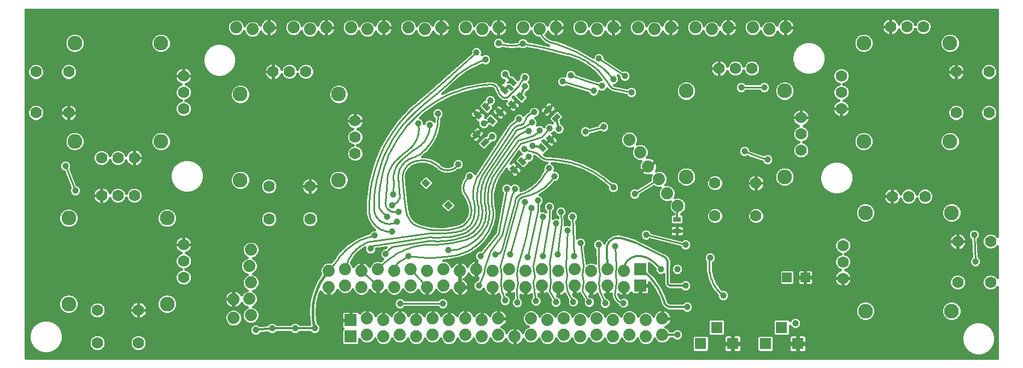
<source format=gbl>
G75*
G70*
%OFA0B0*%
%FSLAX24Y24*%
%IPPOS*%
%LPD*%
%AMOC8*
5,1,8,0,0,1.08239X$1,22.5*
%
%ADD10R,0.0315X0.0472*%
%ADD11R,0.0397X0.0397*%
%ADD12C,0.0900*%
%ADD13C,0.0700*%
%ADD14C,0.0740*%
%ADD15R,0.0472X0.0315*%
%ADD16R,0.0594X0.0594*%
%ADD17R,0.0709X0.0709*%
%ADD18R,0.0740X0.0740*%
%ADD19C,0.0396*%
%ADD20C,0.0090*%
%ADD21C,0.0120*%
%ADD22C,0.0160*%
D10*
G36*
X035618Y019525D02*
X035396Y019303D01*
X035064Y019635D01*
X035286Y019857D01*
X035618Y019525D01*
G37*
G36*
X036119Y020026D02*
X035897Y019804D01*
X035565Y020136D01*
X035787Y020358D01*
X036119Y020026D01*
G37*
G36*
X037323Y020862D02*
X037101Y020640D01*
X036769Y020972D01*
X036991Y021194D01*
X037323Y020862D01*
G37*
G36*
X037824Y021363D02*
X037602Y021141D01*
X037270Y021473D01*
X037492Y021695D01*
X037824Y021363D01*
G37*
G36*
X037848Y022470D02*
X037626Y022692D01*
X037958Y023024D01*
X038180Y022802D01*
X037848Y022470D01*
G37*
G36*
X037347Y022971D02*
X037125Y023193D01*
X037457Y023525D01*
X037679Y023303D01*
X037347Y022971D01*
G37*
G36*
X036018Y023986D02*
X035796Y023764D01*
X035464Y024096D01*
X035686Y024318D01*
X036018Y023986D01*
G37*
G36*
X035517Y023485D02*
X035295Y023263D01*
X034963Y023595D01*
X035185Y023817D01*
X035517Y023485D01*
G37*
G36*
X034193Y023125D02*
X034415Y023347D01*
X034747Y023015D01*
X034525Y022793D01*
X034193Y023125D01*
G37*
G36*
X033917Y023352D02*
X033695Y023130D01*
X033363Y023462D01*
X033585Y023684D01*
X033917Y023352D01*
G37*
G36*
X033416Y022851D02*
X033194Y022629D01*
X032862Y022961D01*
X033084Y023183D01*
X033416Y022851D01*
G37*
G36*
X033692Y022624D02*
X033914Y022846D01*
X034246Y022514D01*
X034024Y022292D01*
X033692Y022624D01*
G37*
G36*
X033110Y022004D02*
X033332Y021782D01*
X033000Y021450D01*
X032778Y021672D01*
X033110Y022004D01*
G37*
G36*
X033611Y021503D02*
X033833Y021281D01*
X033501Y020949D01*
X033279Y021171D01*
X033611Y021503D01*
G37*
G36*
X034474Y024480D02*
X034696Y024702D01*
X035028Y024370D01*
X034806Y024148D01*
X034474Y024480D01*
G37*
G36*
X034975Y024981D02*
X035197Y025203D01*
X035529Y024871D01*
X035307Y024649D01*
X034975Y024981D01*
G37*
D11*
G36*
X029964Y018475D02*
X029684Y018755D01*
X029964Y019035D01*
X030244Y018755D01*
X029964Y018475D01*
G37*
G36*
X031323Y017117D02*
X031043Y017397D01*
X031323Y017677D01*
X031603Y017397D01*
X031323Y017117D01*
G37*
D12*
X024652Y018927D03*
X018652Y018927D03*
X014191Y016615D03*
X008191Y016615D03*
X008566Y021290D03*
X013816Y021290D03*
X018652Y024177D03*
X013816Y027290D03*
X008566Y027290D03*
X024652Y024177D03*
X045839Y024374D03*
X051839Y024374D03*
X056666Y027290D03*
X061916Y027290D03*
X061916Y021290D03*
X056666Y021290D03*
X051839Y019124D03*
X056766Y016936D03*
X062016Y016936D03*
X062016Y010936D03*
X056766Y010936D03*
X045839Y019124D03*
X014191Y011365D03*
X008191Y011365D03*
D13*
X009941Y010990D03*
X012441Y010990D03*
X012441Y008990D03*
X009941Y008990D03*
X015191Y012990D03*
X015191Y013990D03*
X015191Y014990D03*
X020402Y016552D03*
X022902Y016552D03*
X022902Y018552D03*
X020402Y018552D03*
X025652Y020552D03*
X025652Y021552D03*
X025652Y022552D03*
X022652Y025552D03*
X021652Y025552D03*
X020652Y025552D03*
X015191Y025290D03*
X015191Y024290D03*
X015191Y023290D03*
X012191Y020290D03*
X011191Y020290D03*
X010191Y020290D03*
X010191Y017990D03*
X011191Y017990D03*
X012191Y017990D03*
X008191Y023040D03*
X006191Y023040D03*
X006191Y025540D03*
X008191Y025540D03*
X047839Y025749D03*
X048839Y025749D03*
X049839Y025749D03*
X055291Y025290D03*
X055291Y024290D03*
X055291Y023290D03*
X052839Y022749D03*
X052839Y021749D03*
X052839Y020749D03*
X050089Y018749D03*
X047589Y018749D03*
X047589Y016749D03*
X050089Y016749D03*
X055391Y014936D03*
X055391Y013936D03*
X055391Y012936D03*
X062391Y012686D03*
X064391Y012686D03*
X064391Y015186D03*
X062391Y015186D03*
X060391Y017936D03*
X059391Y017936D03*
X058391Y017936D03*
X062291Y023040D03*
X064291Y023040D03*
X064291Y025540D03*
X062291Y025540D03*
X060291Y028290D03*
X059291Y028290D03*
X058291Y028290D03*
D14*
X051891Y028240D03*
X050891Y028140D03*
X049891Y028240D03*
X048391Y028240D03*
X047391Y028140D03*
X046391Y028240D03*
X044891Y028240D03*
X043891Y028140D03*
X042891Y028240D03*
X041391Y028240D03*
X040391Y028140D03*
X039391Y028240D03*
X037891Y028240D03*
X036891Y028140D03*
X035891Y028240D03*
X034391Y028240D03*
X033391Y028140D03*
X032391Y028240D03*
X030891Y028240D03*
X029891Y028140D03*
X028891Y028240D03*
X027391Y028240D03*
X026391Y028140D03*
X025391Y028240D03*
X023891Y028240D03*
X022891Y028140D03*
X021891Y028240D03*
X020391Y028240D03*
X019391Y028140D03*
X018391Y028240D03*
X042372Y021394D03*
X043027Y020632D03*
X043519Y019756D03*
X044174Y018994D03*
X044666Y018117D03*
X045321Y017356D03*
X042039Y013390D03*
X041039Y013490D03*
X040039Y013390D03*
X039039Y013490D03*
X038039Y013390D03*
X037039Y013490D03*
X036039Y013390D03*
X035039Y013490D03*
X034039Y013390D03*
X033039Y013490D03*
X032039Y013390D03*
X031039Y013490D03*
X030039Y013390D03*
X029039Y013490D03*
X028039Y013390D03*
X027039Y013490D03*
X026039Y013390D03*
X025039Y013490D03*
X024039Y013390D03*
X024039Y012390D03*
X025039Y012490D03*
X026039Y012390D03*
X027039Y012490D03*
X028039Y012390D03*
X029039Y012490D03*
X030039Y012390D03*
X031039Y012490D03*
X032039Y012390D03*
X034039Y012390D03*
X035039Y012490D03*
X036039Y012390D03*
X037039Y012490D03*
X038039Y012390D03*
X039039Y012490D03*
X040039Y012390D03*
X041039Y012490D03*
X042039Y012390D03*
X042377Y010480D03*
X043377Y010380D03*
X044377Y010480D03*
X044377Y009480D03*
X043377Y009380D03*
X042377Y009480D03*
X041377Y009380D03*
X040377Y009480D03*
X039377Y009380D03*
X038377Y009480D03*
X037377Y009380D03*
X036377Y009480D03*
X035377Y009380D03*
X034377Y009480D03*
X033377Y009380D03*
X032377Y009480D03*
X031377Y009380D03*
X030377Y009480D03*
X029377Y009380D03*
X028377Y009480D03*
X027377Y009380D03*
X026377Y009480D03*
X026377Y010480D03*
X027377Y010380D03*
X028377Y010480D03*
X029377Y010380D03*
X030377Y010480D03*
X031377Y010380D03*
X032377Y010480D03*
X033377Y010380D03*
X034377Y010480D03*
X036377Y010480D03*
X037377Y010380D03*
X038377Y010480D03*
X039377Y010380D03*
X040377Y010480D03*
X041377Y010380D03*
X019299Y010674D03*
X018241Y010520D03*
X018241Y011660D03*
X019199Y011674D03*
X019299Y012674D03*
X019199Y013674D03*
X019299Y014674D03*
D15*
X045276Y015822D03*
X045276Y016530D03*
D16*
X051985Y012986D03*
X053103Y012986D03*
D17*
X051654Y009926D03*
X052638Y008941D03*
X050669Y008941D03*
X048680Y008941D03*
X047696Y009926D03*
X046712Y008941D03*
D18*
X043039Y012490D03*
X043039Y013490D03*
X025377Y010380D03*
X025377Y009380D03*
D19*
X023191Y009890D03*
X021991Y009890D03*
X020591Y009890D03*
X019591Y009790D03*
X016491Y009890D03*
X026591Y014740D03*
X026841Y015540D03*
X027891Y015790D03*
X028191Y016390D03*
X027591Y016690D03*
X028291Y016990D03*
X027891Y017390D03*
X027981Y018070D03*
X029291Y016790D03*
X031341Y014650D03*
X033291Y014290D03*
X034191Y014390D03*
X035091Y014390D03*
X036161Y014230D03*
X037091Y014290D03*
X038011Y014380D03*
X038991Y014290D03*
X039391Y015090D03*
X038601Y015860D03*
X037891Y016290D03*
X037091Y016690D03*
X036401Y017210D03*
X035991Y017590D03*
X036791Y017690D03*
X037491Y017290D03*
X038191Y016990D03*
X038891Y016690D03*
X040491Y014990D03*
X041491Y014890D03*
X043391Y015590D03*
X045791Y014990D03*
X047291Y014190D03*
X046591Y012990D03*
X045791Y012490D03*
X045291Y013490D03*
X044291Y013490D03*
X048091Y011890D03*
X045891Y011190D03*
X045291Y009490D03*
X042021Y011430D03*
X040891Y011410D03*
X039921Y011480D03*
X038951Y011500D03*
X037891Y011490D03*
X036671Y011550D03*
X035531Y011450D03*
X034791Y011590D03*
X033191Y012490D03*
X030991Y011390D03*
X028391Y011390D03*
X028891Y014290D03*
X027521Y014420D03*
X034891Y018400D03*
X035391Y018390D03*
X035111Y019140D03*
X036231Y020360D03*
X035981Y020810D03*
X036471Y021020D03*
X036251Y021910D03*
X036901Y021950D03*
X037511Y022100D03*
X038071Y022050D03*
X036431Y022440D03*
X035631Y022660D03*
X036581Y023080D03*
X036391Y024320D03*
X035991Y024644D03*
X035991Y025190D03*
X034791Y025390D03*
X034341Y025000D03*
X033991Y024390D03*
X033891Y023790D03*
X032591Y023290D03*
X033491Y022390D03*
X033991Y021590D03*
X033691Y020690D03*
X031931Y019900D03*
X032641Y019160D03*
X037471Y019640D03*
X037791Y019170D03*
X041391Y018490D03*
X042691Y018090D03*
X049391Y020690D03*
X050791Y020190D03*
X042491Y024290D03*
X042091Y025290D03*
X041391Y025090D03*
X040691Y024690D03*
X040191Y024390D03*
X038791Y025320D03*
X038311Y024940D03*
X040511Y026350D03*
X035881Y027270D03*
X034391Y027290D03*
X033051Y026730D03*
X033591Y026290D03*
X030691Y022990D03*
X029491Y022390D03*
X030191Y022290D03*
X039691Y021890D03*
X040791Y022190D03*
X049191Y024590D03*
X050591Y024590D03*
X063391Y015590D03*
X063461Y013960D03*
X052491Y010190D03*
X052011Y012070D03*
X051991Y014690D03*
X050151Y014934D03*
X008591Y018290D03*
X007991Y019790D03*
D20*
X008591Y018290D01*
X035580Y013710D02*
X035837Y014572D01*
X036059Y015444D01*
X036247Y016323D01*
X036400Y017210D01*
X036791Y017090D02*
X036161Y014230D01*
X037091Y014290D02*
X037491Y016590D01*
X037491Y017290D01*
X036791Y017090D02*
X036791Y017690D01*
X033821Y017140D02*
X033792Y017277D01*
X033769Y017414D01*
X033753Y017553D01*
X033743Y017692D01*
X033739Y017831D01*
X033742Y017970D01*
X033751Y018109D01*
X033766Y018248D01*
X033788Y018385D01*
X033816Y018522D01*
X033850Y018657D01*
X033891Y018790D01*
X033191Y019290D02*
X035131Y022240D01*
X035631Y022660D01*
X035641Y022290D02*
X035677Y022291D01*
X035712Y022296D01*
X035748Y022304D01*
X035782Y022315D01*
X035815Y022329D01*
X035846Y022347D01*
X035876Y022367D01*
X035903Y022391D01*
X035928Y022417D01*
X035951Y022445D01*
X035971Y022475D01*
X035987Y022507D01*
X036001Y022540D01*
X036361Y021600D02*
X036418Y021616D01*
X036475Y021636D01*
X036530Y021659D01*
X036583Y021685D01*
X036635Y021714D01*
X036685Y021747D01*
X036733Y021782D01*
X036779Y021820D01*
X036822Y021861D01*
X036863Y021904D01*
X036901Y021950D01*
X036001Y022540D02*
X036016Y022590D01*
X036035Y022638D01*
X036058Y022685D01*
X036083Y022731D01*
X036112Y022774D01*
X036143Y022816D01*
X036178Y022855D01*
X036214Y022892D01*
X036254Y022926D01*
X036295Y022957D01*
X036339Y022986D01*
X036384Y023011D01*
X036432Y023033D01*
X036480Y023052D01*
X036530Y023068D01*
X036580Y023080D01*
X036431Y022440D02*
X036021Y022200D01*
X036011Y021900D02*
X036251Y021910D01*
X036361Y021600D02*
X035601Y021360D01*
X034891Y020390D01*
X034191Y019390D01*
X034041Y019520D02*
X035361Y021440D01*
X033591Y026290D02*
X033365Y026210D01*
X033143Y026120D01*
X032926Y026019D01*
X032713Y025909D01*
X032506Y025790D01*
X032303Y025662D01*
X032107Y025524D01*
X031918Y025378D01*
X031735Y025223D01*
X031559Y025061D01*
X031391Y024890D01*
X030991Y024890D02*
X033051Y026730D01*
X035791Y024990D02*
X035991Y025190D01*
X035791Y024990D02*
X035611Y024650D01*
X035011Y024050D01*
X034986Y024029D01*
X034959Y024010D01*
X034931Y023995D01*
X034901Y023982D01*
X034870Y023973D01*
X034838Y023967D01*
X034805Y023964D01*
X034773Y023965D01*
X034740Y023969D01*
X034709Y023977D01*
X034678Y023987D01*
X034649Y024001D01*
X034621Y024018D01*
X034595Y024038D01*
X034571Y024060D01*
X034321Y024480D02*
X034309Y024516D01*
X034294Y024550D01*
X034275Y024583D01*
X034254Y024614D01*
X034230Y024643D01*
X034204Y024670D01*
X034175Y024695D01*
X034144Y024716D01*
X034112Y024735D01*
X034077Y024750D01*
X034042Y024763D01*
X034005Y024772D01*
X033968Y024778D01*
X033930Y024780D01*
X034891Y024890D02*
X035252Y024926D01*
X034321Y024480D02*
X034340Y024421D01*
X034363Y024364D01*
X034390Y024308D01*
X034420Y024254D01*
X034453Y024202D01*
X034489Y024152D01*
X034529Y024105D01*
X034571Y024060D01*
X035600Y022030D02*
X035673Y022050D01*
X035746Y022073D01*
X035816Y022100D01*
X035886Y022130D01*
X035954Y022163D01*
X036020Y022200D01*
X035341Y021760D02*
X033971Y019760D01*
X033511Y019400D02*
X035231Y021980D01*
X035340Y021760D02*
X035364Y021801D01*
X035390Y021841D01*
X035419Y021879D01*
X035451Y021914D01*
X035485Y021947D01*
X035521Y021977D01*
X035560Y022005D01*
X035600Y022030D01*
X035641Y022290D02*
X035587Y022268D01*
X035535Y022243D01*
X035484Y022215D01*
X035436Y022183D01*
X035389Y022148D01*
X035346Y022110D01*
X035305Y022069D01*
X035266Y022026D01*
X035231Y021980D01*
X035731Y021150D02*
X034481Y019430D01*
X035791Y018090D02*
X035896Y018127D01*
X036000Y018168D01*
X036101Y018214D01*
X036200Y018265D01*
X036297Y018321D01*
X036391Y018381D01*
X036482Y018445D01*
X036570Y018513D01*
X036654Y018586D01*
X036735Y018662D01*
X036813Y018742D01*
X036886Y018826D01*
X036956Y018913D01*
X037021Y019003D01*
X037082Y019096D01*
X037139Y019192D01*
X037191Y019290D01*
X037471Y019640D01*
X036911Y020410D02*
X036874Y020449D01*
X036834Y020486D01*
X036792Y020519D01*
X036748Y020549D01*
X036701Y020577D01*
X036653Y020600D01*
X036604Y020621D01*
X036553Y020637D01*
X036501Y020650D01*
X036010Y021901D02*
X035936Y021869D01*
X035864Y021834D01*
X035793Y021796D01*
X035724Y021754D01*
X035658Y021709D01*
X035593Y021661D01*
X035531Y021610D01*
X035471Y021556D01*
X035414Y021500D01*
X035360Y021440D01*
X035731Y021150D02*
X037031Y021540D01*
X037511Y022100D01*
X040291Y026090D02*
X040467Y025969D01*
X040637Y025841D01*
X040801Y025705D01*
X040959Y025561D01*
X041110Y025411D01*
X041254Y025254D01*
X041391Y025090D01*
X041091Y024790D02*
X041114Y024749D01*
X041141Y024711D01*
X041170Y024674D01*
X041203Y024640D01*
X041238Y024609D01*
X041276Y024581D01*
X041315Y024556D01*
X041357Y024534D01*
X041400Y024516D01*
X041445Y024501D01*
X041490Y024490D01*
X041491Y024490D02*
X042491Y024290D01*
X042091Y025290D02*
X040511Y026350D01*
X040191Y024390D02*
X038311Y024940D01*
X036500Y020650D02*
X036325Y020697D01*
X036152Y020751D01*
X035980Y020810D01*
X037790Y019170D02*
X037719Y019064D01*
X037643Y018960D01*
X037562Y018860D01*
X037477Y018765D01*
X037387Y018673D01*
X037293Y018585D01*
X037195Y018502D01*
X037093Y018424D01*
X036988Y018351D01*
X036879Y018282D01*
X036767Y018219D01*
X036653Y018161D01*
X036536Y018108D01*
X036416Y018061D01*
X036295Y018020D01*
X036171Y017984D01*
X036046Y017954D01*
X035920Y017930D01*
X033360Y017310D02*
X033335Y017440D01*
X033315Y017571D01*
X033303Y017703D01*
X033296Y017835D01*
X033296Y017967D01*
X033302Y018100D01*
X033314Y018232D01*
X033333Y018363D01*
X033358Y018493D01*
X033389Y018622D01*
X033426Y018749D01*
X033469Y018874D01*
X033518Y018997D01*
X033573Y019117D01*
X033634Y019235D01*
X033700Y019350D01*
X032640Y019160D02*
X032595Y019128D01*
X032551Y019094D01*
X032510Y019057D01*
X032472Y019017D01*
X032436Y018975D01*
X032403Y018930D01*
X032373Y018884D01*
X032346Y018836D01*
X032322Y018786D01*
X032301Y018734D01*
X032284Y018681D01*
X032271Y018628D01*
X032261Y018573D01*
X032254Y018518D01*
X032251Y018463D01*
X032252Y018408D01*
X032256Y018352D01*
X032264Y018298D01*
X032276Y018243D01*
X032290Y018190D01*
X032721Y017190D02*
X032726Y017128D01*
X032727Y017065D01*
X032725Y017002D01*
X032718Y016939D01*
X032709Y016877D01*
X032695Y016816D01*
X032678Y016755D01*
X032658Y016696D01*
X032634Y016637D01*
X032606Y016581D01*
X032576Y016526D01*
X032542Y016473D01*
X032505Y016422D01*
X032465Y016373D01*
X032422Y016327D01*
X032377Y016283D01*
X032330Y016242D01*
X032279Y016204D01*
X032227Y016169D01*
X032173Y016137D01*
X032117Y016108D01*
X032060Y016082D01*
X032001Y016060D01*
X032031Y015820D02*
X032095Y015835D01*
X032158Y015855D01*
X032220Y015878D01*
X032280Y015905D01*
X032339Y015936D01*
X032395Y015969D01*
X032450Y016007D01*
X032502Y016047D01*
X032552Y016090D01*
X032599Y016137D01*
X032643Y016186D01*
X032684Y016237D01*
X032722Y016291D01*
X032757Y016348D01*
X032788Y016406D01*
X032816Y016465D01*
X032841Y016527D01*
X032861Y016590D01*
X034040Y016610D02*
X034052Y016675D01*
X034060Y016741D01*
X034065Y016807D01*
X034067Y016873D01*
X034066Y016939D01*
X034062Y017005D01*
X034054Y017070D01*
X034044Y017135D01*
X034030Y017200D01*
X037790Y027290D02*
X038228Y027136D01*
X038658Y026963D01*
X039080Y026772D01*
X039493Y026562D01*
X039897Y026335D01*
X040291Y026090D01*
X040791Y022190D02*
X040522Y022095D01*
X040248Y022014D01*
X039971Y021945D01*
X039691Y021890D01*
X041091Y024790D02*
X040992Y024952D01*
X040886Y025108D01*
X040772Y025260D01*
X040652Y025405D01*
X040524Y025545D01*
X040390Y025678D01*
X040249Y025805D01*
X040103Y025925D01*
X039950Y026038D01*
X039793Y026143D01*
X039631Y026240D01*
X039464Y026330D01*
X039293Y026411D01*
X039118Y026484D01*
X038940Y026549D01*
X038760Y026605D01*
X038576Y026652D01*
X038391Y026690D01*
X037790Y027290D02*
X037730Y027298D01*
X037671Y027309D01*
X037612Y027324D01*
X037554Y027342D01*
X037498Y027364D01*
X037442Y027389D01*
X037389Y027417D01*
X037337Y027448D01*
X037287Y027483D01*
X037240Y027520D01*
X037194Y027561D01*
X037151Y027604D01*
X037111Y027649D01*
X037074Y027697D01*
X037040Y027747D01*
X037008Y027798D01*
X036980Y027852D01*
X036955Y027907D01*
X036934Y027964D01*
X036916Y028022D01*
X036901Y028081D01*
X036890Y028140D01*
X035880Y027271D02*
X035784Y027239D01*
X035686Y027212D01*
X035587Y027189D01*
X035487Y027171D01*
X035387Y027158D01*
X035286Y027150D01*
X035184Y027146D01*
X035083Y027147D01*
X034981Y027154D01*
X034881Y027165D01*
X034780Y027180D01*
X034681Y027201D01*
X034583Y027226D01*
X034486Y027256D01*
X034390Y027291D01*
X030691Y022990D02*
X030691Y022690D01*
X032030Y015820D02*
X031727Y015763D01*
X031422Y015719D01*
X031115Y015690D01*
X030807Y015676D01*
X030498Y015676D01*
X030190Y015690D01*
X030191Y015690D02*
X026411Y015140D01*
X027011Y014960D02*
X030211Y015440D01*
X030181Y015220D02*
X027921Y014860D01*
X027011Y014960D02*
X026972Y014962D01*
X026934Y014960D01*
X026895Y014955D01*
X026858Y014947D01*
X026821Y014935D01*
X026785Y014921D01*
X026751Y014903D01*
X026719Y014882D01*
X026688Y014858D01*
X026660Y014832D01*
X026634Y014804D01*
X026611Y014773D01*
X026591Y014740D01*
X027590Y016690D02*
X027536Y016755D01*
X027478Y016818D01*
X027418Y016878D01*
X027355Y016936D01*
X027290Y016990D01*
X026790Y017190D02*
X026793Y017129D01*
X026800Y017069D01*
X026811Y017009D01*
X026826Y016951D01*
X026844Y016893D01*
X026866Y016836D01*
X026892Y016781D01*
X026921Y016728D01*
X026954Y016677D01*
X026990Y016628D01*
X027028Y016582D01*
X027070Y016538D01*
X027115Y016497D01*
X027162Y016459D01*
X027211Y016423D01*
X027263Y016392D01*
X027317Y016363D01*
X027372Y016339D01*
X027429Y016317D01*
X027487Y016300D01*
X027546Y016286D01*
X027606Y016276D01*
X027666Y016270D01*
X027727Y016268D01*
X027787Y016270D01*
X027848Y016276D01*
X027908Y016285D01*
X027967Y016299D01*
X028025Y016316D01*
X028082Y016337D01*
X028137Y016361D01*
X028191Y016389D01*
X027890Y015790D02*
X027819Y015787D01*
X027748Y015788D01*
X027676Y015793D01*
X027606Y015802D01*
X027535Y015814D01*
X027466Y015831D01*
X027398Y015851D01*
X027330Y015875D01*
X027264Y015902D01*
X027200Y015933D01*
X027138Y015968D01*
X027077Y016005D01*
X027019Y016046D01*
X026963Y016090D01*
X026909Y016138D01*
X026858Y016188D01*
X026810Y016240D01*
X026765Y016295D01*
X026723Y016353D01*
X026684Y016413D01*
X026648Y016474D01*
X026616Y016538D01*
X026587Y016603D01*
X026562Y016670D01*
X026541Y016738D01*
X026523Y016807D01*
X026509Y016877D01*
X026499Y016948D01*
X026492Y017019D01*
X026490Y017090D01*
X027091Y017390D02*
X027094Y017348D01*
X027100Y017306D01*
X027109Y017266D01*
X027122Y017226D01*
X027137Y017187D01*
X027156Y017149D01*
X027178Y017113D01*
X027202Y017079D01*
X027229Y017047D01*
X027259Y017017D01*
X027291Y016990D01*
X027490Y017590D02*
X027488Y017544D01*
X027490Y017499D01*
X027495Y017453D01*
X027504Y017409D01*
X027517Y017365D01*
X027533Y017322D01*
X027553Y017281D01*
X027576Y017242D01*
X027602Y017204D01*
X027631Y017169D01*
X027663Y017137D01*
X027698Y017107D01*
X027735Y017080D01*
X027774Y017056D01*
X027815Y017036D01*
X027857Y017019D01*
X027901Y017005D01*
X027945Y016996D01*
X027991Y016989D01*
X027981Y018070D02*
X027991Y018890D01*
X027991Y016990D02*
X028066Y016985D01*
X028141Y016983D01*
X028216Y016985D01*
X028291Y016990D01*
X028781Y016920D02*
X028797Y016857D01*
X028817Y016795D01*
X028840Y016734D01*
X028867Y016675D01*
X028896Y016616D01*
X028929Y016560D01*
X028965Y016506D01*
X029004Y016453D01*
X029045Y016403D01*
X029090Y016355D01*
X029136Y016310D01*
X029186Y016267D01*
X029237Y016227D01*
X029291Y016190D01*
X032721Y017190D02*
X032706Y017281D01*
X032688Y017371D01*
X032666Y017460D01*
X032639Y017548D01*
X032609Y017634D01*
X032574Y017719D01*
X032536Y017803D01*
X032494Y017885D01*
X032449Y017964D01*
X032399Y018042D01*
X032347Y018117D01*
X032291Y018190D01*
X033141Y017390D02*
X033157Y017316D01*
X033169Y017241D01*
X033177Y017166D01*
X033181Y017090D01*
X033182Y017014D01*
X033178Y016938D01*
X033171Y016863D01*
X033159Y016788D01*
X033144Y016713D01*
X033125Y016640D01*
X033103Y016567D01*
X033076Y016496D01*
X033046Y016426D01*
X033012Y016358D01*
X032975Y016292D01*
X032935Y016228D01*
X032891Y016166D01*
X032845Y016106D01*
X032795Y016048D01*
X032742Y015994D01*
X032687Y015942D01*
X032629Y015893D01*
X032568Y015847D01*
X032505Y015804D01*
X032441Y015765D01*
X032374Y015729D01*
X032305Y015696D01*
X032235Y015667D01*
X032164Y015642D01*
X032091Y015620D01*
X028391Y020090D02*
X028578Y020266D01*
X028771Y020434D01*
X028972Y020594D01*
X029178Y020746D01*
X029391Y020890D01*
X030211Y015440D02*
X030481Y015427D01*
X030753Y015427D01*
X031023Y015439D01*
X031293Y015465D01*
X031561Y015504D01*
X031827Y015556D01*
X032091Y015620D01*
X028191Y020189D02*
X028416Y020399D01*
X028650Y020599D01*
X028891Y020789D01*
X030180Y015220D02*
X030422Y015205D01*
X030664Y015201D01*
X030907Y015208D01*
X031148Y015226D01*
X031389Y015256D01*
X031628Y015296D01*
X031865Y015346D01*
X032099Y015408D01*
X032330Y015480D01*
X033891Y014590D02*
X033571Y013630D01*
X033511Y013230D01*
X033191Y012490D01*
X034531Y012670D02*
X034571Y013130D01*
X034521Y013680D01*
X035571Y017520D01*
X035391Y017590D02*
X034591Y014690D01*
X034579Y014654D01*
X034564Y014618D01*
X034545Y014585D01*
X034524Y014553D01*
X034499Y014523D01*
X034472Y014496D01*
X034442Y014472D01*
X034411Y014450D01*
X034377Y014432D01*
X034342Y014416D01*
X034305Y014405D01*
X034268Y014396D01*
X034229Y014391D01*
X034191Y014390D01*
X033891Y014590D02*
X034591Y015540D01*
X035191Y017990D01*
X035391Y018390D01*
X033190Y019290D02*
X033136Y019201D01*
X033085Y019110D01*
X033039Y019017D01*
X032998Y018921D01*
X032960Y018823D01*
X032928Y018724D01*
X032900Y018624D01*
X032877Y018522D01*
X032859Y018419D01*
X032846Y018316D01*
X032838Y018212D01*
X032834Y018107D01*
X032836Y018003D01*
X032842Y017899D01*
X032853Y017795D01*
X032869Y017692D01*
X032890Y017590D01*
X033591Y017290D02*
X033605Y017209D01*
X033616Y017127D01*
X033622Y017045D01*
X033625Y016962D01*
X033624Y016880D01*
X033619Y016797D01*
X033609Y016715D01*
X033596Y016634D01*
X033579Y016553D01*
X033559Y016473D01*
X033534Y016394D01*
X033506Y016317D01*
X033474Y016240D01*
X033438Y016166D01*
X033399Y016093D01*
X033357Y016022D01*
X033311Y015954D01*
X033262Y015887D01*
X033210Y015823D01*
X033155Y015762D01*
X033097Y015703D01*
X033036Y015647D01*
X032973Y015594D01*
X032907Y015544D01*
X032839Y015498D01*
X032768Y015454D01*
X032696Y015414D01*
X032622Y015378D01*
X032546Y015345D01*
X032469Y015316D01*
X032390Y015290D01*
X033291Y014290D02*
X034401Y015670D01*
X034891Y018400D01*
X033510Y019400D02*
X033444Y019296D01*
X033383Y019189D01*
X033327Y019078D01*
X033276Y018966D01*
X033231Y018851D01*
X033192Y018733D01*
X033158Y018615D01*
X033129Y018494D01*
X033107Y018373D01*
X033091Y018250D01*
X033080Y018127D01*
X033075Y018003D01*
X033076Y017880D01*
X033084Y017756D01*
X033097Y017633D01*
X033116Y017511D01*
X033140Y017390D01*
X027091Y017390D02*
X027091Y017739D01*
X027108Y018086D01*
X027142Y018432D01*
X027192Y018777D01*
X027259Y019118D01*
X027343Y019456D01*
X027442Y019790D01*
X027557Y020118D01*
X027688Y020441D01*
X027835Y020756D01*
X027996Y021065D01*
X028172Y021365D01*
X028362Y021656D01*
X028566Y021938D01*
X028784Y022210D01*
X029014Y022471D01*
X029256Y022721D01*
X029510Y022958D01*
X029776Y023184D01*
X030052Y023396D01*
X030337Y023595D01*
X030632Y023779D01*
X030936Y023949D01*
X031247Y024105D01*
X031566Y024245D01*
X031891Y024370D01*
X032221Y024479D01*
X032556Y024572D01*
X032896Y024649D01*
X033239Y024709D01*
X033584Y024753D01*
X033931Y024780D01*
X032390Y015290D02*
X032097Y015209D01*
X031801Y015141D01*
X031502Y015085D01*
X031200Y015042D01*
X030898Y015012D01*
X030594Y014995D01*
X030290Y014990D01*
X028891Y014290D02*
X028391Y013990D01*
X027521Y014420D02*
X027544Y014470D01*
X027570Y014519D01*
X027599Y014565D01*
X027631Y014610D01*
X027666Y014653D01*
X027703Y014694D01*
X027742Y014732D01*
X027784Y014768D01*
X027828Y014802D01*
X027873Y014832D01*
X027921Y014860D01*
X028390Y013990D02*
X028347Y013962D01*
X028306Y013930D01*
X028267Y013896D01*
X028230Y013859D01*
X028197Y013820D01*
X028166Y013779D01*
X028138Y013735D01*
X028114Y013689D01*
X028092Y013642D01*
X028075Y013594D01*
X028060Y013544D01*
X028050Y013493D01*
X028043Y013442D01*
X028039Y013390D01*
X026410Y015140D02*
X026313Y015098D01*
X026217Y015051D01*
X026124Y015000D01*
X026033Y014944D01*
X025945Y014884D01*
X025860Y014821D01*
X025778Y014753D01*
X025699Y014681D01*
X025624Y014606D01*
X025552Y014528D01*
X025484Y014446D01*
X025420Y014361D01*
X025360Y014273D01*
X025304Y014183D01*
X025253Y014090D01*
X025206Y013994D01*
X025163Y013897D01*
X025125Y013798D01*
X025091Y013697D01*
X025063Y013594D01*
X025039Y013490D01*
X026039Y013390D02*
X027039Y012490D01*
X024591Y014090D02*
X024686Y014221D01*
X024786Y014347D01*
X024893Y014469D01*
X025005Y014585D01*
X025122Y014697D01*
X025244Y014802D01*
X025371Y014902D01*
X025503Y014996D01*
X025639Y015083D01*
X025779Y015165D01*
X025922Y015239D01*
X026069Y015307D01*
X026219Y015368D01*
X026371Y015421D01*
X026526Y015468D01*
X026683Y015507D01*
X026841Y015539D01*
X024591Y014090D02*
X024039Y013390D01*
X028391Y011390D02*
X030991Y011390D01*
X030290Y014990D02*
X030085Y014986D01*
X029880Y014972D01*
X029676Y014949D01*
X029473Y014915D01*
X029273Y014872D01*
X029074Y014818D01*
X028879Y014756D01*
X028686Y014684D01*
X028498Y014602D01*
X028314Y014512D01*
X028134Y014412D01*
X027959Y014304D01*
X027790Y014188D01*
X027627Y014063D01*
X027470Y013931D01*
X027319Y013791D01*
X027176Y013644D01*
X027039Y013490D01*
X029039Y013490D02*
X030039Y012390D01*
X034531Y012670D02*
X034561Y012210D01*
X034791Y011590D01*
X035531Y011450D02*
X035521Y012230D01*
X035571Y012650D01*
X035511Y013170D01*
X035581Y013710D01*
X036521Y013680D02*
X036591Y013030D01*
X036511Y012720D01*
X036581Y012150D01*
X036671Y011550D01*
X037521Y012160D02*
X037891Y011490D01*
X037521Y012160D02*
X037561Y012680D01*
X037531Y013180D01*
X037551Y013610D01*
X037491Y013890D01*
X037891Y016290D01*
X038231Y016270D02*
X038191Y016990D01*
X038891Y016690D02*
X038951Y015990D01*
X038991Y014290D01*
X038521Y013690D02*
X038571Y013130D01*
X038511Y012680D01*
X038591Y012130D01*
X038951Y011500D01*
X039511Y012140D02*
X039921Y011480D01*
X039511Y012140D02*
X039581Y012730D01*
X039521Y013160D01*
X039571Y013700D01*
X039391Y015090D01*
X038601Y015860D02*
X038521Y013690D01*
X041391Y018491D02*
X041190Y018684D01*
X040981Y018868D01*
X040762Y019041D01*
X040536Y019204D01*
X040302Y019355D01*
X040061Y019494D01*
X039813Y019622D01*
X039559Y019737D01*
X039300Y019840D01*
X039036Y019930D01*
X038768Y020007D01*
X038497Y020070D01*
X038223Y020121D01*
X037947Y020158D01*
X037669Y020181D01*
X037390Y020191D01*
X037390Y020190D02*
X037341Y020192D01*
X037292Y020199D01*
X037244Y020208D01*
X037196Y020222D01*
X037150Y020239D01*
X037105Y020260D01*
X037062Y020284D01*
X037020Y020311D01*
X036981Y020341D01*
X036945Y020374D01*
X036910Y020410D01*
X034191Y019391D02*
X034129Y019297D01*
X034071Y019201D01*
X034019Y019102D01*
X033971Y019000D01*
X033928Y018896D01*
X033891Y018791D01*
X029290Y023090D02*
X029028Y022834D01*
X028778Y022566D01*
X028541Y022286D01*
X028317Y021996D01*
X028107Y021695D01*
X027911Y021386D01*
X027730Y021067D01*
X027564Y020740D01*
X027413Y020406D01*
X027278Y020065D01*
X027159Y019719D01*
X027056Y019367D01*
X026970Y019010D01*
X026900Y018650D01*
X026847Y018288D01*
X026811Y017923D01*
X026792Y017557D01*
X026790Y017190D01*
X027891Y017390D02*
X027939Y017408D01*
X027987Y017428D01*
X028032Y017452D01*
X028076Y017480D01*
X028118Y017510D01*
X028158Y017543D01*
X028195Y017579D01*
X028229Y017618D01*
X028261Y017658D01*
X028289Y017701D01*
X028315Y017746D01*
X028337Y017793D01*
X028356Y017841D01*
X028371Y017891D01*
X027590Y018890D02*
X027599Y018987D01*
X027613Y019084D01*
X027631Y019180D01*
X027654Y019275D01*
X027681Y019369D01*
X027713Y019461D01*
X027750Y019551D01*
X027791Y019640D01*
X027836Y019727D01*
X027885Y019811D01*
X027939Y019893D01*
X027996Y019972D01*
X028057Y020048D01*
X028122Y020121D01*
X028190Y020190D01*
X029090Y020291D02*
X029028Y020266D01*
X028966Y020237D01*
X028907Y020206D01*
X028849Y020171D01*
X028793Y020133D01*
X028739Y020093D01*
X028688Y020049D01*
X028639Y020003D01*
X028592Y019954D01*
X028549Y019903D01*
X028508Y019849D01*
X028469Y019794D01*
X028434Y019736D01*
X028403Y019677D01*
X028374Y019616D01*
X028349Y019553D01*
X028327Y019489D01*
X028309Y019424D01*
X028294Y019359D01*
X028282Y019292D01*
X028275Y019225D01*
X028271Y019158D01*
X028270Y019090D01*
X027990Y018890D02*
X027984Y018967D01*
X027981Y019044D01*
X027982Y019120D01*
X027987Y019197D01*
X027996Y019273D01*
X028009Y019349D01*
X028026Y019424D01*
X028047Y019498D01*
X028071Y019571D01*
X028099Y019642D01*
X028130Y019712D01*
X028165Y019781D01*
X028204Y019847D01*
X028246Y019911D01*
X028291Y019974D01*
X028339Y020033D01*
X028391Y020091D01*
X029340Y020091D02*
X029281Y020077D01*
X029222Y020059D01*
X029164Y020038D01*
X029108Y020014D01*
X029053Y019986D01*
X029001Y019954D01*
X028950Y019920D01*
X028901Y019882D01*
X028855Y019842D01*
X028812Y019799D01*
X028771Y019753D01*
X028733Y019705D01*
X028698Y019655D01*
X028666Y019602D01*
X028638Y019548D01*
X028612Y019492D01*
X028591Y019434D01*
X028573Y019376D01*
X028558Y019316D01*
X028548Y019256D01*
X028541Y019195D01*
X028537Y019134D01*
X028538Y019072D01*
X028542Y019011D01*
X028550Y018950D01*
X029340Y020090D02*
X029410Y020110D01*
X029480Y020125D01*
X029551Y020137D01*
X029623Y020145D01*
X029695Y020150D01*
X029767Y020151D01*
X029839Y020148D01*
X029911Y020142D01*
X029983Y020131D01*
X030053Y020118D01*
X030123Y020100D01*
X030192Y020079D01*
X030260Y020055D01*
X030327Y020027D01*
X030392Y019996D01*
X030455Y019961D01*
X030517Y019923D01*
X030576Y019882D01*
X030633Y019839D01*
X030688Y019792D01*
X030741Y019742D01*
X030791Y019690D01*
X029291Y016191D02*
X029462Y016121D01*
X029636Y016059D01*
X029813Y016006D01*
X029993Y015961D01*
X030174Y015926D01*
X030357Y015899D01*
X030541Y015881D01*
X030726Y015872D01*
X030911Y015872D01*
X031095Y015881D01*
X031279Y015900D01*
X031462Y015927D01*
X031644Y015963D01*
X031823Y016008D01*
X032000Y016061D01*
X033691Y016200D02*
X033723Y016291D01*
X033752Y016382D01*
X033776Y016475D01*
X033795Y016568D01*
X033811Y016663D01*
X033821Y016758D01*
X033828Y016854D01*
X033830Y016949D01*
X033828Y017045D01*
X033821Y017141D01*
X026490Y017090D02*
X026497Y017501D01*
X026525Y017911D01*
X026572Y018319D01*
X026639Y018724D01*
X026726Y019126D01*
X026832Y019522D01*
X026957Y019914D01*
X027102Y020298D01*
X027265Y020675D01*
X027446Y021044D01*
X027645Y021403D01*
X027861Y021752D01*
X028094Y022091D01*
X028343Y022417D01*
X028608Y022731D01*
X028888Y023032D01*
X029182Y023318D01*
X029490Y023590D01*
X029691Y020589D02*
X029597Y020528D01*
X029501Y020471D01*
X029401Y020418D01*
X029300Y020370D01*
X029196Y020327D01*
X029091Y020289D01*
X030790Y019690D02*
X030837Y019659D01*
X030886Y019631D01*
X030937Y019606D01*
X030989Y019585D01*
X031043Y019568D01*
X031097Y019555D01*
X031153Y019545D01*
X031209Y019540D01*
X031265Y019538D01*
X031321Y019540D01*
X031377Y019547D01*
X031433Y019557D01*
X031487Y019571D01*
X031541Y019589D01*
X031593Y019610D01*
X031643Y019636D01*
X031692Y019664D01*
X031738Y019696D01*
X031782Y019731D01*
X031823Y019769D01*
X031862Y019810D01*
X031898Y019854D01*
X031930Y019900D01*
X031840Y014370D02*
X031476Y014300D01*
X031109Y014247D01*
X030739Y014211D01*
X030369Y014192D01*
X029998Y014191D01*
X029627Y014207D01*
X029258Y014240D01*
X028890Y014290D01*
X032861Y016590D02*
X032885Y016679D01*
X032904Y016768D01*
X032920Y016859D01*
X032931Y016950D01*
X032938Y017042D01*
X032941Y017134D01*
X032939Y017226D01*
X032934Y017317D01*
X032924Y017409D01*
X032909Y017500D01*
X032891Y017590D01*
X033361Y017310D02*
X033376Y017235D01*
X033387Y017159D01*
X033395Y017083D01*
X033398Y017006D01*
X033399Y016929D01*
X033395Y016853D01*
X033387Y016776D01*
X033376Y016700D01*
X033362Y016625D01*
X033343Y016551D01*
X033321Y016477D01*
X033295Y016405D01*
X033266Y016334D01*
X033233Y016265D01*
X033197Y016197D01*
X033158Y016131D01*
X033116Y016067D01*
X033070Y016005D01*
X033022Y015946D01*
X032971Y015889D01*
X032916Y015834D01*
X032860Y015783D01*
X032801Y015734D01*
X032739Y015688D01*
X032676Y015645D01*
X032610Y015605D01*
X032543Y015569D01*
X032474Y015536D01*
X032403Y015506D01*
X032331Y015480D01*
X035091Y014390D02*
X035991Y017590D01*
X035790Y018090D02*
X035748Y018075D01*
X035707Y018056D01*
X035667Y018034D01*
X035629Y018009D01*
X035594Y017982D01*
X035560Y017951D01*
X035529Y017918D01*
X035501Y017883D01*
X035476Y017845D01*
X035453Y017806D01*
X035434Y017765D01*
X035418Y017723D01*
X035405Y017679D01*
X035396Y017635D01*
X035390Y017590D01*
X035570Y017521D02*
X035576Y017561D01*
X035586Y017601D01*
X035599Y017639D01*
X035615Y017677D01*
X035635Y017713D01*
X035657Y017747D01*
X035682Y017779D01*
X035710Y017809D01*
X035740Y017837D01*
X035773Y017861D01*
X035807Y017883D01*
X035843Y017902D01*
X035881Y017918D01*
X035920Y017931D01*
X033590Y017290D02*
X033566Y017425D01*
X033548Y017561D01*
X033537Y017698D01*
X033532Y017835D01*
X033534Y017973D01*
X033542Y018110D01*
X033556Y018247D01*
X033577Y018383D01*
X033604Y018517D01*
X033638Y018651D01*
X033677Y018782D01*
X033723Y018912D01*
X033775Y019039D01*
X033833Y019164D01*
X033896Y019286D01*
X033966Y019404D01*
X034040Y019520D01*
X034480Y019431D02*
X034406Y019323D01*
X034337Y019213D01*
X034274Y019099D01*
X034216Y018982D01*
X034163Y018863D01*
X034116Y018741D01*
X034076Y018617D01*
X034041Y018492D01*
X034012Y018365D01*
X033989Y018236D01*
X033973Y018107D01*
X033962Y017977D01*
X033958Y017847D01*
X033960Y017716D01*
X033968Y017586D01*
X033983Y017457D01*
X034003Y017328D01*
X034030Y017200D01*
X033690Y016200D02*
X033637Y016088D01*
X033579Y015979D01*
X033515Y015872D01*
X033447Y015769D01*
X033374Y015669D01*
X033296Y015573D01*
X033214Y015480D01*
X033127Y015392D01*
X033036Y015308D01*
X032942Y015228D01*
X032843Y015152D01*
X032742Y015082D01*
X032637Y015016D01*
X032529Y014955D01*
X032418Y014900D01*
X032305Y014850D01*
X032189Y014805D01*
X032072Y014766D01*
X031953Y014732D01*
X031832Y014704D01*
X031710Y014682D01*
X031588Y014666D01*
X031464Y014655D01*
X031340Y014650D01*
X031840Y014371D02*
X031975Y014403D01*
X032107Y014442D01*
X032238Y014488D01*
X032367Y014540D01*
X032492Y014598D01*
X032615Y014662D01*
X032735Y014731D01*
X032851Y014807D01*
X032963Y014888D01*
X033071Y014974D01*
X033175Y015066D01*
X033274Y015162D01*
X033369Y015263D01*
X033458Y015369D01*
X033543Y015479D01*
X033622Y015592D01*
X033695Y015710D01*
X033763Y015830D01*
X033825Y015954D01*
X033880Y016081D01*
X033930Y016210D01*
X033973Y016342D01*
X034010Y016475D01*
X034040Y016610D01*
X037091Y016690D02*
X036521Y013680D01*
X040511Y013670D02*
X040581Y013160D01*
X040521Y012670D01*
X040571Y012120D01*
X040891Y011410D01*
X041511Y012170D02*
X041571Y012670D01*
X041531Y013220D01*
X041561Y013650D01*
X041491Y014890D01*
X033970Y019760D02*
X033832Y019557D01*
X033700Y019350D01*
X029391Y020890D02*
X029457Y020930D01*
X029521Y020972D01*
X029583Y021018D01*
X029643Y021066D01*
X029700Y021118D01*
X029755Y021172D01*
X029807Y021229D01*
X029856Y021288D01*
X029902Y021350D01*
X029945Y021414D01*
X029985Y021480D01*
X030021Y021547D01*
X030054Y021617D01*
X030084Y021688D01*
X030110Y021760D01*
X030133Y021834D01*
X030152Y021908D01*
X030167Y021984D01*
X030179Y022060D01*
X030186Y022136D01*
X030190Y022213D01*
X030191Y022290D01*
X030691Y022690D02*
X030688Y022564D01*
X030679Y022437D01*
X030664Y022312D01*
X030644Y022187D01*
X030617Y022063D01*
X030585Y021941D01*
X030547Y021820D01*
X030504Y021701D01*
X030455Y021584D01*
X030400Y021470D01*
X030341Y021359D01*
X030276Y021250D01*
X030206Y021144D01*
X030131Y021042D01*
X030052Y020944D01*
X029968Y020849D01*
X029880Y020758D01*
X029787Y020672D01*
X029691Y020590D01*
X028891Y020790D02*
X028952Y020839D01*
X029011Y020890D01*
X029068Y020945D01*
X029121Y021002D01*
X029172Y021062D01*
X029220Y021124D01*
X029264Y021189D01*
X029306Y021255D01*
X029344Y021324D01*
X029378Y021394D01*
X029409Y021466D01*
X029437Y021540D01*
X029461Y021614D01*
X029481Y021690D01*
X029497Y021767D01*
X029510Y021844D01*
X029519Y021922D01*
X029524Y022000D01*
X029525Y022079D01*
X029522Y022157D01*
X029516Y022235D01*
X029505Y022313D01*
X029491Y022390D01*
X028270Y019090D02*
X028319Y018691D01*
X028353Y018291D01*
X028370Y017890D01*
X040491Y014990D02*
X040511Y013670D01*
X035842Y020081D02*
X036034Y020223D01*
X036231Y020360D01*
X042691Y018090D02*
X044174Y018994D01*
X028781Y016920D02*
X028677Y017594D01*
X028601Y018271D01*
X028551Y018950D01*
X041511Y012170D02*
X041499Y012124D01*
X041490Y012078D01*
X041486Y012031D01*
X041485Y011984D01*
X041488Y011937D01*
X041496Y011891D01*
X041506Y011845D01*
X041521Y011801D01*
X041539Y011757D01*
X041561Y011716D01*
X041586Y011676D01*
X041614Y011638D01*
X041645Y011603D01*
X041679Y011571D01*
X041716Y011541D01*
X041755Y011515D01*
X041795Y011492D01*
X041838Y011472D01*
X041882Y011456D01*
X041927Y011444D01*
X041974Y011435D01*
X042020Y011430D01*
X030591Y024190D02*
X029927Y023656D01*
X029291Y023090D01*
X030591Y024190D02*
X030867Y024412D01*
X031134Y024645D01*
X031391Y024890D01*
X043391Y015590D02*
X045791Y014990D01*
X047290Y014190D02*
X047268Y014085D01*
X047251Y013979D01*
X047238Y013873D01*
X047231Y013766D01*
X047229Y013659D01*
X047232Y013552D01*
X047240Y013445D01*
X047253Y013339D01*
X047271Y013233D01*
X047294Y013128D01*
X047322Y013025D01*
X047355Y012923D01*
X047392Y012823D01*
X047435Y012724D01*
X047481Y012628D01*
X047533Y012534D01*
X047589Y012442D01*
X047649Y012354D01*
X047713Y012268D01*
X047781Y012185D01*
X047853Y012106D01*
X047929Y012030D01*
X048008Y011958D01*
X048090Y011889D01*
X038010Y014380D02*
X038098Y015328D01*
X038230Y016270D01*
X049191Y024590D02*
X050591Y024590D01*
X049391Y020690D02*
X049731Y020540D01*
X050079Y020406D01*
X050432Y020289D01*
X050791Y020190D01*
X063391Y015590D02*
X063461Y013960D01*
X038391Y026690D02*
X037142Y027005D01*
X035881Y027270D01*
X038791Y025320D02*
X039736Y024990D01*
X040691Y024690D01*
X027590Y018890D02*
X027490Y017590D01*
X029491Y023590D02*
X030991Y024890D01*
D21*
X033640Y023407D02*
X033891Y023790D01*
X035252Y024926D02*
X034791Y025390D01*
X035991Y024644D02*
X035741Y024041D01*
X037903Y022747D02*
X038071Y022050D01*
X037046Y020917D02*
X036471Y021020D01*
X033991Y021590D02*
X033556Y021226D01*
X033491Y022390D02*
X033969Y022569D01*
X045321Y017356D02*
X045276Y016530D01*
X044391Y014290D02*
X042991Y014990D01*
X041791Y015390D02*
X041740Y015397D01*
X041689Y015401D01*
X041639Y015400D01*
X041588Y015396D01*
X041538Y015388D01*
X041488Y015376D01*
X041440Y015361D01*
X041393Y015342D01*
X041347Y015320D01*
X041303Y015294D01*
X041261Y015265D01*
X041222Y015233D01*
X041185Y015198D01*
X041151Y015161D01*
X041119Y015121D01*
X041091Y015078D01*
X041066Y015034D01*
X041044Y014988D01*
X041026Y014941D01*
X041012Y014892D01*
X041001Y014842D01*
X040994Y014792D01*
X040990Y014741D01*
X040991Y014690D01*
X042039Y013390D02*
X042040Y013447D01*
X042043Y013505D01*
X042051Y013561D01*
X042062Y013618D01*
X042077Y013673D01*
X042096Y013727D01*
X042118Y013780D01*
X042144Y013832D01*
X042173Y013881D01*
X042205Y013929D01*
X042240Y013974D01*
X042278Y014017D01*
X042319Y014057D01*
X042362Y014095D01*
X042408Y014130D01*
X042456Y014161D01*
X042505Y014190D01*
X042557Y014215D01*
X042610Y014236D01*
X042665Y014254D01*
X042720Y014269D01*
X042776Y014279D01*
X042833Y014286D01*
X042891Y014290D01*
X043891Y013890D02*
X044291Y013490D01*
X044691Y013690D02*
X044702Y013730D01*
X044710Y013770D01*
X044714Y013812D01*
X044715Y013853D01*
X044712Y013894D01*
X044705Y013935D01*
X044695Y013975D01*
X044682Y014014D01*
X044665Y014052D01*
X044645Y014088D01*
X044622Y014122D01*
X044596Y014154D01*
X044567Y014184D01*
X044536Y014211D01*
X044502Y014236D01*
X044467Y014257D01*
X044430Y014275D01*
X044391Y014290D01*
X044691Y013690D02*
X044691Y012690D01*
X044693Y012664D01*
X044698Y012638D01*
X044706Y012613D01*
X044718Y012590D01*
X044732Y012568D01*
X044750Y012549D01*
X044769Y012531D01*
X044791Y012517D01*
X044814Y012505D01*
X044839Y012497D01*
X044865Y012492D01*
X044891Y012490D01*
X045791Y012490D01*
X044891Y011190D02*
X044853Y011192D01*
X044815Y011197D01*
X044777Y011206D01*
X044741Y011218D01*
X044706Y011233D01*
X044672Y011252D01*
X044641Y011273D01*
X044611Y011298D01*
X044584Y011325D01*
X044559Y011354D01*
X044538Y011386D01*
X044519Y011419D01*
X044503Y011454D01*
X044491Y011490D01*
X044891Y011190D02*
X045891Y011190D01*
X045291Y009490D02*
X044377Y009480D01*
X044491Y011490D02*
X044441Y011651D01*
X044383Y011808D01*
X044317Y011963D01*
X044245Y012115D01*
X044166Y012263D01*
X044080Y012408D01*
X043988Y012548D01*
X043889Y012684D01*
X043784Y012816D01*
X043674Y012942D01*
X043557Y013063D01*
X043436Y013179D01*
X043309Y013289D01*
X043177Y013393D01*
X043040Y013491D01*
X042891Y014290D02*
X042960Y014290D01*
X043029Y014286D01*
X043098Y014279D01*
X043166Y014268D01*
X043234Y014254D01*
X043301Y014237D01*
X043367Y014216D01*
X043432Y014192D01*
X043495Y014165D01*
X043557Y014134D01*
X043618Y014101D01*
X043677Y014064D01*
X043733Y014025D01*
X043788Y013982D01*
X043840Y013937D01*
X043891Y013890D01*
X042991Y014990D02*
X042800Y015080D01*
X042604Y015161D01*
X042405Y015233D01*
X042203Y015295D01*
X041998Y015347D01*
X041791Y015390D01*
X023191Y009890D02*
X021991Y009890D01*
X020591Y009890D01*
X019591Y009790D01*
X041039Y013491D02*
X040991Y014690D01*
D22*
X005571Y008070D02*
X005571Y029310D01*
X012115Y029310D01*
X012227Y029310D01*
X012266Y029310D01*
X058266Y029310D01*
X058266Y029310D01*
X064813Y029310D01*
X064811Y020753D01*
X064807Y015490D01*
X064679Y015618D01*
X064492Y015696D01*
X064289Y015696D01*
X064102Y015618D01*
X063958Y015475D01*
X063881Y015287D01*
X063881Y015084D01*
X063958Y014897D01*
X064102Y014753D01*
X064289Y014676D01*
X064492Y014676D01*
X064679Y014753D01*
X064807Y014881D01*
X064806Y012992D01*
X064679Y013118D01*
X064492Y013196D01*
X064289Y013196D01*
X064102Y013118D01*
X063958Y012975D01*
X063881Y012787D01*
X063881Y012584D01*
X063958Y012397D01*
X064102Y012253D01*
X064289Y012176D01*
X064492Y012176D01*
X064679Y012253D01*
X064806Y012380D01*
X064803Y008070D01*
X005571Y008070D01*
X005571Y008166D02*
X064803Y008166D01*
X064803Y008324D02*
X064106Y008324D01*
X064053Y008294D02*
X064288Y008430D01*
X064480Y008621D01*
X064616Y008856D01*
X064686Y009118D01*
X064686Y009389D01*
X064616Y009651D01*
X064480Y009886D01*
X064288Y010078D01*
X064053Y010214D01*
X063791Y010284D01*
X063520Y010284D01*
X063258Y010214D01*
X063023Y010078D01*
X062832Y009886D01*
X062696Y009651D01*
X062626Y009389D01*
X062626Y009118D01*
X062696Y008856D01*
X062832Y008621D01*
X063023Y008430D01*
X063258Y008294D01*
X063520Y008224D01*
X063791Y008224D01*
X064053Y008294D01*
X064341Y008483D02*
X064803Y008483D01*
X064803Y008641D02*
X064492Y008641D01*
X064583Y008800D02*
X064803Y008800D01*
X064803Y008958D02*
X064643Y008958D01*
X064686Y009117D02*
X064804Y009117D01*
X064804Y009276D02*
X064686Y009276D01*
X064674Y009434D02*
X064804Y009434D01*
X064804Y009593D02*
X064631Y009593D01*
X064558Y009751D02*
X064804Y009751D01*
X064804Y009910D02*
X064457Y009910D01*
X064298Y010068D02*
X064804Y010068D01*
X064804Y010227D02*
X064004Y010227D01*
X063307Y010227D02*
X052849Y010227D01*
X052849Y010261D02*
X052794Y010393D01*
X052693Y010494D01*
X052562Y010548D01*
X052419Y010548D01*
X052288Y010494D01*
X052187Y010393D01*
X052168Y010346D01*
X052074Y010440D01*
X051233Y010440D01*
X051139Y010346D01*
X051139Y009505D01*
X051233Y009411D01*
X052074Y009411D01*
X052168Y009505D01*
X052168Y010033D01*
X052187Y009987D01*
X052288Y009886D01*
X052419Y009832D01*
X052562Y009832D01*
X052693Y009886D01*
X052794Y009987D01*
X052849Y010119D01*
X052849Y010261D01*
X052797Y010385D02*
X056500Y010385D01*
X056420Y010419D02*
X056644Y010326D01*
X056887Y010326D01*
X057111Y010419D01*
X057283Y010590D01*
X057376Y010814D01*
X057376Y011057D01*
X057283Y011281D01*
X057111Y011453D01*
X056887Y011546D01*
X056644Y011546D01*
X056420Y011453D01*
X056248Y011281D01*
X056156Y011057D01*
X056156Y010814D01*
X056248Y010590D01*
X056420Y010419D01*
X056295Y010544D02*
X052572Y010544D01*
X052409Y010544D02*
X044927Y010544D01*
X044927Y010500D02*
X044927Y010590D01*
X044843Y010792D01*
X044689Y010946D01*
X044487Y011030D01*
X044397Y011030D01*
X044397Y010500D01*
X044927Y010500D01*
X044927Y010460D02*
X044397Y010460D01*
X044397Y010500D01*
X044357Y010500D01*
X044357Y011030D01*
X044268Y011030D01*
X044066Y010946D01*
X043911Y010792D01*
X043846Y010634D01*
X043826Y010680D01*
X043677Y010830D01*
X043483Y010910D01*
X043272Y010910D01*
X043077Y010830D01*
X042928Y010680D01*
X042898Y010608D01*
X042826Y010780D01*
X042677Y010930D01*
X042483Y011010D01*
X042272Y011010D01*
X042077Y010930D01*
X041928Y010780D01*
X041856Y010608D01*
X041826Y010680D01*
X041677Y010830D01*
X041483Y010910D01*
X041272Y010910D01*
X041077Y010830D01*
X040928Y010680D01*
X040898Y010608D01*
X040826Y010780D01*
X040677Y010930D01*
X040483Y011010D01*
X040272Y011010D01*
X040077Y010930D01*
X039928Y010780D01*
X039856Y010608D01*
X039826Y010680D01*
X039677Y010830D01*
X039483Y010910D01*
X039272Y010910D01*
X039077Y010830D01*
X038928Y010680D01*
X038898Y010608D01*
X038826Y010780D01*
X038677Y010930D01*
X038483Y011010D01*
X038272Y011010D01*
X038077Y010930D01*
X037928Y010780D01*
X037856Y010608D01*
X037826Y010680D01*
X037677Y010830D01*
X037483Y010910D01*
X037272Y010910D01*
X037077Y010830D01*
X036928Y010680D01*
X036898Y010608D01*
X036826Y010780D01*
X036677Y010930D01*
X036483Y011010D01*
X036272Y011010D01*
X036077Y010930D01*
X035928Y010780D01*
X035847Y010586D01*
X035847Y010375D01*
X035928Y010180D01*
X036077Y010031D01*
X036199Y009980D01*
X036077Y009930D01*
X035928Y009780D01*
X035867Y009634D01*
X035843Y009692D01*
X035689Y009846D01*
X035487Y009930D01*
X035397Y009930D01*
X035397Y009400D01*
X035357Y009400D01*
X035357Y009930D01*
X035268Y009930D01*
X035066Y009846D01*
X034911Y009692D01*
X034887Y009634D01*
X034826Y009780D01*
X034677Y009930D01*
X034581Y009969D01*
X034689Y010014D01*
X034843Y010169D01*
X034927Y010371D01*
X034927Y010460D01*
X034397Y010460D01*
X034397Y010500D01*
X034927Y010500D01*
X034927Y010590D01*
X034843Y010792D01*
X034689Y010946D01*
X034487Y011030D01*
X034397Y011030D01*
X034397Y010500D01*
X034357Y010500D01*
X034357Y011030D01*
X034268Y011030D01*
X034066Y010946D01*
X033911Y010792D01*
X033856Y010660D01*
X033843Y010692D01*
X033689Y010846D01*
X033487Y010930D01*
X033397Y010930D01*
X033397Y010400D01*
X033357Y010400D01*
X033357Y010930D01*
X033268Y010930D01*
X033066Y010846D01*
X032911Y010692D01*
X032898Y010660D01*
X032843Y010792D01*
X032689Y010946D01*
X032487Y011030D01*
X032397Y011030D01*
X032397Y010500D01*
X032357Y010500D01*
X032357Y011030D01*
X032268Y011030D01*
X032066Y010946D01*
X031911Y010792D01*
X031856Y010660D01*
X031843Y010692D01*
X031689Y010846D01*
X031487Y010930D01*
X031397Y010930D01*
X031397Y010400D01*
X031357Y010400D01*
X031357Y010930D01*
X031268Y010930D01*
X031066Y010846D01*
X030911Y010692D01*
X030898Y010660D01*
X030843Y010792D01*
X030689Y010946D01*
X030487Y011030D01*
X030397Y011030D01*
X030397Y010500D01*
X030357Y010500D01*
X030357Y011030D01*
X030268Y011030D01*
X030066Y010946D01*
X029911Y010792D01*
X029856Y010660D01*
X029843Y010692D01*
X029689Y010846D01*
X029487Y010930D01*
X029397Y010930D01*
X029397Y010400D01*
X029357Y010400D01*
X029357Y010930D01*
X029268Y010930D01*
X029066Y010846D01*
X028911Y010692D01*
X028898Y010660D01*
X028843Y010792D01*
X028689Y010946D01*
X028487Y011030D01*
X028397Y011030D01*
X028397Y010500D01*
X028357Y010500D01*
X028357Y011030D01*
X028268Y011030D01*
X028066Y010946D01*
X027911Y010792D01*
X027856Y010660D01*
X027843Y010692D01*
X027689Y010846D01*
X027487Y010930D01*
X027397Y010930D01*
X027397Y010400D01*
X027357Y010400D01*
X027357Y010930D01*
X027268Y010930D01*
X027066Y010846D01*
X026911Y010692D01*
X026898Y010660D01*
X026843Y010792D01*
X026689Y010946D01*
X026487Y011030D01*
X026397Y011030D01*
X026397Y010500D01*
X026357Y010500D01*
X026357Y011030D01*
X026268Y011030D01*
X026066Y010946D01*
X025927Y010808D01*
X025927Y010825D01*
X025822Y010930D01*
X025397Y010930D01*
X025397Y010400D01*
X025357Y010400D01*
X025357Y010360D01*
X024827Y010360D01*
X024827Y009936D01*
X024897Y009866D01*
X024847Y009816D01*
X024847Y008944D01*
X024941Y008850D01*
X025813Y008850D01*
X025907Y008944D01*
X025907Y009230D01*
X025928Y009180D01*
X026077Y009031D01*
X026272Y008950D01*
X026483Y008950D01*
X026677Y009031D01*
X026826Y009180D01*
X026856Y009252D01*
X026928Y009080D01*
X027077Y008931D01*
X027272Y008850D01*
X027483Y008850D01*
X027677Y008931D01*
X027826Y009080D01*
X027898Y009252D01*
X027928Y009180D01*
X028077Y009031D01*
X028272Y008950D01*
X028483Y008950D01*
X028677Y009031D01*
X028826Y009180D01*
X028856Y009252D01*
X028928Y009080D01*
X029077Y008931D01*
X029272Y008850D01*
X029483Y008850D01*
X029677Y008931D01*
X029826Y009080D01*
X029898Y009252D01*
X029928Y009180D01*
X030077Y009031D01*
X030272Y008950D01*
X030483Y008950D01*
X030677Y009031D01*
X030826Y009180D01*
X030856Y009252D01*
X030928Y009080D01*
X031077Y008931D01*
X031272Y008850D01*
X031483Y008850D01*
X031677Y008931D01*
X031826Y009080D01*
X031898Y009252D01*
X031928Y009180D01*
X032077Y009031D01*
X032272Y008950D01*
X032483Y008950D01*
X032677Y009031D01*
X032826Y009180D01*
X032856Y009252D01*
X032928Y009080D01*
X033077Y008931D01*
X033272Y008850D01*
X033483Y008850D01*
X033677Y008931D01*
X033826Y009080D01*
X033898Y009252D01*
X033928Y009180D01*
X034077Y009031D01*
X034272Y008950D01*
X034483Y008950D01*
X034677Y009031D01*
X034826Y009180D01*
X034846Y009226D01*
X034911Y009069D01*
X035066Y008914D01*
X035268Y008830D01*
X035357Y008830D01*
X035357Y009360D01*
X035397Y009360D01*
X035397Y008830D01*
X035487Y008830D01*
X035689Y008914D01*
X035843Y009069D01*
X035909Y009226D01*
X035928Y009180D01*
X036077Y009031D01*
X036272Y008950D01*
X036483Y008950D01*
X036677Y009031D01*
X036826Y009180D01*
X036856Y009252D01*
X036928Y009080D01*
X037077Y008931D01*
X037272Y008850D01*
X037483Y008850D01*
X037677Y008931D01*
X037826Y009080D01*
X037898Y009252D01*
X037928Y009180D01*
X038077Y009031D01*
X038272Y008950D01*
X038483Y008950D01*
X038677Y009031D01*
X038826Y009180D01*
X038856Y009252D01*
X038928Y009080D01*
X039077Y008931D01*
X039272Y008850D01*
X039483Y008850D01*
X039677Y008931D01*
X039826Y009080D01*
X039898Y009252D01*
X039928Y009180D01*
X040077Y009031D01*
X040272Y008950D01*
X040483Y008950D01*
X040677Y009031D01*
X040826Y009180D01*
X040856Y009252D01*
X040928Y009080D01*
X041077Y008931D01*
X041272Y008850D01*
X041483Y008850D01*
X041677Y008931D01*
X041826Y009080D01*
X041898Y009252D01*
X041928Y009180D01*
X042077Y009031D01*
X042272Y008950D01*
X042483Y008950D01*
X042677Y009031D01*
X042826Y009180D01*
X042856Y009252D01*
X042928Y009080D01*
X043077Y008931D01*
X043272Y008850D01*
X043483Y008850D01*
X043677Y008931D01*
X043826Y009080D01*
X043898Y009252D01*
X043928Y009180D01*
X044077Y009031D01*
X044272Y008950D01*
X044483Y008950D01*
X044677Y009031D01*
X044826Y009180D01*
X044858Y009255D01*
X045017Y009257D01*
X045088Y009186D01*
X045219Y009132D01*
X045362Y009132D01*
X045493Y009186D01*
X045594Y009287D01*
X045649Y009419D01*
X045649Y009561D01*
X045594Y009693D01*
X045493Y009794D01*
X045362Y009848D01*
X045219Y009848D01*
X045088Y009794D01*
X045011Y009717D01*
X044853Y009715D01*
X044826Y009780D01*
X044677Y009930D01*
X044581Y009969D01*
X044689Y010014D01*
X044843Y010169D01*
X044927Y010371D01*
X044927Y010460D01*
X044927Y010385D02*
X047221Y010385D01*
X047182Y010346D02*
X047275Y010440D01*
X048117Y010440D01*
X048210Y010346D01*
X048210Y009505D01*
X048117Y009411D01*
X047275Y009411D01*
X047182Y009505D01*
X047182Y010346D01*
X047182Y010227D02*
X044867Y010227D01*
X044743Y010068D02*
X047182Y010068D01*
X047182Y009910D02*
X044697Y009910D01*
X044839Y009751D02*
X045045Y009751D01*
X045536Y009751D02*
X047182Y009751D01*
X047182Y009593D02*
X045636Y009593D01*
X045649Y009434D02*
X046270Y009434D01*
X046291Y009456D02*
X046197Y009362D01*
X046197Y008521D01*
X046291Y008427D01*
X047132Y008427D01*
X047226Y008521D01*
X047226Y009362D01*
X047132Y009456D01*
X046291Y009456D01*
X046197Y009276D02*
X045582Y009276D01*
X046197Y009117D02*
X044763Y009117D01*
X044502Y008958D02*
X046197Y008958D01*
X046197Y008800D02*
X012914Y008800D01*
X012951Y008889D02*
X012873Y008701D01*
X012729Y008558D01*
X012542Y008480D01*
X012339Y008480D01*
X012152Y008558D01*
X012008Y008701D01*
X011931Y008889D01*
X011931Y009092D01*
X012008Y009279D01*
X012152Y009422D01*
X012339Y009500D01*
X012542Y009500D01*
X012729Y009422D01*
X012873Y009279D01*
X012951Y009092D01*
X012951Y008889D01*
X012951Y008958D02*
X024847Y008958D01*
X024847Y009117D02*
X012940Y009117D01*
X012874Y009276D02*
X024847Y009276D01*
X024847Y009434D02*
X019667Y009434D01*
X019662Y009432D02*
X019793Y009486D01*
X019894Y009587D01*
X019895Y009589D01*
X020340Y009634D01*
X020388Y009586D01*
X020519Y009532D01*
X020662Y009532D01*
X020793Y009586D01*
X020867Y009660D01*
X021714Y009660D01*
X021788Y009586D01*
X021919Y009532D01*
X022062Y009532D01*
X022193Y009586D01*
X022267Y009660D01*
X022914Y009660D01*
X022988Y009586D01*
X023119Y009532D01*
X023262Y009532D01*
X023393Y009586D01*
X023494Y009687D01*
X023549Y009819D01*
X023549Y009961D01*
X023494Y010093D01*
X023393Y010194D01*
X023376Y010201D01*
X023367Y010241D01*
X023309Y010822D01*
X023350Y011404D01*
X023488Y011972D01*
X023554Y012126D01*
X023573Y012079D01*
X023728Y011924D01*
X023930Y011840D01*
X024019Y011840D01*
X024019Y012370D01*
X024059Y012370D01*
X024059Y011840D01*
X024149Y011840D01*
X024351Y011924D01*
X024506Y012079D01*
X024571Y012237D01*
X024590Y012190D01*
X024739Y012041D01*
X024934Y011960D01*
X025145Y011960D01*
X025340Y012041D01*
X025489Y012190D01*
X025519Y012263D01*
X025590Y012090D01*
X025739Y011941D01*
X025934Y011860D01*
X026145Y011860D01*
X026340Y011941D01*
X026489Y012090D01*
X026549Y012237D01*
X026573Y012179D01*
X026728Y012024D01*
X026930Y011940D01*
X027019Y011940D01*
X027019Y012470D01*
X027059Y012470D01*
X027059Y011940D01*
X027149Y011940D01*
X027351Y012024D01*
X027506Y012179D01*
X027529Y012237D01*
X027590Y012090D01*
X027739Y011941D01*
X027934Y011860D01*
X028145Y011860D01*
X028340Y011941D01*
X028489Y012090D01*
X028560Y012263D01*
X028590Y012190D01*
X028739Y012041D01*
X028934Y011960D01*
X029145Y011960D01*
X029340Y012041D01*
X029489Y012190D01*
X029508Y012237D01*
X029573Y012079D01*
X029728Y011924D01*
X029930Y011840D01*
X030019Y011840D01*
X030019Y012370D01*
X030059Y012370D01*
X030059Y011840D01*
X030149Y011840D01*
X030351Y011924D01*
X030506Y012079D01*
X030571Y012237D01*
X030590Y012190D01*
X030739Y012041D01*
X030934Y011960D01*
X031145Y011960D01*
X031340Y012041D01*
X031489Y012190D01*
X031508Y012237D01*
X031573Y012079D01*
X031728Y011924D01*
X031930Y011840D01*
X032019Y011840D01*
X032019Y012370D01*
X032059Y012370D01*
X032059Y011840D01*
X032149Y011840D01*
X032351Y011924D01*
X032506Y012079D01*
X032589Y012281D01*
X032589Y012370D01*
X032060Y012370D01*
X032060Y012410D01*
X032589Y012410D01*
X032589Y012500D01*
X032506Y012702D01*
X032351Y012857D01*
X032269Y012890D01*
X032351Y012924D01*
X032506Y013079D01*
X032560Y013210D01*
X032573Y013179D01*
X032728Y013024D01*
X032930Y012940D01*
X033019Y012940D01*
X033019Y013470D01*
X033059Y013470D01*
X033059Y012940D01*
X033149Y012940D01*
X033152Y012942D01*
X033109Y012844D01*
X032988Y012794D01*
X032887Y012693D01*
X032832Y012561D01*
X032832Y012419D01*
X032887Y012287D01*
X032988Y012186D01*
X033119Y012132D01*
X033262Y012132D01*
X033393Y012186D01*
X033489Y012283D01*
X033489Y012281D01*
X033573Y012079D01*
X033728Y011924D01*
X033930Y011840D01*
X034019Y011840D01*
X034019Y012370D01*
X034059Y012370D01*
X034059Y011840D01*
X034149Y011840D01*
X034351Y011924D01*
X034414Y011987D01*
X034486Y011792D01*
X034432Y011661D01*
X034432Y011519D01*
X034487Y011387D01*
X034588Y011286D01*
X034719Y011232D01*
X034862Y011232D01*
X034993Y011286D01*
X035094Y011387D01*
X035149Y011519D01*
X035149Y011661D01*
X035094Y011793D01*
X034993Y011894D01*
X034892Y011936D01*
X034883Y011960D01*
X034930Y011940D01*
X035019Y011940D01*
X035019Y012470D01*
X035059Y012470D01*
X035059Y011940D01*
X035149Y011940D01*
X035308Y012007D01*
X035312Y011738D01*
X035227Y011653D01*
X035172Y011521D01*
X035172Y011379D01*
X035227Y011247D01*
X035328Y011146D01*
X035459Y011092D01*
X035602Y011092D01*
X035733Y011146D01*
X035834Y011247D01*
X035889Y011379D01*
X035889Y011521D01*
X035834Y011653D01*
X035742Y011745D01*
X035740Y011919D01*
X035930Y011840D01*
X036019Y011840D01*
X036019Y012370D01*
X036059Y012370D01*
X036059Y011840D01*
X036149Y011840D01*
X036351Y011924D01*
X036391Y011964D01*
X036415Y011801D01*
X036367Y011753D01*
X036312Y011621D01*
X036312Y011479D01*
X036367Y011347D01*
X036468Y011246D01*
X036599Y011192D01*
X036742Y011192D01*
X036873Y011246D01*
X036974Y011347D01*
X037029Y011479D01*
X037029Y011621D01*
X036974Y011753D01*
X036873Y011854D01*
X036840Y011867D01*
X036823Y011985D01*
X036930Y011940D01*
X037019Y011940D01*
X037019Y012470D01*
X037059Y012470D01*
X037059Y011940D01*
X037149Y011940D01*
X037350Y012024D01*
X037564Y011637D01*
X037532Y011561D01*
X037532Y011419D01*
X037587Y011287D01*
X037688Y011186D01*
X037819Y011132D01*
X037962Y011132D01*
X038093Y011186D01*
X038194Y011287D01*
X038249Y011419D01*
X038249Y011561D01*
X038194Y011693D01*
X038093Y011794D01*
X037980Y011840D01*
X038019Y011840D01*
X038019Y012370D01*
X038059Y012370D01*
X038059Y011840D01*
X038149Y011840D01*
X038351Y011924D01*
X038418Y011991D01*
X038426Y011985D01*
X038622Y011642D01*
X038592Y011571D01*
X038592Y011429D01*
X038647Y011297D01*
X038748Y011196D01*
X038879Y011142D01*
X039022Y011142D01*
X039153Y011196D01*
X039254Y011297D01*
X039309Y011429D01*
X039309Y011571D01*
X039254Y011703D01*
X039153Y011804D01*
X039022Y011858D01*
X038994Y011858D01*
X038946Y011940D01*
X039019Y011940D01*
X039019Y012470D01*
X039059Y012470D01*
X039059Y011940D01*
X039149Y011940D01*
X039334Y012017D01*
X039334Y012016D01*
X039587Y011610D01*
X039562Y011551D01*
X039562Y011409D01*
X039617Y011277D01*
X039718Y011176D01*
X039849Y011122D01*
X039992Y011122D01*
X040123Y011176D01*
X040224Y011277D01*
X040279Y011409D01*
X040279Y011551D01*
X040224Y011683D01*
X040123Y011784D01*
X039992Y011838D01*
X039951Y011838D01*
X039950Y011840D01*
X040019Y011840D01*
X040019Y012370D01*
X040059Y012370D01*
X040059Y011840D01*
X040149Y011840D01*
X040351Y011924D01*
X040401Y011974D01*
X040576Y011586D01*
X040532Y011481D01*
X040532Y011339D01*
X040587Y011207D01*
X040688Y011106D01*
X040819Y011052D01*
X040962Y011052D01*
X041093Y011106D01*
X041194Y011207D01*
X041249Y011339D01*
X041249Y011481D01*
X041194Y011613D01*
X041093Y011714D01*
X040966Y011767D01*
X040877Y011962D01*
X040930Y011940D01*
X041019Y011940D01*
X041019Y012470D01*
X041059Y012470D01*
X041059Y011940D01*
X041149Y011940D01*
X041269Y011990D01*
X041280Y011809D01*
X041398Y011547D01*
X041398Y011547D01*
X041601Y011343D01*
X041601Y011343D01*
X041685Y011305D01*
X041717Y011227D01*
X041818Y011126D01*
X041949Y011072D01*
X042092Y011072D01*
X042223Y011126D01*
X042324Y011227D01*
X042379Y011359D01*
X042379Y011501D01*
X042324Y011633D01*
X042223Y011734D01*
X042092Y011788D01*
X041949Y011788D01*
X041824Y011736D01*
X041763Y011798D01*
X041710Y011915D01*
X041708Y011944D01*
X041728Y011924D01*
X041930Y011840D01*
X042019Y011840D01*
X042019Y012370D01*
X042059Y012370D01*
X042059Y011840D01*
X042149Y011840D01*
X042351Y011924D01*
X042489Y012063D01*
X042489Y012046D01*
X042595Y011940D01*
X043019Y011940D01*
X043019Y012470D01*
X043059Y012470D01*
X043059Y011940D01*
X043484Y011940D01*
X043589Y012046D01*
X043589Y012470D01*
X043060Y012470D01*
X043060Y012510D01*
X043589Y012510D01*
X043589Y012684D01*
X043915Y012235D01*
X044175Y011705D01*
X044270Y011426D01*
X044296Y011334D01*
X044296Y011334D01*
X044309Y011290D01*
X044493Y011077D01*
X044750Y010960D01*
X044795Y010960D01*
X044845Y010960D01*
X044891Y010960D01*
X044986Y010960D01*
X045614Y010960D01*
X045688Y010886D01*
X045819Y010832D01*
X045962Y010832D01*
X046093Y010886D01*
X046194Y010987D01*
X046249Y011119D01*
X046249Y011261D01*
X046194Y011393D01*
X046093Y011494D01*
X045962Y011548D01*
X045819Y011548D01*
X045688Y011494D01*
X045614Y011420D01*
X044986Y011420D01*
X044891Y011420D01*
X044851Y011424D01*
X044779Y011457D01*
X044727Y011518D01*
X044711Y011554D01*
X044685Y011646D01*
X044685Y011646D01*
X044617Y011877D01*
X044322Y012480D01*
X043928Y013023D01*
X043569Y013371D01*
X043569Y013853D01*
X043612Y013828D01*
X043728Y013727D01*
X043783Y013672D01*
X043795Y013660D01*
X043932Y013523D01*
X043932Y013419D01*
X043987Y013287D01*
X044088Y013186D01*
X044219Y013132D01*
X044362Y013132D01*
X044461Y013173D01*
X044461Y012595D01*
X044461Y012575D01*
X044576Y012375D01*
X044775Y012260D01*
X044775Y012260D01*
X044795Y012260D01*
X044891Y012260D01*
X044986Y012260D01*
X045514Y012260D01*
X045588Y012186D01*
X045719Y012132D01*
X045862Y012132D01*
X045993Y012186D01*
X046094Y012287D01*
X046149Y012419D01*
X046149Y012561D01*
X046094Y012693D01*
X045993Y012794D01*
X045862Y012848D01*
X045719Y012848D01*
X045588Y012794D01*
X045514Y012720D01*
X044986Y012720D01*
X044921Y012720D01*
X044921Y013653D01*
X044953Y013750D01*
X044953Y013750D01*
X044933Y014030D01*
X044808Y014280D01*
X044808Y014280D01*
X044596Y014464D01*
X044479Y014503D01*
X043179Y015153D01*
X043153Y015166D01*
X043008Y015238D01*
X042794Y015345D01*
X042794Y015345D01*
X042160Y015557D01*
X041925Y015599D01*
X041925Y015599D01*
X041832Y015616D01*
X041669Y015646D01*
X041344Y015587D01*
X041061Y015417D01*
X041060Y015417D01*
X040855Y015159D01*
X040855Y015159D01*
X040834Y015096D01*
X040794Y015193D01*
X040693Y015294D01*
X040562Y015348D01*
X040419Y015348D01*
X040288Y015294D01*
X040187Y015193D01*
X040132Y015061D01*
X040132Y014919D01*
X040187Y014787D01*
X040280Y014694D01*
X040293Y013859D01*
X040145Y013920D01*
X039934Y013920D01*
X039768Y013852D01*
X039640Y014834D01*
X039694Y014887D01*
X039749Y015019D01*
X039749Y015161D01*
X039694Y015293D01*
X039593Y015394D01*
X039462Y015448D01*
X039319Y015448D01*
X039188Y015394D01*
X039180Y015386D01*
X039167Y015914D01*
X039172Y015920D01*
X039165Y016002D01*
X039163Y016084D01*
X039158Y016089D01*
X039129Y016422D01*
X039194Y016487D01*
X039249Y016619D01*
X039249Y016761D01*
X039194Y016893D01*
X039093Y016994D01*
X038962Y017048D01*
X038819Y017048D01*
X038688Y016994D01*
X038587Y016893D01*
X038532Y016761D01*
X038532Y016619D01*
X038587Y016487D01*
X038688Y016386D01*
X038701Y016381D01*
X038717Y016199D01*
X038672Y016218D01*
X038529Y016218D01*
X038439Y016181D01*
X038450Y016193D01*
X038446Y016258D01*
X038457Y016323D01*
X038442Y016345D01*
X038421Y016714D01*
X038494Y016787D01*
X038549Y016919D01*
X038549Y017061D01*
X038494Y017193D01*
X038393Y017294D01*
X038262Y017348D01*
X038119Y017348D01*
X037988Y017294D01*
X037887Y017193D01*
X037832Y017061D01*
X037832Y016919D01*
X037887Y016787D01*
X037988Y016686D01*
X037992Y016685D01*
X037995Y016634D01*
X037962Y016648D01*
X037819Y016648D01*
X037711Y016603D01*
X037718Y016641D01*
X037706Y016658D01*
X037706Y016999D01*
X037794Y017087D01*
X037849Y017219D01*
X037849Y017361D01*
X044791Y017361D01*
X044791Y017461D02*
X044791Y017250D01*
X044872Y017055D01*
X045021Y016906D01*
X045065Y016888D01*
X045063Y016848D01*
X044973Y016848D01*
X044880Y016754D01*
X044880Y016306D01*
X044973Y016213D01*
X045578Y016213D01*
X045672Y016306D01*
X045672Y016754D01*
X045578Y016848D01*
X045524Y016848D01*
X045525Y016866D01*
X045622Y016906D01*
X045771Y017055D01*
X045851Y017250D01*
X045851Y017461D01*
X045771Y017656D01*
X045622Y017805D01*
X045427Y017886D01*
X045216Y017886D01*
X045129Y017849D01*
X045196Y018012D01*
X045196Y018223D01*
X045115Y018418D01*
X044966Y018567D01*
X044771Y018647D01*
X044577Y018647D01*
X044624Y018694D01*
X044704Y018888D01*
X044704Y019099D01*
X044624Y019294D01*
X044474Y019443D01*
X044280Y019524D01*
X044069Y019524D01*
X044007Y019498D01*
X044069Y019646D01*
X044069Y019865D01*
X043988Y020060D01*
X043547Y019751D01*
X043524Y019784D01*
X043962Y020090D01*
X043830Y020222D01*
X043628Y020306D01*
X043450Y020306D01*
X043476Y020332D01*
X043557Y020527D01*
X043557Y020738D01*
X043476Y020932D01*
X043327Y021081D01*
X043133Y021162D01*
X042922Y021162D01*
X042834Y021126D01*
X042902Y021289D01*
X042902Y021499D01*
X042821Y021694D01*
X042672Y021843D01*
X042477Y021924D01*
X042266Y021924D01*
X042071Y021843D01*
X041922Y021694D01*
X041842Y021499D01*
X041842Y021289D01*
X041922Y021094D01*
X042071Y020945D01*
X042266Y020864D01*
X042477Y020864D01*
X042564Y020900D01*
X042497Y020738D01*
X042497Y020527D01*
X042578Y020332D01*
X042727Y020183D01*
X042922Y020102D01*
X043088Y020102D01*
X043053Y020067D01*
X042969Y019865D01*
X042969Y019646D01*
X043049Y019452D01*
X043491Y019761D01*
X043514Y019728D01*
X043076Y019421D01*
X043207Y019289D01*
X043409Y019206D01*
X043628Y019206D01*
X043701Y019236D01*
X043644Y019099D01*
X043644Y018923D01*
X042823Y018423D01*
X042762Y018448D01*
X042619Y018448D01*
X042488Y018394D01*
X042387Y018293D01*
X042332Y018161D01*
X042332Y018019D01*
X042387Y017887D01*
X042488Y017786D01*
X042619Y017732D01*
X042762Y017732D01*
X042893Y017786D01*
X042994Y017887D01*
X043049Y018019D01*
X043049Y018056D01*
X043865Y018554D01*
X043874Y018545D01*
X044069Y018464D01*
X044263Y018464D01*
X044217Y018418D01*
X044136Y018223D01*
X044136Y018012D01*
X044217Y017817D01*
X044366Y017668D01*
X044560Y017587D01*
X044771Y017587D01*
X044859Y017624D01*
X044791Y017461D01*
X044816Y017520D02*
X037767Y017520D01*
X037794Y017493D02*
X037693Y017594D01*
X037562Y017648D01*
X037419Y017648D01*
X037288Y017594D01*
X037187Y017493D01*
X037132Y017361D01*
X037006Y017361D01*
X037006Y017399D02*
X037094Y017487D01*
X037149Y017619D01*
X037149Y017761D01*
X037094Y017893D01*
X036993Y017994D01*
X036898Y018033D01*
X037367Y018344D01*
X037367Y018344D01*
X037805Y018791D01*
X037818Y018812D01*
X037862Y018812D01*
X037993Y018866D01*
X038094Y018967D01*
X038149Y019099D01*
X038149Y019241D01*
X038094Y019373D01*
X037993Y019474D01*
X037862Y019528D01*
X037812Y019528D01*
X037829Y019569D01*
X037829Y019711D01*
X037774Y019843D01*
X037673Y019944D01*
X037626Y019963D01*
X037817Y019954D01*
X038662Y019811D01*
X039475Y019539D01*
X040235Y019143D01*
X040925Y018633D01*
X041032Y018532D01*
X041032Y018419D01*
X041087Y018287D01*
X041188Y018186D01*
X041319Y018132D01*
X041462Y018132D01*
X041593Y018186D01*
X041694Y018287D01*
X041749Y018419D01*
X041749Y018561D01*
X041694Y018693D01*
X041593Y018794D01*
X041462Y018848D01*
X041340Y018848D01*
X041218Y018971D01*
X040473Y019523D01*
X040473Y019523D01*
X039650Y019951D01*
X038771Y020246D01*
X037856Y020400D01*
X037393Y020405D01*
X037393Y020405D01*
X037332Y020410D01*
X037217Y020444D01*
X037164Y020478D01*
X037168Y020478D01*
X037484Y020795D01*
X037484Y020927D01*
X037083Y021329D01*
X037136Y021333D01*
X037145Y021343D01*
X037308Y021179D01*
X037546Y021418D01*
X037547Y021417D01*
X037547Y021417D01*
X037841Y021123D01*
X037677Y020959D01*
X037528Y020959D01*
X037308Y021179D01*
X037547Y021417D01*
X037841Y021124D01*
X038005Y021287D01*
X038005Y021437D01*
X037786Y021656D01*
X037547Y021418D01*
X037785Y021656D01*
X037665Y021777D01*
X037713Y021796D01*
X037766Y021849D01*
X037767Y021847D01*
X037868Y021746D01*
X037999Y021692D01*
X038142Y021692D01*
X038273Y021746D01*
X038374Y021847D01*
X038429Y021979D01*
X038429Y022121D01*
X038374Y022253D01*
X038273Y022354D01*
X038230Y022372D01*
X038181Y022576D01*
X038342Y022736D01*
X038342Y022869D01*
X038025Y023185D01*
X037893Y023185D01*
X037465Y022758D01*
X037465Y022625D01*
X037668Y022423D01*
X037582Y022458D01*
X037439Y022458D01*
X037308Y022404D01*
X037207Y022303D01*
X037162Y022195D01*
X037103Y022254D01*
X036972Y022308D01*
X036829Y022308D01*
X036750Y022275D01*
X036789Y022369D01*
X036789Y022511D01*
X036734Y022643D01*
X036654Y022723D01*
X036783Y022776D01*
X036884Y022877D01*
X036939Y023009D01*
X036939Y023151D01*
X036884Y023283D01*
X036783Y023384D01*
X036652Y023438D01*
X036509Y023438D01*
X036378Y023384D01*
X036277Y023283D01*
X036231Y023172D01*
X036057Y023061D01*
X036057Y023061D01*
X035920Y022877D01*
X035833Y022964D01*
X035702Y023018D01*
X035559Y023018D01*
X035428Y022964D01*
X035327Y022863D01*
X035272Y022731D01*
X035272Y022640D01*
X035034Y022440D01*
X035000Y022433D01*
X034968Y022384D01*
X034924Y022347D01*
X034921Y022313D01*
X033059Y019482D01*
X033059Y019482D01*
X033013Y019412D01*
X032962Y019334D01*
X032962Y019333D01*
X032959Y019328D01*
X032944Y019363D01*
X032843Y019464D01*
X032712Y019518D01*
X032569Y019518D01*
X032438Y019464D01*
X032337Y019363D01*
X032282Y019231D01*
X032282Y019127D01*
X032159Y018972D01*
X032040Y018642D01*
X032033Y018292D01*
X032072Y018168D01*
X032067Y018125D01*
X032098Y018087D01*
X032112Y018040D01*
X032147Y018022D01*
X032220Y017923D01*
X032376Y017635D01*
X032478Y017323D01*
X032507Y017164D01*
X032511Y017051D01*
X032474Y016824D01*
X032378Y016614D01*
X032229Y016438D01*
X032038Y016308D01*
X031932Y016264D01*
X031618Y016176D01*
X030971Y016088D01*
X030318Y016120D01*
X029682Y016269D01*
X029395Y016380D01*
X029308Y016445D01*
X029141Y016629D01*
X029026Y016849D01*
X028991Y016965D01*
X028913Y017455D01*
X028799Y018458D01*
X028770Y018887D01*
X028777Y018897D01*
X028765Y018973D01*
X028761Y019050D01*
X028757Y019054D01*
X028753Y019104D01*
X028787Y019342D01*
X028892Y019557D01*
X029057Y019731D01*
X029267Y019847D01*
X029315Y019860D01*
X029318Y019859D01*
X029393Y019881D01*
X029470Y019897D01*
X029472Y019900D01*
X029567Y019922D01*
X029902Y019926D01*
X030225Y019837D01*
X030510Y019661D01*
X030590Y019585D01*
X030592Y019568D01*
X030646Y019529D01*
X030691Y019480D01*
X030716Y019478D01*
X030799Y019419D01*
X031115Y019320D01*
X031115Y019320D01*
X031447Y019327D01*
X031759Y019438D01*
X031891Y019542D01*
X032002Y019542D01*
X032133Y019596D01*
X032234Y019697D01*
X032289Y019829D01*
X032289Y019971D01*
X032234Y020103D01*
X032133Y020204D01*
X032002Y020258D01*
X031859Y020258D01*
X031728Y020204D01*
X031627Y020103D01*
X031572Y019971D01*
X031572Y019848D01*
X031544Y019826D01*
X031366Y019763D01*
X031178Y019759D01*
X030998Y019815D01*
X030930Y019856D01*
X030795Y020005D01*
X030402Y020246D01*
X029959Y020368D01*
X029744Y020366D01*
X029747Y020368D01*
X029757Y020367D01*
X029820Y020418D01*
X029886Y020464D01*
X029888Y020473D01*
X030079Y020629D01*
X030482Y021141D01*
X030762Y021729D01*
X030906Y022364D01*
X030906Y022364D01*
X030906Y022690D01*
X030906Y022699D01*
X030994Y022787D01*
X031049Y022919D01*
X031049Y023061D01*
X030994Y023193D01*
X030893Y023294D01*
X030762Y023348D01*
X030619Y023348D01*
X030488Y023294D01*
X030387Y023193D01*
X030332Y023061D01*
X030332Y022919D01*
X030387Y022787D01*
X030476Y022699D01*
X030476Y022690D01*
X030466Y022521D01*
X030393Y022594D01*
X030262Y022648D01*
X030119Y022648D01*
X029988Y022594D01*
X029887Y022493D01*
X029849Y022400D01*
X029849Y022461D01*
X029794Y022593D01*
X029693Y022694D01*
X029604Y022731D01*
X029887Y022997D01*
X030689Y023562D01*
X030689Y023562D01*
X031562Y024010D01*
X032490Y024332D01*
X033453Y024522D01*
X033932Y024564D01*
X033969Y024560D01*
X034044Y024524D01*
X034098Y024461D01*
X034114Y024422D01*
X034114Y024420D01*
X034138Y024336D01*
X034140Y024335D01*
X034158Y024274D01*
X034312Y024015D01*
X034418Y023909D01*
X034487Y023836D01*
X034487Y023836D01*
X034679Y023751D01*
X034859Y023747D01*
X034782Y023670D01*
X034782Y023521D01*
X035001Y023301D01*
X035240Y023539D01*
X035002Y023301D01*
X035221Y023081D01*
X035370Y023081D01*
X035534Y023245D01*
X035240Y023539D01*
X035240Y023539D01*
X035240Y023539D01*
X035534Y023245D01*
X035698Y023409D01*
X035698Y023558D01*
X035479Y023778D01*
X035240Y023540D01*
X035478Y023778D01*
X035261Y023996D01*
X035303Y024038D01*
X035303Y024030D01*
X035730Y023602D01*
X035863Y023602D01*
X036179Y023919D01*
X036179Y024051D01*
X036048Y024182D01*
X036098Y024301D01*
X036193Y024341D01*
X036294Y024442D01*
X036349Y024573D01*
X036349Y024716D01*
X036294Y024847D01*
X036224Y024917D01*
X036294Y024987D01*
X036349Y025119D01*
X036349Y025261D01*
X036294Y025393D01*
X036193Y025494D01*
X036062Y025548D01*
X035919Y025548D01*
X035788Y025494D01*
X035687Y025393D01*
X035632Y025261D01*
X035632Y025151D01*
X035616Y025119D01*
X035576Y025079D01*
X035576Y025051D01*
X035262Y025364D01*
X035149Y025364D01*
X035149Y025461D01*
X035094Y025593D01*
X034993Y025694D01*
X034862Y025748D01*
X034719Y025748D01*
X034588Y025694D01*
X034487Y025593D01*
X034432Y025461D01*
X034432Y025319D01*
X034487Y025187D01*
X034588Y025086D01*
X034719Y025032D01*
X034729Y025032D01*
X034668Y024958D01*
X034675Y024883D01*
X034621Y024883D01*
X034457Y024719D01*
X034751Y024425D01*
X034989Y024663D01*
X034971Y024682D01*
X035040Y024689D01*
X035192Y024536D01*
X035154Y024498D01*
X034989Y024663D01*
X034751Y024425D01*
X034751Y024425D01*
X034750Y024425D01*
X034456Y024719D01*
X034452Y024714D01*
X034315Y024877D01*
X034070Y024993D01*
X034070Y024993D01*
X034014Y024994D01*
X034008Y025000D01*
X033926Y024995D01*
X033845Y024996D01*
X033839Y024990D01*
X033398Y024966D01*
X033397Y024966D01*
X032373Y024765D01*
X032373Y024765D01*
X031386Y024423D01*
X031386Y024423D01*
X030967Y024207D01*
X031155Y024352D01*
X031155Y024352D01*
X031482Y024678D01*
X031486Y024678D01*
X031544Y024739D01*
X031554Y024750D01*
X031848Y025036D01*
X032519Y025545D01*
X033264Y025937D01*
X033391Y025985D01*
X033519Y025932D01*
X033662Y025932D01*
X033793Y025986D01*
X033894Y026087D01*
X033949Y026219D01*
X033949Y026361D01*
X033894Y026493D01*
X033793Y026594D01*
X033662Y026648D01*
X033519Y026648D01*
X033388Y026594D01*
X033377Y026583D01*
X033409Y026659D01*
X033409Y026801D01*
X033354Y026933D01*
X033253Y027034D01*
X033122Y027088D01*
X032979Y027088D01*
X032848Y027034D01*
X032747Y026933D01*
X032692Y026801D01*
X032692Y026699D01*
X030914Y025110D01*
X030914Y025110D01*
X030898Y025096D01*
X030845Y025048D01*
X030105Y024397D01*
X029352Y023755D01*
X029348Y023751D01*
X029284Y023697D01*
X028937Y023406D01*
X028201Y022609D01*
X027570Y021727D01*
X027570Y021727D01*
X027054Y020772D01*
X026662Y019761D01*
X026662Y019761D01*
X026400Y018708D01*
X026272Y017631D01*
X026276Y017089D01*
X026276Y017045D01*
X026277Y016880D01*
X026392Y016478D01*
X026610Y016122D01*
X026852Y015898D01*
X026769Y015898D01*
X026638Y015844D01*
X026537Y015743D01*
X026520Y015701D01*
X026443Y015688D01*
X026442Y015688D02*
X025761Y015420D01*
X025146Y015023D01*
X025146Y015023D01*
X024621Y014514D01*
X024621Y014513D01*
X024417Y014217D01*
X024174Y013908D01*
X024145Y013920D01*
X023934Y013920D01*
X023739Y013840D01*
X023590Y013691D01*
X023509Y013496D01*
X023509Y013285D01*
X023549Y013189D01*
X023265Y012750D01*
X023000Y012134D01*
X022842Y011483D01*
X022842Y011483D01*
X022795Y010814D01*
X022861Y010147D01*
X022869Y010120D01*
X022267Y010120D01*
X022193Y010194D01*
X022062Y010248D01*
X021919Y010248D01*
X021788Y010194D01*
X021714Y010120D01*
X020867Y010120D01*
X020793Y010194D01*
X020662Y010248D01*
X020519Y010248D01*
X020388Y010194D01*
X020287Y010093D01*
X020286Y010091D01*
X019841Y010046D01*
X019793Y010094D01*
X019662Y010148D01*
X019519Y010148D01*
X019388Y010094D01*
X019287Y009993D01*
X019232Y009861D01*
X019232Y009719D01*
X019287Y009587D01*
X019388Y009486D01*
X019519Y009432D01*
X019662Y009432D01*
X019514Y009434D02*
X012701Y009434D01*
X012180Y009434D02*
X010201Y009434D01*
X010229Y009422D02*
X010042Y009500D01*
X009839Y009500D01*
X009652Y009422D01*
X009508Y009279D01*
X009431Y009092D01*
X009431Y008889D01*
X009508Y008701D01*
X009652Y008558D01*
X009839Y008480D01*
X010042Y008480D01*
X010229Y008558D01*
X010373Y008701D01*
X010451Y008889D01*
X010451Y009092D01*
X010373Y009279D01*
X010229Y009422D01*
X010374Y009276D02*
X012007Y009276D01*
X011941Y009117D02*
X010440Y009117D01*
X010451Y008958D02*
X011931Y008958D01*
X011967Y008800D02*
X010414Y008800D01*
X010313Y008641D02*
X012068Y008641D01*
X012332Y008483D02*
X010049Y008483D01*
X009832Y008483D02*
X007322Y008483D01*
X007436Y008549D02*
X007201Y008413D01*
X006939Y008343D01*
X006668Y008343D01*
X006406Y008413D01*
X006171Y008549D01*
X005979Y008740D01*
X005843Y008975D01*
X005773Y009237D01*
X005773Y009508D01*
X005843Y009770D01*
X005979Y010005D01*
X006171Y010197D01*
X006406Y010333D01*
X006668Y010403D01*
X006939Y010403D01*
X007201Y010333D01*
X007436Y010197D01*
X007627Y010005D01*
X007763Y009770D01*
X007833Y009508D01*
X007833Y009237D01*
X007763Y008975D01*
X007627Y008740D01*
X007436Y008549D01*
X007528Y008641D02*
X009568Y008641D01*
X009467Y008800D02*
X007662Y008800D01*
X007753Y008958D02*
X009431Y008958D01*
X009441Y009117D02*
X007801Y009117D01*
X007833Y009276D02*
X009507Y009276D01*
X009680Y009434D02*
X007833Y009434D01*
X007811Y009593D02*
X019285Y009593D01*
X019232Y009751D02*
X007768Y009751D01*
X007682Y009910D02*
X019253Y009910D01*
X019362Y010068D02*
X018535Y010068D01*
X018541Y010071D02*
X018690Y010220D01*
X018771Y010415D01*
X018771Y010564D01*
X018849Y010374D01*
X018999Y010225D01*
X019193Y010144D01*
X019404Y010144D01*
X019599Y010225D01*
X019748Y010374D01*
X019829Y010569D01*
X019829Y010780D01*
X019748Y010975D01*
X019599Y011124D01*
X019427Y011195D01*
X019499Y011225D01*
X019648Y011374D01*
X019729Y011569D01*
X019729Y011780D01*
X019648Y011975D01*
X019499Y012124D01*
X019427Y012154D01*
X019599Y012225D01*
X019748Y012374D01*
X019829Y012569D01*
X019829Y012780D01*
X019748Y012975D01*
X019599Y013124D01*
X019427Y013195D01*
X019499Y013225D01*
X019648Y013374D01*
X019729Y013569D01*
X019729Y013780D01*
X019648Y013975D01*
X019499Y014124D01*
X019427Y014154D01*
X019599Y014225D01*
X019748Y014374D01*
X019829Y014569D01*
X019829Y014780D01*
X019748Y014975D01*
X019599Y015124D01*
X019404Y015204D01*
X019193Y015204D01*
X018999Y015124D01*
X018849Y014975D01*
X018769Y014780D01*
X018769Y014569D01*
X018849Y014374D01*
X018999Y014225D01*
X019071Y014195D01*
X018899Y014124D01*
X018749Y013975D01*
X018669Y013780D01*
X018669Y013569D01*
X018749Y013374D01*
X018899Y013225D01*
X019071Y013154D01*
X018999Y013124D01*
X018849Y012975D01*
X018769Y012780D01*
X018769Y012569D01*
X018849Y012374D01*
X018999Y012225D01*
X019071Y012195D01*
X018899Y012124D01*
X018749Y011975D01*
X018728Y011922D01*
X018707Y011972D01*
X018552Y012126D01*
X018350Y012210D01*
X018261Y012210D01*
X018261Y011680D01*
X018221Y011680D01*
X018221Y012210D01*
X018131Y012210D01*
X017929Y012126D01*
X017775Y011972D01*
X017691Y011769D01*
X017691Y011680D01*
X018221Y011680D01*
X018221Y011640D01*
X018261Y011640D01*
X018261Y011110D01*
X018350Y011110D01*
X018552Y011194D01*
X018707Y011349D01*
X018734Y011412D01*
X018749Y011374D01*
X018899Y011225D01*
X019071Y011154D01*
X018999Y011124D01*
X018849Y010975D01*
X018769Y010780D01*
X018769Y010630D01*
X018690Y010820D01*
X018541Y010969D01*
X018346Y011050D01*
X018135Y011050D01*
X017941Y010969D01*
X017792Y010820D01*
X017711Y010626D01*
X017711Y010415D01*
X017792Y010220D01*
X017941Y010071D01*
X018135Y009990D01*
X018346Y009990D01*
X018541Y010071D01*
X018693Y010227D02*
X018997Y010227D01*
X018845Y010385D02*
X018759Y010385D01*
X018771Y010544D02*
X018779Y010544D01*
X018769Y010702D02*
X018739Y010702D01*
X018802Y010861D02*
X018650Y010861D01*
X018420Y011019D02*
X018894Y011019D01*
X019012Y011178D02*
X018514Y011178D01*
X018695Y011337D02*
X018787Y011337D01*
X018261Y011337D02*
X018221Y011337D01*
X018221Y011495D02*
X018261Y011495D01*
X018221Y011640D02*
X018221Y011110D01*
X018131Y011110D01*
X017929Y011194D01*
X017775Y011349D01*
X017691Y011551D01*
X017691Y011640D01*
X018221Y011640D01*
X018221Y011654D02*
X014731Y011654D01*
X014708Y011711D02*
X014536Y011882D01*
X014312Y011975D01*
X014069Y011975D01*
X013845Y011882D01*
X013673Y011711D01*
X013581Y011486D01*
X013581Y011244D01*
X013673Y011020D01*
X013845Y010848D01*
X014069Y010755D01*
X014312Y010755D01*
X014536Y010848D01*
X014708Y011020D01*
X014801Y011244D01*
X014801Y011486D01*
X014708Y011711D01*
X014606Y011812D02*
X017709Y011812D01*
X017774Y011971D02*
X014322Y011971D01*
X014059Y011971D02*
X008322Y011971D01*
X008312Y011975D02*
X008069Y011975D01*
X007845Y011882D01*
X007673Y011711D01*
X007581Y011486D01*
X007581Y011244D01*
X007673Y011020D01*
X007845Y010848D01*
X008069Y010755D01*
X008312Y010755D01*
X008536Y010848D01*
X008708Y011020D01*
X008801Y011244D01*
X008801Y011486D01*
X008708Y011711D01*
X008536Y011882D01*
X008312Y011975D01*
X008059Y011971D02*
X005571Y011971D01*
X005571Y012129D02*
X017937Y012129D01*
X018221Y012129D02*
X018261Y012129D01*
X018261Y011971D02*
X018221Y011971D01*
X018221Y011812D02*
X018261Y011812D01*
X018545Y012129D02*
X018912Y012129D01*
X018936Y012288D02*
X005571Y012288D01*
X005571Y012446D02*
X018820Y012446D01*
X018769Y012605D02*
X015527Y012605D01*
X015479Y012558D02*
X015623Y012701D01*
X015701Y012889D01*
X015701Y013092D01*
X015623Y013279D01*
X015479Y013422D01*
X015316Y013490D01*
X015479Y013558D01*
X015623Y013701D01*
X015701Y013889D01*
X015701Y014092D01*
X015623Y014279D01*
X015479Y014422D01*
X015342Y014479D01*
X015491Y014541D01*
X015640Y014690D01*
X015721Y014885D01*
X015721Y014983D01*
X015198Y014983D01*
X018858Y014983D01*
X018787Y014825D02*
X015696Y014825D01*
X015721Y014998D02*
X015198Y014998D01*
X015183Y014998D01*
X015183Y015520D01*
X015085Y015520D01*
X014890Y015439D01*
X014741Y015290D01*
X014661Y015096D01*
X014661Y014998D01*
X015183Y014998D01*
X015183Y014983D01*
X005571Y014983D01*
X005571Y014825D02*
X014685Y014825D01*
X014661Y014885D02*
X014741Y014690D01*
X014890Y014541D01*
X015039Y014479D01*
X014902Y014422D01*
X014758Y014279D01*
X014681Y014092D01*
X014681Y013889D01*
X014758Y013701D01*
X014902Y013558D01*
X015065Y013490D01*
X014902Y013422D01*
X014758Y013279D01*
X014681Y013092D01*
X014681Y012889D01*
X014758Y012701D01*
X014902Y012558D01*
X015089Y012480D01*
X015292Y012480D01*
X015479Y012558D01*
X015649Y012763D02*
X018769Y012763D01*
X018828Y012922D02*
X015701Y012922D01*
X015701Y013081D02*
X018956Y013081D01*
X018884Y013239D02*
X015639Y013239D01*
X015504Y013398D02*
X018740Y013398D01*
X018674Y013556D02*
X015476Y013556D01*
X015628Y013715D02*
X018669Y013715D01*
X018708Y013873D02*
X015694Y013873D01*
X015701Y014032D02*
X018807Y014032D01*
X019060Y014190D02*
X015660Y014190D01*
X015553Y014349D02*
X018875Y014349D01*
X018794Y014507D02*
X015410Y014507D01*
X015616Y014666D02*
X018769Y014666D01*
X019042Y015142D02*
X015701Y015142D01*
X015721Y015096D02*
X015640Y015290D01*
X015491Y015439D01*
X015296Y015520D01*
X015198Y015520D01*
X015198Y014998D01*
X015198Y014983D01*
X015183Y014983D02*
X014661Y014983D01*
X014661Y014885D01*
X014765Y014666D02*
X005571Y014666D01*
X005571Y014507D02*
X014971Y014507D01*
X014828Y014349D02*
X005571Y014349D01*
X005571Y014190D02*
X014721Y014190D01*
X014681Y014032D02*
X005571Y014032D01*
X005571Y013873D02*
X014687Y013873D01*
X014753Y013715D02*
X005571Y013715D01*
X005571Y013556D02*
X014905Y013556D01*
X014877Y013398D02*
X005571Y013398D01*
X005571Y013239D02*
X014742Y013239D01*
X014681Y013081D02*
X005571Y013081D01*
X005571Y012922D02*
X014681Y012922D01*
X014732Y012763D02*
X005571Y012763D01*
X005571Y012605D02*
X014854Y012605D01*
X013775Y011812D02*
X008606Y011812D01*
X008731Y011654D02*
X013650Y011654D01*
X013584Y011495D02*
X012606Y011495D01*
X012546Y011520D02*
X012449Y011520D01*
X012449Y010999D01*
X012432Y010999D01*
X012432Y011520D01*
X012335Y011520D01*
X012140Y011439D01*
X011991Y011290D01*
X011911Y011096D01*
X011911Y010999D01*
X012432Y010999D01*
X012432Y010981D01*
X012449Y010981D01*
X012449Y010460D01*
X012546Y010460D01*
X012741Y010541D01*
X012890Y010690D01*
X012971Y010885D01*
X012971Y010981D01*
X012449Y010981D01*
X012449Y010999D01*
X012971Y010999D01*
X012971Y011096D01*
X012890Y011290D01*
X012741Y011439D01*
X012546Y011520D01*
X012449Y011495D02*
X012432Y011495D01*
X012275Y011495D02*
X010054Y011495D01*
X010042Y011500D02*
X009839Y011500D01*
X009652Y011422D01*
X009508Y011279D01*
X009431Y011092D01*
X009431Y010889D01*
X009508Y010701D01*
X009652Y010558D01*
X009839Y010480D01*
X010042Y010480D01*
X010229Y010558D01*
X010373Y010701D01*
X010451Y010889D01*
X010451Y011092D01*
X010373Y011279D01*
X010229Y011422D01*
X010042Y011500D01*
X009827Y011495D02*
X008797Y011495D01*
X008801Y011337D02*
X009566Y011337D01*
X009466Y011178D02*
X008773Y011178D01*
X008708Y011019D02*
X009431Y011019D01*
X009442Y010861D02*
X008549Y010861D01*
X007832Y010861D02*
X005571Y010861D01*
X005571Y011019D02*
X007673Y011019D01*
X007608Y011178D02*
X005571Y011178D01*
X005571Y011337D02*
X007581Y011337D01*
X007584Y011495D02*
X005571Y011495D01*
X005571Y011654D02*
X007650Y011654D01*
X007775Y011812D02*
X005571Y011812D01*
X005571Y010702D02*
X009508Y010702D01*
X009685Y010544D02*
X005571Y010544D01*
X005571Y010385D02*
X006603Y010385D01*
X007004Y010385D02*
X017723Y010385D01*
X017711Y010544D02*
X012744Y010544D01*
X012895Y010702D02*
X017743Y010702D01*
X017832Y010861D02*
X014549Y010861D01*
X014708Y011019D02*
X018062Y011019D01*
X017967Y011178D02*
X014773Y011178D01*
X014801Y011337D02*
X017787Y011337D01*
X017714Y011495D02*
X014797Y011495D01*
X013832Y010861D02*
X012961Y010861D01*
X012971Y011019D02*
X013673Y011019D01*
X013608Y011178D02*
X012936Y011178D01*
X012844Y011337D02*
X013581Y011337D01*
X012449Y011337D02*
X012432Y011337D01*
X012432Y011178D02*
X012449Y011178D01*
X012432Y011019D02*
X012449Y011019D01*
X012432Y010981D02*
X011911Y010981D01*
X011911Y010885D01*
X011991Y010690D01*
X012140Y010541D01*
X012335Y010460D01*
X012432Y010460D01*
X012432Y010981D01*
X012432Y010861D02*
X012449Y010861D01*
X012432Y010702D02*
X012449Y010702D01*
X012432Y010544D02*
X012449Y010544D01*
X012137Y010544D02*
X010196Y010544D01*
X010373Y010702D02*
X011986Y010702D01*
X011920Y010861D02*
X010439Y010861D01*
X010451Y011019D02*
X011911Y011019D01*
X011945Y011178D02*
X010415Y011178D01*
X010315Y011337D02*
X012038Y011337D01*
X007564Y010068D02*
X017947Y010068D01*
X017789Y010227D02*
X007384Y010227D01*
X006222Y010227D02*
X005571Y010227D01*
X005571Y010068D02*
X006042Y010068D01*
X005924Y009910D02*
X005571Y009910D01*
X005571Y009751D02*
X005838Y009751D01*
X005796Y009593D02*
X005571Y009593D01*
X005571Y009434D02*
X005773Y009434D01*
X005773Y009276D02*
X005571Y009276D01*
X005571Y009117D02*
X005805Y009117D01*
X005853Y008958D02*
X005571Y008958D01*
X005571Y008800D02*
X005945Y008800D01*
X006078Y008641D02*
X005571Y008641D01*
X005571Y008483D02*
X006285Y008483D01*
X005571Y008324D02*
X063206Y008324D01*
X062970Y008483D02*
X053143Y008483D01*
X053172Y008512D02*
X053172Y008903D01*
X052676Y008903D01*
X052676Y008407D01*
X053067Y008407D01*
X053172Y008512D01*
X053172Y008641D02*
X062820Y008641D01*
X062729Y008800D02*
X053172Y008800D01*
X053172Y008979D02*
X052676Y008979D01*
X052676Y008903D01*
X052600Y008903D01*
X052600Y008407D01*
X052209Y008407D01*
X052103Y008512D01*
X052103Y008903D01*
X052599Y008903D01*
X052599Y008979D01*
X052103Y008979D01*
X052103Y009370D01*
X052209Y009476D01*
X052600Y009476D01*
X052600Y008980D01*
X052676Y008980D01*
X052676Y009476D01*
X053067Y009476D01*
X053172Y009370D01*
X053172Y008979D01*
X053172Y009117D02*
X062626Y009117D01*
X062626Y009276D02*
X053172Y009276D01*
X053108Y009434D02*
X062638Y009434D01*
X062680Y009593D02*
X052168Y009593D01*
X052168Y009751D02*
X062754Y009751D01*
X062855Y009910D02*
X052717Y009910D01*
X052828Y010068D02*
X063014Y010068D01*
X062533Y010590D02*
X062361Y010419D01*
X062137Y010326D01*
X061894Y010326D01*
X061670Y010419D01*
X061498Y010590D01*
X061406Y010814D01*
X061406Y011057D01*
X061498Y011281D01*
X061670Y011453D01*
X061894Y011546D01*
X062137Y011546D01*
X062361Y011453D01*
X062533Y011281D01*
X062626Y011057D01*
X062626Y010814D01*
X062533Y010590D01*
X062486Y010544D02*
X064804Y010544D01*
X064805Y010702D02*
X062579Y010702D01*
X062626Y010861D02*
X064805Y010861D01*
X064805Y011019D02*
X062626Y011019D01*
X062575Y011178D02*
X064805Y011178D01*
X064805Y011337D02*
X062477Y011337D01*
X062259Y011495D02*
X064805Y011495D01*
X064805Y011654D02*
X048361Y011654D01*
X048394Y011687D02*
X048449Y011819D01*
X048449Y011961D01*
X048394Y012093D01*
X048293Y012194D01*
X048162Y012248D01*
X048022Y012248D01*
X047759Y012576D01*
X047558Y012994D01*
X047456Y013447D01*
X047459Y013872D01*
X047493Y013886D01*
X047594Y013987D01*
X047649Y014119D01*
X047649Y014261D01*
X047594Y014393D01*
X047493Y014494D01*
X047362Y014548D01*
X047219Y014548D01*
X047088Y014494D01*
X046987Y014393D01*
X046932Y014261D01*
X046932Y014119D01*
X046987Y013987D01*
X047016Y013958D01*
X047013Y013399D01*
X047137Y012848D01*
X047137Y012847D01*
X047382Y012338D01*
X047382Y012338D01*
X047732Y011900D01*
X047732Y011819D01*
X047787Y011687D01*
X047888Y011586D01*
X048019Y011532D01*
X048162Y011532D01*
X048293Y011586D01*
X048394Y011687D01*
X048446Y011812D02*
X064805Y011812D01*
X064805Y011971D02*
X048445Y011971D01*
X048358Y012129D02*
X064805Y012129D01*
X064806Y012288D02*
X064714Y012288D01*
X064067Y012288D02*
X062714Y012288D01*
X062679Y012253D02*
X062823Y012397D01*
X062901Y012584D01*
X062901Y012787D01*
X062823Y012975D01*
X062679Y013118D01*
X062492Y013196D01*
X062289Y013196D01*
X062102Y013118D01*
X061958Y012975D01*
X061881Y012787D01*
X061881Y012584D01*
X061958Y012397D01*
X062102Y012253D01*
X062289Y012176D01*
X062492Y012176D01*
X062679Y012253D01*
X062843Y012446D02*
X063938Y012446D01*
X063881Y012605D02*
X062901Y012605D01*
X062901Y012763D02*
X063881Y012763D01*
X063936Y012922D02*
X062845Y012922D01*
X062717Y013081D02*
X064064Y013081D01*
X064717Y013081D02*
X064806Y013081D01*
X064806Y013239D02*
X055837Y013239D01*
X055840Y013236D02*
X055691Y013385D01*
X055542Y013447D01*
X055679Y013503D01*
X055823Y013647D01*
X055901Y013834D01*
X055901Y014037D01*
X055823Y014225D01*
X055679Y014368D01*
X055516Y014436D01*
X055679Y014503D01*
X055823Y014647D01*
X055901Y014834D01*
X055901Y015037D01*
X055823Y015225D01*
X055679Y015368D01*
X055492Y015446D01*
X055289Y015446D01*
X055102Y015368D01*
X054958Y015225D01*
X054881Y015037D01*
X054881Y014834D01*
X054958Y014647D01*
X055102Y014503D01*
X055265Y014436D01*
X055102Y014368D01*
X054958Y014225D01*
X054881Y014037D01*
X054881Y013834D01*
X054958Y013647D01*
X055102Y013503D01*
X055239Y013447D01*
X055090Y013385D01*
X054941Y013236D01*
X054861Y013041D01*
X054861Y012943D01*
X055383Y012943D01*
X055383Y012928D01*
X055398Y012928D01*
X055398Y012406D01*
X055496Y012406D01*
X055691Y012486D01*
X055840Y012636D01*
X055921Y012830D01*
X055921Y012928D01*
X055398Y012928D01*
X055398Y012943D01*
X055921Y012943D01*
X055921Y013041D01*
X055840Y013236D01*
X055904Y013081D02*
X062064Y013081D01*
X061936Y012922D02*
X055921Y012922D01*
X055893Y012763D02*
X061881Y012763D01*
X061881Y012605D02*
X055809Y012605D01*
X055594Y012446D02*
X061938Y012446D01*
X062067Y012288D02*
X047990Y012288D01*
X047863Y012446D02*
X055187Y012446D01*
X055090Y012486D02*
X055285Y012406D01*
X055383Y012406D01*
X055383Y012928D01*
X054861Y012928D01*
X054861Y012830D01*
X054941Y012636D01*
X055090Y012486D01*
X054972Y012605D02*
X053570Y012605D01*
X053580Y012615D02*
X053580Y012968D01*
X053122Y012968D01*
X053122Y013005D01*
X053580Y013005D01*
X053580Y013358D01*
X053475Y013463D01*
X053122Y013463D01*
X053122Y013005D01*
X053085Y013005D01*
X053085Y013463D01*
X052732Y013463D01*
X052626Y013358D01*
X052626Y013005D01*
X053084Y013005D01*
X053084Y012968D01*
X052626Y012968D01*
X052626Y012615D01*
X052732Y012509D01*
X053085Y012509D01*
X053085Y012967D01*
X053122Y012967D01*
X053122Y012509D01*
X053475Y012509D01*
X053580Y012615D01*
X053580Y012763D02*
X054888Y012763D01*
X054861Y012922D02*
X053580Y012922D01*
X053580Y013081D02*
X054877Y013081D01*
X054944Y013239D02*
X053580Y013239D01*
X053540Y013398D02*
X055121Y013398D01*
X055049Y013556D02*
X047457Y013556D01*
X047467Y013398D02*
X051577Y013398D01*
X051622Y013443D02*
X051528Y013349D01*
X051528Y012623D01*
X051622Y012529D01*
X052348Y012529D01*
X052442Y012623D01*
X052442Y013349D01*
X052348Y013443D01*
X051622Y013443D01*
X051528Y013239D02*
X047503Y013239D01*
X047539Y013081D02*
X051528Y013081D01*
X051528Y012922D02*
X047593Y012922D01*
X047669Y012763D02*
X051528Y012763D01*
X051546Y012605D02*
X047745Y012605D01*
X047330Y012446D02*
X046149Y012446D01*
X046131Y012605D02*
X047254Y012605D01*
X047177Y012763D02*
X046024Y012763D01*
X045558Y012763D02*
X044921Y012763D01*
X044921Y012922D02*
X047120Y012922D01*
X047084Y013081D02*
X044921Y013081D01*
X044921Y013239D02*
X045035Y013239D01*
X044987Y013287D02*
X045088Y013186D01*
X045219Y013132D01*
X045362Y013132D01*
X045493Y013186D01*
X045594Y013287D01*
X045649Y013419D01*
X045649Y013561D01*
X045594Y013693D01*
X045493Y013794D01*
X045362Y013848D01*
X045219Y013848D01*
X045088Y013794D01*
X044987Y013693D01*
X044932Y013561D01*
X044932Y013419D01*
X044987Y013287D01*
X044941Y013398D02*
X044921Y013398D01*
X044921Y013556D02*
X044932Y013556D01*
X044941Y013715D02*
X045009Y013715D01*
X044944Y013873D02*
X047016Y013873D01*
X047015Y013715D02*
X045572Y013715D01*
X045649Y013556D02*
X047014Y013556D01*
X047013Y013399D02*
X047013Y013399D01*
X047013Y013398D02*
X045640Y013398D01*
X045546Y013239D02*
X047049Y013239D01*
X047458Y013715D02*
X054930Y013715D01*
X054881Y013873D02*
X047461Y013873D01*
X047613Y014032D02*
X054881Y014032D01*
X054944Y014190D02*
X047649Y014190D01*
X047612Y014349D02*
X055082Y014349D01*
X055098Y014507D02*
X047460Y014507D01*
X047121Y014507D02*
X044470Y014507D01*
X044596Y014464D02*
X044596Y014464D01*
X044729Y014349D02*
X046969Y014349D01*
X046932Y014190D02*
X044853Y014190D01*
X044932Y014032D02*
X046968Y014032D01*
X046094Y014787D02*
X046149Y014919D01*
X046149Y015061D01*
X046094Y015193D01*
X045993Y015294D01*
X045862Y015348D01*
X045719Y015348D01*
X045588Y015294D01*
X045563Y015269D01*
X043721Y015729D01*
X043694Y015793D01*
X043593Y015894D01*
X043462Y015948D01*
X043319Y015948D01*
X043188Y015894D01*
X043087Y015793D01*
X043032Y015661D01*
X043032Y015519D01*
X043087Y015387D01*
X043188Y015286D01*
X043319Y015232D01*
X043462Y015232D01*
X043593Y015286D01*
X043618Y015312D01*
X045461Y014851D01*
X045487Y014787D01*
X045588Y014686D01*
X045719Y014632D01*
X045862Y014632D01*
X045993Y014686D01*
X046094Y014787D01*
X046110Y014825D02*
X054885Y014825D01*
X054881Y014983D02*
X046149Y014983D01*
X046115Y015142D02*
X054924Y015142D01*
X055034Y015300D02*
X045978Y015300D01*
X045603Y015300D02*
X045436Y015300D01*
X045586Y015484D02*
X045276Y015484D01*
X045276Y015821D01*
X045276Y015821D01*
X045276Y015822D01*
X045276Y015822D01*
X045276Y016159D01*
X045586Y016159D01*
X045692Y016054D01*
X045692Y015822D01*
X045276Y015822D01*
X045276Y016159D01*
X044965Y016159D01*
X044860Y016054D01*
X044860Y015822D01*
X045275Y015822D01*
X045275Y015821D01*
X044860Y015821D01*
X044860Y015590D01*
X044965Y015484D01*
X045276Y015484D01*
X045276Y015821D01*
X045692Y015821D01*
X045692Y015590D01*
X045586Y015484D01*
X045692Y015617D02*
X062073Y015617D01*
X062090Y015635D02*
X061941Y015486D01*
X061861Y015291D01*
X061861Y015194D01*
X062382Y015194D01*
X062382Y015177D01*
X062399Y015177D01*
X062399Y014656D01*
X062496Y014656D01*
X062691Y014736D01*
X062840Y014886D01*
X062921Y015080D01*
X062921Y015177D01*
X062399Y015177D01*
X062399Y015194D01*
X062921Y015194D01*
X062921Y015291D01*
X062840Y015486D01*
X062691Y015635D01*
X062496Y015716D01*
X062399Y015716D01*
X062399Y015195D01*
X062382Y015195D01*
X062382Y015716D01*
X062285Y015716D01*
X062090Y015635D01*
X061930Y015459D02*
X044802Y015459D01*
X044860Y015617D02*
X044168Y015617D01*
X043701Y015776D02*
X044860Y015776D01*
X044860Y015934D02*
X043495Y015934D01*
X043286Y015934D02*
X039171Y015934D01*
X039171Y015776D02*
X043080Y015776D01*
X043032Y015617D02*
X041827Y015617D01*
X041669Y015646D02*
X041669Y015646D01*
X041511Y015617D02*
X039174Y015617D01*
X039178Y015459D02*
X041130Y015459D01*
X040967Y015300D02*
X040678Y015300D01*
X040815Y015142D02*
X040849Y015142D01*
X040303Y015300D02*
X039687Y015300D01*
X039749Y015142D02*
X040166Y015142D01*
X040132Y014983D02*
X039734Y014983D01*
X039642Y014825D02*
X040171Y014825D01*
X040280Y014666D02*
X039662Y014666D01*
X039683Y014507D02*
X040283Y014507D01*
X040285Y014349D02*
X039703Y014349D01*
X039724Y014190D02*
X040288Y014190D01*
X040290Y014032D02*
X039744Y014032D01*
X039765Y013873D02*
X039820Y013873D01*
X040259Y013873D02*
X040292Y013873D01*
X041019Y012446D02*
X041059Y012446D01*
X041059Y012288D02*
X041019Y012288D01*
X041019Y012129D02*
X041059Y012129D01*
X041059Y011971D02*
X041019Y011971D01*
X040945Y011812D02*
X041280Y011812D01*
X041280Y011809D02*
X041280Y011809D01*
X041270Y011971D02*
X041222Y011971D01*
X041153Y011654D02*
X041350Y011654D01*
X041449Y011495D02*
X041243Y011495D01*
X041248Y011337D02*
X041616Y011337D01*
X041766Y011178D02*
X041165Y011178D01*
X041153Y010861D02*
X040746Y010861D01*
X040859Y010702D02*
X040950Y010702D01*
X040616Y011178D02*
X040125Y011178D01*
X040249Y011337D02*
X040533Y011337D01*
X040538Y011495D02*
X040279Y011495D01*
X040236Y011654D02*
X040545Y011654D01*
X040473Y011812D02*
X040054Y011812D01*
X040059Y011971D02*
X040019Y011971D01*
X040019Y012129D02*
X040059Y012129D01*
X040059Y012288D02*
X040019Y012288D01*
X040397Y011971D02*
X040402Y011971D01*
X039560Y011654D02*
X039275Y011654D01*
X039309Y011495D02*
X039562Y011495D01*
X039592Y011337D02*
X039270Y011337D01*
X039109Y011178D02*
X039716Y011178D01*
X039602Y010861D02*
X040008Y010861D01*
X039896Y010702D02*
X039804Y010702D01*
X039153Y010861D02*
X038746Y010861D01*
X038859Y010702D02*
X038950Y010702D01*
X038792Y011178D02*
X038073Y011178D01*
X038215Y011337D02*
X038631Y011337D01*
X038592Y011495D02*
X038249Y011495D01*
X038210Y011654D02*
X038615Y011654D01*
X038525Y011812D02*
X038049Y011812D01*
X038059Y011971D02*
X038019Y011971D01*
X038019Y012129D02*
X038059Y012129D01*
X038059Y012288D02*
X038019Y012288D01*
X038397Y011971D02*
X038434Y011971D01*
X039019Y011971D02*
X039059Y011971D01*
X039059Y012129D02*
X039019Y012129D01*
X039019Y012288D02*
X039059Y012288D01*
X039059Y012446D02*
X039019Y012446D01*
X039222Y011971D02*
X039363Y011971D01*
X039461Y011812D02*
X039133Y011812D01*
X038008Y010861D02*
X037602Y010861D01*
X037804Y010702D02*
X037896Y010702D01*
X037708Y011178D02*
X035765Y011178D01*
X035871Y011337D02*
X036378Y011337D01*
X036312Y011495D02*
X035889Y011495D01*
X035833Y011654D02*
X036326Y011654D01*
X036414Y011812D02*
X035741Y011812D01*
X036019Y011971D02*
X036059Y011971D01*
X036059Y012129D02*
X036019Y012129D01*
X036019Y012288D02*
X036059Y012288D01*
X035309Y011971D02*
X035222Y011971D01*
X035059Y011971D02*
X035019Y011971D01*
X035019Y012129D02*
X035059Y012129D01*
X035059Y012288D02*
X035019Y012288D01*
X035019Y012446D02*
X035059Y012446D01*
X034420Y011971D02*
X034397Y011971D01*
X034479Y011812D02*
X023449Y011812D01*
X023410Y011654D02*
X028148Y011654D01*
X028188Y011694D02*
X028087Y011593D01*
X028032Y011461D01*
X028032Y011319D01*
X028087Y011187D01*
X028188Y011086D01*
X028319Y011032D01*
X028462Y011032D01*
X028593Y011086D01*
X028682Y011175D01*
X030699Y011175D01*
X030788Y011086D01*
X030919Y011032D01*
X031062Y011032D01*
X031193Y011086D01*
X031294Y011187D01*
X031349Y011319D01*
X031349Y011461D01*
X031294Y011593D01*
X031193Y011694D01*
X031062Y011748D01*
X030919Y011748D01*
X030788Y011694D01*
X030699Y011605D01*
X028682Y011605D01*
X028593Y011694D01*
X028462Y011748D01*
X028319Y011748D01*
X028188Y011694D01*
X028046Y011495D02*
X023372Y011495D01*
X023345Y011337D02*
X028032Y011337D01*
X028096Y011178D02*
X023334Y011178D01*
X023323Y011019D02*
X026242Y011019D01*
X026357Y011019D02*
X026397Y011019D01*
X026512Y011019D02*
X028242Y011019D01*
X028357Y011019D02*
X028397Y011019D01*
X028512Y011019D02*
X030242Y011019D01*
X030357Y011019D02*
X030397Y011019D01*
X030512Y011019D02*
X032242Y011019D01*
X032357Y011019D02*
X032397Y011019D01*
X032512Y011019D02*
X034242Y011019D01*
X034357Y011019D02*
X034397Y011019D01*
X034512Y011019D02*
X044242Y011019D01*
X044357Y011019D02*
X044397Y011019D01*
X044493Y011077D02*
X044493Y011077D01*
X044512Y011019D02*
X044620Y011019D01*
X044750Y010960D02*
X044750Y010960D01*
X044774Y010861D02*
X045749Y010861D01*
X046032Y010861D02*
X056156Y010861D01*
X056156Y011019D02*
X046207Y011019D01*
X046249Y011178D02*
X056206Y011178D01*
X056304Y011337D02*
X046217Y011337D01*
X046090Y011495D02*
X056522Y011495D01*
X057009Y011495D02*
X061772Y011495D01*
X061554Y011337D02*
X057227Y011337D01*
X057325Y011178D02*
X061456Y011178D01*
X061406Y011019D02*
X057376Y011019D01*
X057376Y010861D02*
X061406Y010861D01*
X061452Y010702D02*
X057329Y010702D01*
X057236Y010544D02*
X061545Y010544D01*
X061750Y010385D02*
X057031Y010385D01*
X056202Y010702D02*
X044880Y010702D01*
X044397Y010702D02*
X044357Y010702D01*
X044357Y010544D02*
X044397Y010544D01*
X044397Y010861D02*
X044357Y010861D01*
X044406Y011178D02*
X042275Y011178D01*
X042369Y011337D02*
X044296Y011337D01*
X044309Y011290D02*
X044309Y011290D01*
X044246Y011495D02*
X042379Y011495D01*
X042303Y011654D02*
X044192Y011654D01*
X044123Y011812D02*
X041756Y011812D01*
X042019Y011971D02*
X042059Y011971D01*
X042059Y012129D02*
X042019Y012129D01*
X042019Y012288D02*
X042059Y012288D01*
X042397Y011971D02*
X042565Y011971D01*
X043019Y011971D02*
X043059Y011971D01*
X043059Y012129D02*
X043019Y012129D01*
X043019Y012288D02*
X043059Y012288D01*
X043059Y012446D02*
X043019Y012446D01*
X043589Y012446D02*
X043762Y012446D01*
X043877Y012288D02*
X043589Y012288D01*
X043589Y012129D02*
X043967Y012129D01*
X044045Y011971D02*
X043514Y011971D01*
X044338Y012446D02*
X044535Y012446D01*
X044576Y012375D02*
X044576Y012375D01*
X044576Y012375D01*
X044727Y012288D02*
X044416Y012288D01*
X044494Y012129D02*
X047549Y012129D01*
X047676Y011971D02*
X044571Y011971D01*
X044617Y011877D02*
X044617Y011877D01*
X044636Y011812D02*
X047735Y011812D01*
X047821Y011654D02*
X044682Y011654D01*
X044746Y011495D02*
X045691Y011495D01*
X046094Y012288D02*
X047422Y012288D01*
X044461Y012575D02*
X044461Y012575D01*
X044461Y012605D02*
X044231Y012605D01*
X044322Y012480D02*
X044322Y012480D01*
X044461Y012763D02*
X044116Y012763D01*
X044001Y012922D02*
X044461Y012922D01*
X044461Y013081D02*
X043868Y013081D01*
X043928Y013023D02*
X043928Y013023D01*
X044035Y013239D02*
X043705Y013239D01*
X043569Y013398D02*
X043941Y013398D01*
X043899Y013556D02*
X043569Y013556D01*
X043569Y013715D02*
X043741Y013715D01*
X044933Y014030D02*
X044933Y014030D01*
X045637Y014666D02*
X044153Y014666D01*
X043836Y014825D02*
X045471Y014825D01*
X045944Y014666D02*
X054950Y014666D01*
X055683Y014507D02*
X063222Y014507D01*
X063229Y014349D02*
X055699Y014349D01*
X055837Y014190D02*
X063184Y014190D01*
X063157Y014163D02*
X063102Y014031D01*
X063102Y013889D01*
X063157Y013757D01*
X063258Y013656D01*
X063389Y013602D01*
X063532Y013602D01*
X063663Y013656D01*
X063764Y013757D01*
X063819Y013889D01*
X063819Y014031D01*
X063764Y014163D01*
X063663Y014264D01*
X063618Y015311D01*
X063694Y015387D01*
X063749Y015519D01*
X063749Y015661D01*
X063694Y015793D01*
X063593Y015894D01*
X063462Y015948D01*
X063319Y015948D01*
X063188Y015894D01*
X063087Y015793D01*
X063032Y015661D01*
X063032Y015519D01*
X063087Y015387D01*
X063188Y015286D01*
X063233Y014239D01*
X063157Y014163D01*
X063103Y014032D02*
X055901Y014032D01*
X055901Y013873D02*
X063109Y013873D01*
X063199Y013715D02*
X055851Y013715D01*
X055732Y013556D02*
X064806Y013556D01*
X064806Y013398D02*
X055660Y013398D01*
X055398Y012922D02*
X055383Y012922D01*
X055383Y012763D02*
X055398Y012763D01*
X055383Y012605D02*
X055398Y012605D01*
X055383Y012446D02*
X055398Y012446D01*
X053122Y012605D02*
X053085Y012605D01*
X053085Y012763D02*
X053122Y012763D01*
X053122Y012922D02*
X053085Y012922D01*
X053085Y013081D02*
X053122Y013081D01*
X053122Y013239D02*
X053085Y013239D01*
X053085Y013398D02*
X053122Y013398D01*
X052666Y013398D02*
X052393Y013398D01*
X052442Y013239D02*
X052626Y013239D01*
X052626Y013081D02*
X052442Y013081D01*
X052442Y012922D02*
X052626Y012922D01*
X052626Y012763D02*
X052442Y012763D01*
X052424Y012605D02*
X052636Y012605D01*
X055831Y014666D02*
X062260Y014666D01*
X062285Y014656D02*
X062090Y014736D01*
X061941Y014886D01*
X061861Y015080D01*
X061861Y015177D01*
X062382Y015177D01*
X062382Y014656D01*
X062285Y014656D01*
X062382Y014666D02*
X062399Y014666D01*
X062521Y014666D02*
X063215Y014666D01*
X063208Y014825D02*
X062779Y014825D01*
X062880Y014983D02*
X063201Y014983D01*
X063195Y015142D02*
X062921Y015142D01*
X062917Y015300D02*
X063174Y015300D01*
X063188Y015286D02*
X063188Y015286D01*
X063057Y015459D02*
X062851Y015459D01*
X062709Y015617D02*
X063032Y015617D01*
X063080Y015776D02*
X045692Y015776D01*
X045692Y015934D02*
X063286Y015934D01*
X063495Y015934D02*
X064808Y015934D01*
X064808Y015776D02*
X063701Y015776D01*
X063749Y015617D02*
X064101Y015617D01*
X063952Y015459D02*
X063724Y015459D01*
X063618Y015300D02*
X063886Y015300D01*
X063881Y015142D02*
X063625Y015142D01*
X063632Y014983D02*
X063922Y014983D01*
X064031Y014825D02*
X063639Y014825D01*
X063645Y014666D02*
X064807Y014666D01*
X064807Y014825D02*
X064751Y014825D01*
X064807Y014507D02*
X063652Y014507D01*
X063659Y014349D02*
X064807Y014349D01*
X064807Y014190D02*
X063737Y014190D01*
X063663Y014264D02*
X063663Y014264D01*
X063818Y014032D02*
X064807Y014032D01*
X064806Y013873D02*
X063812Y013873D01*
X063722Y013715D02*
X064806Y013715D01*
X062399Y014825D02*
X062382Y014825D01*
X062382Y014983D02*
X062399Y014983D01*
X062382Y015142D02*
X062399Y015142D01*
X062382Y015300D02*
X062399Y015300D01*
X062382Y015459D02*
X062399Y015459D01*
X062382Y015617D02*
X062399Y015617D01*
X061864Y015300D02*
X055747Y015300D01*
X055857Y015142D02*
X061861Y015142D01*
X061901Y014983D02*
X055901Y014983D01*
X055896Y014825D02*
X062002Y014825D01*
X064680Y015617D02*
X064807Y015617D01*
X064808Y016093D02*
X045653Y016093D01*
X045617Y016251D02*
X047457Y016251D01*
X047487Y016239D02*
X047300Y016317D01*
X047156Y016460D01*
X047079Y016648D01*
X047079Y016851D01*
X047156Y017038D01*
X047300Y017181D01*
X047487Y017259D01*
X047690Y017259D01*
X047877Y017181D01*
X048021Y017038D01*
X048099Y016851D01*
X048099Y016648D01*
X048021Y016460D01*
X047877Y016317D01*
X047690Y016239D01*
X047487Y016239D01*
X047720Y016251D02*
X049957Y016251D01*
X049987Y016239D02*
X050190Y016239D01*
X050377Y016317D01*
X050521Y016460D01*
X050599Y016648D01*
X050599Y016851D01*
X050521Y017038D01*
X050377Y017181D01*
X050190Y017259D01*
X049987Y017259D01*
X049800Y017181D01*
X049656Y017038D01*
X049579Y016851D01*
X049579Y016648D01*
X049656Y016460D01*
X049800Y016317D01*
X049987Y016239D01*
X050220Y016251D02*
X064808Y016251D01*
X064808Y016410D02*
X062340Y016410D01*
X062361Y016419D02*
X062533Y016590D01*
X062626Y016814D01*
X062626Y017057D01*
X062533Y017281D01*
X062361Y017453D01*
X062137Y017546D01*
X061894Y017546D01*
X061670Y017453D01*
X061498Y017281D01*
X061406Y017057D01*
X061406Y016814D01*
X061498Y016590D01*
X061670Y016419D01*
X061894Y016326D01*
X062137Y016326D01*
X062361Y016419D01*
X062511Y016569D02*
X064808Y016569D01*
X064808Y016727D02*
X062589Y016727D01*
X062626Y016886D02*
X064808Y016886D01*
X064808Y017044D02*
X062626Y017044D01*
X062565Y017203D02*
X064808Y017203D01*
X064809Y017361D02*
X062453Y017361D01*
X062200Y017520D02*
X064809Y017520D01*
X064809Y017678D02*
X060836Y017678D01*
X060823Y017647D02*
X060901Y017834D01*
X060901Y018037D01*
X060823Y018225D01*
X060679Y018368D01*
X060492Y018446D01*
X060289Y018446D01*
X060102Y018368D01*
X059958Y018225D01*
X059891Y018061D01*
X059823Y018225D01*
X059679Y018368D01*
X059492Y018446D01*
X059289Y018446D01*
X059102Y018368D01*
X058958Y018225D01*
X058901Y018087D01*
X058840Y018236D01*
X058691Y018385D01*
X058496Y018466D01*
X058398Y018466D01*
X058398Y017943D01*
X058383Y017943D01*
X058383Y017928D01*
X058398Y017928D01*
X058398Y017406D01*
X058496Y017406D01*
X058691Y017486D01*
X058840Y017636D01*
X058901Y017784D01*
X058958Y017647D01*
X059102Y017503D01*
X059289Y017426D01*
X059492Y017426D01*
X059679Y017503D01*
X059823Y017647D01*
X059891Y017810D01*
X059958Y017647D01*
X060102Y017503D01*
X060289Y017426D01*
X060492Y017426D01*
X060679Y017503D01*
X060823Y017647D01*
X060696Y017520D02*
X061832Y017520D01*
X061578Y017361D02*
X057203Y017361D01*
X057283Y017281D02*
X057111Y017453D01*
X056887Y017546D01*
X056644Y017546D01*
X056420Y017453D01*
X056248Y017281D01*
X056156Y017057D01*
X056156Y016814D01*
X056248Y016590D01*
X056420Y016419D01*
X056644Y016326D01*
X056887Y016326D01*
X057111Y016419D01*
X057283Y016590D01*
X057376Y016814D01*
X057376Y017057D01*
X057283Y017281D01*
X057315Y017203D02*
X061466Y017203D01*
X061406Y017044D02*
X057376Y017044D01*
X057376Y016886D02*
X061406Y016886D01*
X061442Y016727D02*
X057339Y016727D01*
X057261Y016569D02*
X061520Y016569D01*
X061691Y016410D02*
X057090Y016410D01*
X056441Y016410D02*
X050471Y016410D01*
X050566Y016569D02*
X056270Y016569D01*
X056192Y016727D02*
X050599Y016727D01*
X050584Y016886D02*
X056156Y016886D01*
X056156Y017044D02*
X050515Y017044D01*
X050326Y017203D02*
X056216Y017203D01*
X056328Y017361D02*
X045851Y017361D01*
X045832Y017203D02*
X047351Y017203D01*
X047162Y017044D02*
X045759Y017044D01*
X045572Y016886D02*
X047093Y016886D01*
X047079Y016727D02*
X045672Y016727D01*
X045672Y016569D02*
X047111Y016569D01*
X047206Y016410D02*
X045672Y016410D01*
X045276Y016093D02*
X045276Y016093D01*
X045276Y015934D02*
X045276Y015934D01*
X045276Y015776D02*
X045276Y015776D01*
X045276Y015617D02*
X045276Y015617D01*
X044899Y016093D02*
X039157Y016093D01*
X039144Y016251D02*
X044935Y016251D01*
X044880Y016410D02*
X039130Y016410D01*
X039228Y016569D02*
X044880Y016569D01*
X044880Y016727D02*
X039249Y016727D01*
X039197Y016886D02*
X045065Y016886D01*
X044883Y017044D02*
X038971Y017044D01*
X038810Y017044D02*
X038549Y017044D01*
X038535Y016886D02*
X038584Y016886D01*
X038532Y016727D02*
X038434Y016727D01*
X038429Y016569D02*
X038553Y016569D01*
X038664Y016410D02*
X038438Y016410D01*
X038447Y016251D02*
X038712Y016251D01*
X037947Y016727D02*
X037706Y016727D01*
X037706Y016886D02*
X037846Y016886D01*
X037832Y017044D02*
X037751Y017044D01*
X037842Y017203D02*
X037897Y017203D01*
X037849Y017361D02*
X037794Y017493D01*
X037214Y017520D02*
X037108Y017520D01*
X037006Y017399D02*
X037006Y017153D01*
X037020Y017131D01*
X037006Y017067D01*
X037006Y017042D01*
X037019Y017048D01*
X037162Y017048D01*
X037272Y017003D01*
X037187Y017087D01*
X037132Y017219D01*
X037132Y017361D01*
X037139Y017203D02*
X037006Y017203D01*
X037006Y017044D02*
X037010Y017044D01*
X037171Y017044D02*
X037230Y017044D01*
X037149Y017678D02*
X044355Y017678D01*
X044208Y017837D02*
X042944Y017837D01*
X043039Y017995D02*
X044143Y017995D01*
X044136Y018154D02*
X043209Y018154D01*
X043469Y018312D02*
X044173Y018312D01*
X044052Y018471D02*
X043729Y018471D01*
X043423Y018788D02*
X041599Y018788D01*
X041720Y018630D02*
X043163Y018630D01*
X042903Y018471D02*
X041749Y018471D01*
X041705Y018312D02*
X042407Y018312D01*
X042332Y018154D02*
X041515Y018154D01*
X041266Y018154D02*
X037080Y018154D01*
X036989Y017995D02*
X042342Y017995D01*
X042437Y017837D02*
X037117Y017837D01*
X037319Y018312D02*
X041076Y018312D01*
X041032Y018471D02*
X037491Y018471D01*
X037647Y018630D02*
X040928Y018630D01*
X040715Y018788D02*
X037802Y018788D01*
X037805Y018791D02*
X037805Y018791D01*
X038074Y018947D02*
X040500Y018947D01*
X040286Y019105D02*
X038149Y019105D01*
X038139Y019264D02*
X040003Y019264D01*
X039699Y019422D02*
X038045Y019422D01*
X037829Y019581D02*
X039349Y019581D01*
X039650Y019951D02*
X039650Y019951D01*
X039753Y019898D02*
X042982Y019898D01*
X042969Y019739D02*
X040057Y019739D01*
X040361Y019581D02*
X042996Y019581D01*
X043078Y019422D02*
X040609Y019422D01*
X040823Y019264D02*
X043269Y019264D01*
X043234Y019581D02*
X043304Y019581D01*
X043461Y019739D02*
X043506Y019739D01*
X043687Y019898D02*
X043757Y019898D01*
X043913Y020056D02*
X043983Y020056D01*
X043989Y020056D02*
X050439Y020056D01*
X050460Y020051D02*
X050487Y019987D01*
X050588Y019886D01*
X050719Y019832D01*
X050862Y019832D01*
X050993Y019886D01*
X051094Y019987D01*
X051149Y020119D01*
X051149Y020261D01*
X051094Y020393D01*
X050993Y020494D01*
X050862Y020548D01*
X050719Y020548D01*
X050588Y020494D01*
X050569Y020474D01*
X050494Y020495D01*
X049813Y020738D01*
X049746Y020768D01*
X049694Y020893D01*
X049593Y020994D01*
X049462Y021048D01*
X049319Y021048D01*
X049188Y020994D01*
X049087Y020893D01*
X049032Y020761D01*
X049032Y020619D01*
X049087Y020487D01*
X049188Y020386D01*
X049319Y020332D01*
X049462Y020332D01*
X049560Y020373D01*
X049645Y020332D01*
X049645Y020332D01*
X050367Y020075D01*
X050460Y020051D01*
X050367Y020075D02*
X050367Y020075D01*
X050576Y019898D02*
X044055Y019898D01*
X044069Y019739D02*
X054227Y019739D01*
X054189Y019702D02*
X054054Y019467D01*
X053983Y019205D01*
X053983Y018934D01*
X054054Y018672D01*
X054189Y018437D01*
X054381Y018245D01*
X054616Y018110D01*
X054878Y018040D01*
X055149Y018040D01*
X055411Y018110D01*
X055646Y018245D01*
X055838Y018437D01*
X055973Y018672D01*
X056043Y018934D01*
X056043Y019205D01*
X055973Y019467D01*
X055838Y019702D01*
X055646Y019894D01*
X055411Y020029D01*
X055149Y020100D01*
X054878Y020100D01*
X054616Y020029D01*
X054381Y019894D01*
X054189Y019702D01*
X054119Y019581D02*
X052244Y019581D01*
X052184Y019641D02*
X051960Y019734D01*
X051717Y019734D01*
X051493Y019641D01*
X051321Y019470D01*
X051229Y019245D01*
X051229Y019003D01*
X051321Y018779D01*
X051493Y018607D01*
X051717Y018514D01*
X051960Y018514D01*
X052184Y018607D01*
X052356Y018779D01*
X052449Y019003D01*
X052449Y019245D01*
X052356Y019470D01*
X052184Y019641D01*
X052375Y019422D02*
X054042Y019422D01*
X053999Y019264D02*
X052441Y019264D01*
X052449Y019105D02*
X053983Y019105D01*
X053983Y018947D02*
X052425Y018947D01*
X052360Y018788D02*
X054022Y018788D01*
X054078Y018630D02*
X052207Y018630D01*
X051470Y018630D02*
X050613Y018630D01*
X050619Y018644D02*
X050538Y018449D01*
X050389Y018300D01*
X050194Y018219D01*
X050097Y018219D01*
X050097Y018740D01*
X050080Y018740D01*
X050080Y018219D01*
X049983Y018219D01*
X049788Y018300D01*
X049639Y018449D01*
X049559Y018644D01*
X049559Y018740D01*
X050080Y018740D01*
X050080Y018758D01*
X050080Y019279D01*
X049983Y019279D01*
X049788Y019198D01*
X049639Y019049D01*
X049559Y018855D01*
X049559Y018758D01*
X050080Y018758D01*
X050097Y018758D01*
X050097Y019279D01*
X050194Y019279D01*
X050389Y019198D01*
X050538Y019049D01*
X050619Y018855D01*
X050619Y018758D01*
X050097Y018758D01*
X050097Y018740D01*
X050619Y018740D01*
X050619Y018644D01*
X050619Y018788D02*
X051317Y018788D01*
X051252Y018947D02*
X050580Y018947D01*
X050482Y019105D02*
X051229Y019105D01*
X051236Y019264D02*
X050231Y019264D01*
X050097Y019264D02*
X050080Y019264D01*
X049946Y019264D02*
X046441Y019264D01*
X046449Y019245D02*
X046356Y019470D01*
X046184Y019641D01*
X045960Y019734D01*
X045717Y019734D01*
X045493Y019641D01*
X045321Y019470D01*
X045229Y019245D01*
X045229Y019003D01*
X045321Y018779D01*
X045493Y018607D01*
X045717Y018514D01*
X045960Y018514D01*
X046184Y018607D01*
X046356Y018779D01*
X046449Y019003D01*
X046449Y019245D01*
X046449Y019105D02*
X047223Y019105D01*
X047156Y019038D02*
X047079Y018851D01*
X047079Y018648D01*
X047156Y018460D01*
X047300Y018317D01*
X047487Y018239D01*
X047690Y018239D01*
X047877Y018317D01*
X048021Y018460D01*
X048099Y018648D01*
X048099Y018851D01*
X048021Y019038D01*
X047877Y019181D01*
X047690Y019259D01*
X047487Y019259D01*
X047300Y019181D01*
X047156Y019038D01*
X047118Y018947D02*
X046425Y018947D01*
X046360Y018788D02*
X047079Y018788D01*
X047086Y018630D02*
X046207Y018630D01*
X047152Y018471D02*
X045062Y018471D01*
X045159Y018312D02*
X047310Y018312D01*
X047867Y018312D02*
X049776Y018312D01*
X049630Y018471D02*
X048025Y018471D01*
X048091Y018630D02*
X049564Y018630D01*
X049559Y018788D02*
X048099Y018788D01*
X048059Y018947D02*
X049597Y018947D01*
X049695Y019105D02*
X047954Y019105D01*
X046375Y019422D02*
X051302Y019422D01*
X051433Y019581D02*
X046244Y019581D01*
X045433Y019581D02*
X044042Y019581D01*
X044495Y019422D02*
X045302Y019422D01*
X045236Y019264D02*
X044636Y019264D01*
X044702Y019105D02*
X045229Y019105D01*
X045252Y018947D02*
X044704Y018947D01*
X044663Y018788D02*
X045317Y018788D01*
X045470Y018630D02*
X044814Y018630D01*
X045196Y018154D02*
X054539Y018154D01*
X054314Y018312D02*
X050401Y018312D01*
X050547Y018471D02*
X054170Y018471D01*
X055487Y018154D02*
X057907Y018154D01*
X057941Y018236D02*
X057861Y018041D01*
X057861Y017943D01*
X058383Y017943D01*
X058383Y018466D01*
X058285Y018466D01*
X058090Y018385D01*
X057941Y018236D01*
X058018Y018312D02*
X055713Y018312D01*
X055857Y018471D02*
X064809Y018471D01*
X064809Y018312D02*
X060735Y018312D01*
X060852Y018154D02*
X064809Y018154D01*
X064809Y017995D02*
X060901Y017995D01*
X060901Y017837D02*
X064809Y017837D01*
X064809Y018630D02*
X055949Y018630D01*
X056004Y018788D02*
X064809Y018788D01*
X064810Y018947D02*
X056043Y018947D01*
X056043Y019105D02*
X064810Y019105D01*
X064810Y019264D02*
X056028Y019264D01*
X055985Y019422D02*
X064810Y019422D01*
X064810Y019581D02*
X055908Y019581D01*
X055800Y019739D02*
X064810Y019739D01*
X064810Y019898D02*
X055639Y019898D01*
X055310Y020056D02*
X064810Y020056D01*
X064810Y020215D02*
X051149Y020215D01*
X051123Y020056D02*
X054717Y020056D01*
X054388Y019898D02*
X051005Y019898D01*
X051102Y020374D02*
X052493Y020374D01*
X052550Y020317D02*
X052406Y020460D01*
X052329Y020648D01*
X052329Y020851D01*
X052406Y021038D01*
X052550Y021181D01*
X052713Y021249D01*
X052550Y021317D01*
X052406Y021460D01*
X052329Y021648D01*
X052329Y021851D01*
X052406Y022038D01*
X052550Y022181D01*
X052687Y022238D01*
X052538Y022300D01*
X052389Y022449D01*
X052309Y022644D01*
X052309Y022742D01*
X052831Y022742D01*
X052831Y022757D01*
X052831Y023279D01*
X052733Y023279D01*
X052538Y023198D01*
X052389Y023049D01*
X052309Y022855D01*
X052309Y022757D01*
X052831Y022757D01*
X052846Y022757D01*
X052846Y023279D01*
X052944Y023279D01*
X053139Y023198D01*
X053288Y023049D01*
X053369Y022855D01*
X053369Y022757D01*
X052846Y022757D01*
X052846Y022742D01*
X053369Y022742D01*
X053369Y022644D01*
X053288Y022449D01*
X053139Y022300D01*
X052990Y022238D01*
X053127Y022181D01*
X053271Y022038D01*
X053349Y021851D01*
X053349Y021648D01*
X053271Y021460D01*
X053127Y021317D01*
X052964Y021249D01*
X053127Y021181D01*
X053271Y021038D01*
X053349Y020851D01*
X053349Y020648D01*
X053271Y020460D01*
X053127Y020317D01*
X052940Y020239D01*
X052737Y020239D01*
X052550Y020317D01*
X052376Y020532D02*
X050901Y020532D01*
X050681Y020532D02*
X050391Y020532D01*
X049947Y020691D02*
X052329Y020691D01*
X052329Y020849D02*
X049712Y020849D01*
X049559Y021008D02*
X052394Y021008D01*
X052534Y021166D02*
X042851Y021166D01*
X042902Y021325D02*
X052542Y021325D01*
X052397Y021483D02*
X042902Y021483D01*
X042843Y021642D02*
X052331Y021642D01*
X052329Y021800D02*
X042715Y021800D01*
X042029Y021800D02*
X040282Y021800D01*
X040019Y021729D02*
X040590Y021884D01*
X040591Y021885D01*
X040719Y021832D01*
X040862Y021832D01*
X040993Y021886D01*
X041094Y021987D01*
X041149Y022119D01*
X041149Y022261D01*
X041094Y022393D01*
X040993Y022494D01*
X040862Y022548D01*
X040719Y022548D01*
X040588Y022494D01*
X040487Y022393D01*
X040448Y022298D01*
X039930Y022157D01*
X039893Y022194D01*
X039762Y022248D01*
X039619Y022248D01*
X039488Y022194D01*
X039387Y022093D01*
X039332Y021961D01*
X039332Y021819D01*
X039387Y021687D01*
X039488Y021586D01*
X039619Y021532D01*
X039762Y021532D01*
X039893Y021586D01*
X039994Y021687D01*
X040011Y021727D01*
X040019Y021729D01*
X040019Y021729D01*
X039949Y021642D02*
X041901Y021642D01*
X041842Y021483D02*
X037958Y021483D01*
X038005Y021325D02*
X041842Y021325D01*
X041892Y021166D02*
X037884Y021166D01*
X037799Y021166D02*
X037798Y021166D01*
X037726Y021008D02*
X042008Y021008D01*
X042543Y020849D02*
X037484Y020849D01*
X037480Y021008D02*
X037404Y021008D01*
X037321Y021166D02*
X037245Y021166D01*
X037163Y021325D02*
X037087Y021325D01*
X037454Y021325D02*
X037454Y021325D01*
X037547Y021418D02*
X037547Y021418D01*
X037612Y021483D02*
X037613Y021483D01*
X037639Y021325D02*
X037640Y021325D01*
X037771Y021642D02*
X037771Y021642D01*
X037800Y021642D02*
X039432Y021642D01*
X039340Y021800D02*
X038327Y021800D01*
X038420Y021959D02*
X039332Y021959D01*
X039412Y022118D02*
X038429Y022118D01*
X038351Y022276D02*
X040367Y022276D01*
X040529Y022435D02*
X038215Y022435D01*
X038198Y022593D02*
X052329Y022593D01*
X052404Y022435D02*
X041052Y022435D01*
X041143Y022276D02*
X052596Y022276D01*
X052486Y022118D02*
X041148Y022118D01*
X041066Y021959D02*
X052374Y021959D01*
X053081Y022276D02*
X064811Y022276D01*
X064811Y022118D02*
X053191Y022118D01*
X053304Y021959D02*
X064811Y021959D01*
X064811Y021800D02*
X062268Y021800D01*
X062261Y021807D02*
X062037Y021900D01*
X061794Y021900D01*
X061570Y021807D01*
X061398Y021636D01*
X061306Y021411D01*
X061306Y021169D01*
X061398Y020945D01*
X061570Y020773D01*
X061794Y020680D01*
X062037Y020680D01*
X062261Y020773D01*
X062433Y020945D01*
X062526Y021169D01*
X062526Y021411D01*
X062433Y021636D01*
X062261Y021807D01*
X062426Y021642D02*
X064811Y021642D01*
X064811Y021483D02*
X062496Y021483D01*
X062526Y021325D02*
X064811Y021325D01*
X064811Y021166D02*
X062524Y021166D01*
X062459Y021008D02*
X064811Y021008D01*
X064811Y020849D02*
X062337Y020849D01*
X062062Y020691D02*
X064811Y020691D01*
X064810Y020532D02*
X053301Y020532D01*
X053349Y020691D02*
X056519Y020691D01*
X056544Y020680D02*
X056787Y020680D01*
X057011Y020773D01*
X057183Y020945D01*
X057276Y021169D01*
X057276Y021411D01*
X057183Y021636D01*
X057011Y021807D01*
X056787Y021900D01*
X056544Y021900D01*
X056320Y021807D01*
X056148Y021636D01*
X056056Y021411D01*
X056056Y021169D01*
X056148Y020945D01*
X056320Y020773D01*
X056544Y020680D01*
X056812Y020691D02*
X061769Y020691D01*
X061494Y020849D02*
X057087Y020849D01*
X057209Y021008D02*
X061372Y021008D01*
X061307Y021166D02*
X057274Y021166D01*
X057276Y021325D02*
X061306Y021325D01*
X061335Y021483D02*
X057246Y021483D01*
X057176Y021642D02*
X061405Y021642D01*
X061563Y021800D02*
X057018Y021800D01*
X056313Y021800D02*
X053349Y021800D01*
X053346Y021642D02*
X056155Y021642D01*
X056085Y021483D02*
X053280Y021483D01*
X053135Y021325D02*
X056056Y021325D01*
X056057Y021166D02*
X053143Y021166D01*
X053283Y021008D02*
X056122Y021008D01*
X056244Y020849D02*
X053349Y020849D01*
X053184Y020374D02*
X064810Y020374D01*
X064811Y022435D02*
X053274Y022435D01*
X053348Y022593D02*
X062037Y022593D01*
X062002Y022608D02*
X062189Y022530D01*
X062392Y022530D01*
X062579Y022608D01*
X062723Y022751D01*
X062801Y022939D01*
X062801Y023142D01*
X062723Y023329D01*
X062579Y023472D01*
X062392Y023550D01*
X062189Y023550D01*
X062002Y023472D01*
X061858Y023329D01*
X061781Y023142D01*
X061781Y022939D01*
X061858Y022751D01*
X062002Y022608D01*
X061858Y022752D02*
X052846Y022752D01*
X052831Y022752D02*
X038342Y022752D01*
X038301Y022910D02*
X052332Y022910D01*
X052409Y023069D02*
X038142Y023069D01*
X037861Y023229D02*
X037641Y023010D01*
X037403Y023248D01*
X037402Y023248D01*
X037402Y023248D01*
X037108Y022954D01*
X036944Y023118D01*
X036944Y023267D01*
X037164Y023487D01*
X037402Y023249D01*
X037402Y023248D01*
X037164Y023487D01*
X037383Y023706D01*
X037533Y023706D01*
X037696Y023543D01*
X037402Y023249D01*
X037403Y023248D01*
X037697Y023542D01*
X037861Y023378D01*
X037861Y023229D01*
X037859Y023227D02*
X052608Y023227D01*
X052831Y023227D02*
X052846Y023227D01*
X052831Y023069D02*
X052846Y023069D01*
X052831Y022910D02*
X052846Y022910D01*
X053069Y023227D02*
X054761Y023227D01*
X054761Y023185D02*
X054841Y022990D01*
X054990Y022841D01*
X055185Y022760D01*
X055283Y022760D01*
X055283Y023282D01*
X055298Y023282D01*
X055298Y022760D01*
X055396Y022760D01*
X055591Y022841D01*
X055740Y022990D01*
X055821Y023185D01*
X055821Y023283D01*
X055298Y023283D01*
X055298Y023298D01*
X055821Y023298D01*
X055821Y023396D01*
X055740Y023590D01*
X055591Y023739D01*
X055442Y023801D01*
X055579Y023858D01*
X055723Y024001D01*
X055801Y024189D01*
X055801Y024392D01*
X055723Y024579D01*
X055579Y024722D01*
X055416Y024790D01*
X055579Y024858D01*
X055723Y025001D01*
X055801Y025189D01*
X055801Y025392D01*
X055723Y025579D01*
X055579Y025722D01*
X055392Y025800D01*
X055189Y025800D01*
X055002Y025722D01*
X054858Y025579D01*
X054781Y025392D01*
X054781Y025189D01*
X054858Y025001D01*
X055002Y024858D01*
X055165Y024790D01*
X055002Y024722D01*
X054858Y024579D01*
X054781Y024392D01*
X054781Y024189D01*
X054858Y024001D01*
X055002Y023858D01*
X055139Y023801D01*
X054990Y023739D01*
X054841Y023590D01*
X054761Y023396D01*
X054761Y023298D01*
X055283Y023298D01*
X055283Y023283D01*
X054761Y023283D01*
X054761Y023185D01*
X054809Y023069D02*
X053268Y023069D01*
X053346Y022910D02*
X054921Y022910D01*
X055283Y022910D02*
X055298Y022910D01*
X055283Y023069D02*
X055298Y023069D01*
X055283Y023227D02*
X055298Y023227D01*
X055660Y022910D02*
X061792Y022910D01*
X061781Y023069D02*
X055773Y023069D01*
X055821Y023227D02*
X061816Y023227D01*
X061915Y023386D02*
X055821Y023386D01*
X055759Y023544D02*
X062175Y023544D01*
X062406Y023544D02*
X064175Y023544D01*
X064189Y023550D02*
X064002Y023472D01*
X063858Y023329D01*
X063781Y023142D01*
X063781Y022939D01*
X063858Y022751D01*
X064002Y022608D01*
X064189Y022530D01*
X064392Y022530D01*
X064579Y022608D01*
X064723Y022751D01*
X064801Y022939D01*
X064801Y023142D01*
X064723Y023329D01*
X064579Y023472D01*
X064392Y023550D01*
X064189Y023550D01*
X064406Y023544D02*
X064811Y023544D01*
X064811Y023386D02*
X064666Y023386D01*
X064765Y023227D02*
X064811Y023227D01*
X064801Y023069D02*
X064811Y023069D01*
X064811Y022910D02*
X064789Y022910D01*
X064811Y022752D02*
X064723Y022752D01*
X064811Y022593D02*
X064544Y022593D01*
X064037Y022593D02*
X062544Y022593D01*
X062723Y022752D02*
X063858Y022752D01*
X063792Y022910D02*
X062789Y022910D01*
X062801Y023069D02*
X063781Y023069D01*
X063816Y023227D02*
X062765Y023227D01*
X062666Y023386D02*
X063915Y023386D01*
X064811Y023703D02*
X055627Y023703D01*
X055583Y023861D02*
X064811Y023861D01*
X064811Y024020D02*
X055731Y024020D01*
X055796Y024179D02*
X064811Y024179D01*
X064811Y024337D02*
X055801Y024337D01*
X055757Y024496D02*
X064811Y024496D01*
X064812Y024654D02*
X055648Y024654D01*
X055471Y024813D02*
X064812Y024813D01*
X064812Y024971D02*
X055693Y024971D01*
X055776Y025130D02*
X061951Y025130D01*
X061990Y025091D02*
X062185Y025010D01*
X062282Y025010D01*
X062282Y025531D01*
X062299Y025531D01*
X062299Y025010D01*
X062396Y025010D01*
X062591Y025091D01*
X062740Y025240D01*
X062821Y025435D01*
X062821Y025531D01*
X062299Y025531D01*
X062299Y025549D01*
X062282Y025549D01*
X062282Y026070D01*
X062185Y026070D01*
X061990Y025989D01*
X061841Y025840D01*
X061761Y025646D01*
X061761Y025549D01*
X062282Y025549D01*
X062282Y025531D01*
X061761Y025531D01*
X061761Y025435D01*
X061841Y025240D01*
X061990Y025091D01*
X061821Y025288D02*
X055801Y025288D01*
X055778Y025447D02*
X061761Y025447D01*
X061761Y025605D02*
X055696Y025605D01*
X055479Y025764D02*
X061810Y025764D01*
X061924Y025923D02*
X054245Y025923D01*
X054273Y025972D02*
X054343Y026234D01*
X054343Y026505D01*
X054273Y026767D01*
X054138Y027002D01*
X053946Y027194D01*
X053711Y027329D01*
X053449Y027400D01*
X053178Y027400D01*
X052916Y027329D01*
X052681Y027194D01*
X052489Y027002D01*
X052354Y026767D01*
X052283Y026505D01*
X052283Y026234D01*
X052354Y025972D01*
X052489Y025737D01*
X052681Y025545D01*
X052916Y025410D01*
X053178Y025340D01*
X053449Y025340D01*
X053711Y025410D01*
X053946Y025545D01*
X054138Y025737D01*
X054273Y025972D01*
X054302Y026081D02*
X064812Y026081D01*
X064812Y025923D02*
X064629Y025923D01*
X064579Y025972D02*
X064392Y026050D01*
X064189Y026050D01*
X064002Y025972D01*
X063858Y025829D01*
X063781Y025642D01*
X063781Y025439D01*
X063858Y025251D01*
X064002Y025108D01*
X064189Y025030D01*
X064392Y025030D01*
X064579Y025108D01*
X064723Y025251D01*
X064801Y025439D01*
X064801Y025642D01*
X064723Y025829D01*
X064579Y025972D01*
X064750Y025764D02*
X064812Y025764D01*
X064801Y025605D02*
X064812Y025605D01*
X064801Y025447D02*
X064812Y025447D01*
X064812Y025288D02*
X064738Y025288D01*
X064812Y025130D02*
X064602Y025130D01*
X063980Y025130D02*
X062630Y025130D01*
X062760Y025288D02*
X063843Y025288D01*
X063781Y025447D02*
X062821Y025447D01*
X062821Y025549D02*
X062821Y025646D01*
X062740Y025840D01*
X062591Y025989D01*
X062396Y026070D01*
X062299Y026070D01*
X062299Y025549D01*
X062821Y025549D01*
X062821Y025605D02*
X063781Y025605D01*
X063831Y025764D02*
X062771Y025764D01*
X062658Y025923D02*
X063952Y025923D01*
X064812Y026240D02*
X054343Y026240D01*
X054343Y026398D02*
X064812Y026398D01*
X064812Y026557D02*
X054330Y026557D01*
X054287Y026715D02*
X056459Y026715D01*
X056544Y026680D02*
X056787Y026680D01*
X057011Y026773D01*
X057183Y026945D01*
X057276Y027169D01*
X057276Y027411D01*
X057183Y027636D01*
X057011Y027807D01*
X056787Y027900D01*
X056544Y027900D01*
X056320Y027807D01*
X056148Y027636D01*
X056056Y027411D01*
X056056Y027169D01*
X056148Y026945D01*
X056320Y026773D01*
X056544Y026680D01*
X056872Y026715D02*
X061709Y026715D01*
X061794Y026680D02*
X062037Y026680D01*
X062261Y026773D01*
X062433Y026945D01*
X062526Y027169D01*
X062526Y027411D01*
X062433Y027636D01*
X062261Y027807D01*
X062037Y027900D01*
X061794Y027900D01*
X061570Y027807D01*
X061398Y027636D01*
X061306Y027411D01*
X061306Y027169D01*
X061398Y026945D01*
X061570Y026773D01*
X061794Y026680D01*
X062122Y026715D02*
X064812Y026715D01*
X064812Y026874D02*
X062362Y026874D01*
X062469Y027032D02*
X064812Y027032D01*
X064812Y027191D02*
X062526Y027191D01*
X062526Y027349D02*
X064812Y027349D01*
X064812Y027508D02*
X062486Y027508D01*
X062402Y027667D02*
X064812Y027667D01*
X064812Y027825D02*
X062218Y027825D01*
X061613Y027825D02*
X060501Y027825D01*
X060579Y027858D02*
X060723Y028001D01*
X060801Y028189D01*
X060801Y028392D01*
X060723Y028579D01*
X060579Y028722D01*
X060392Y028800D01*
X060189Y028800D01*
X060002Y028722D01*
X059858Y028579D01*
X059791Y028416D01*
X059723Y028579D01*
X059579Y028722D01*
X059392Y028800D01*
X059189Y028800D01*
X059002Y028722D01*
X058858Y028579D01*
X058801Y028442D01*
X058740Y028590D01*
X058591Y028739D01*
X058396Y028820D01*
X058298Y028820D01*
X058298Y028298D01*
X058283Y028298D01*
X058283Y028820D01*
X058185Y028820D01*
X057990Y028739D01*
X057841Y028590D01*
X057761Y028396D01*
X057761Y028298D01*
X058283Y028298D01*
X058283Y028283D01*
X057761Y028283D01*
X057761Y028185D01*
X057841Y027990D01*
X057990Y027841D01*
X058185Y027760D01*
X058283Y027760D01*
X058283Y028282D01*
X058298Y028282D01*
X058298Y027760D01*
X058396Y027760D01*
X058591Y027841D01*
X058740Y027990D01*
X058801Y028138D01*
X058858Y028001D01*
X059002Y027858D01*
X059189Y027780D01*
X059392Y027780D01*
X059579Y027858D01*
X059723Y028001D01*
X059791Y028165D01*
X059858Y028001D01*
X060002Y027858D01*
X060189Y027780D01*
X060392Y027780D01*
X060579Y027858D01*
X060705Y027984D02*
X064812Y027984D01*
X064812Y028142D02*
X060781Y028142D01*
X060801Y028301D02*
X064812Y028301D01*
X064812Y028459D02*
X060772Y028459D01*
X060684Y028618D02*
X064812Y028618D01*
X064812Y028776D02*
X060449Y028776D01*
X060132Y028776D02*
X059449Y028776D01*
X059684Y028618D02*
X059897Y028618D01*
X059809Y028459D02*
X059772Y028459D01*
X059781Y028142D02*
X059800Y028142D01*
X059876Y027984D02*
X059705Y027984D01*
X059501Y027825D02*
X060080Y027825D01*
X059080Y027825D02*
X058553Y027825D01*
X058734Y027984D02*
X058876Y027984D01*
X058298Y027984D02*
X058283Y027984D01*
X058283Y028142D02*
X058298Y028142D01*
X058283Y028301D02*
X058298Y028301D01*
X058283Y028459D02*
X058298Y028459D01*
X058283Y028618D02*
X058298Y028618D01*
X058283Y028776D02*
X058298Y028776D01*
X058501Y028776D02*
X059132Y028776D01*
X058897Y028618D02*
X058712Y028618D01*
X058794Y028459D02*
X058809Y028459D01*
X058080Y028776D02*
X052033Y028776D01*
X052000Y028790D02*
X051911Y028790D01*
X051911Y028260D01*
X052441Y028260D01*
X052441Y028349D01*
X052357Y028552D01*
X052202Y028706D01*
X052000Y028790D01*
X051911Y028776D02*
X051870Y028776D01*
X051870Y028790D02*
X051781Y028790D01*
X051579Y028706D01*
X051424Y028552D01*
X051359Y028394D01*
X051340Y028440D01*
X051191Y028589D01*
X050996Y028670D01*
X050785Y028670D01*
X050590Y028589D01*
X050441Y028440D01*
X050411Y028368D01*
X050340Y028540D01*
X050191Y028689D01*
X049996Y028770D01*
X049785Y028770D01*
X049590Y028689D01*
X049441Y028540D01*
X049361Y028346D01*
X049361Y028135D01*
X049441Y027940D01*
X049590Y027791D01*
X049785Y027710D01*
X049996Y027710D01*
X050191Y027791D01*
X050340Y027940D01*
X050370Y028012D01*
X050441Y027840D01*
X050590Y027691D01*
X050785Y027610D01*
X050996Y027610D01*
X051191Y027691D01*
X051340Y027840D01*
X051400Y027986D01*
X051424Y027929D01*
X051579Y027774D01*
X051781Y027690D01*
X051870Y027690D01*
X051870Y028220D01*
X051911Y028220D01*
X051911Y028260D01*
X051870Y028260D01*
X051870Y028790D01*
X051748Y028776D02*
X048533Y028776D01*
X048500Y028790D02*
X048411Y028790D01*
X048411Y028260D01*
X048941Y028260D01*
X048941Y028349D01*
X048857Y028552D01*
X048702Y028706D01*
X048500Y028790D01*
X048411Y028776D02*
X048370Y028776D01*
X048370Y028790D02*
X048281Y028790D01*
X048079Y028706D01*
X047924Y028552D01*
X047859Y028394D01*
X047840Y028440D01*
X047691Y028589D01*
X047496Y028670D01*
X047285Y028670D01*
X047090Y028589D01*
X046941Y028440D01*
X046911Y028368D01*
X046840Y028540D01*
X046691Y028689D01*
X046496Y028770D01*
X046285Y028770D01*
X046090Y028689D01*
X045941Y028540D01*
X045861Y028346D01*
X045861Y028135D01*
X045941Y027940D01*
X046090Y027791D01*
X046285Y027710D01*
X046496Y027710D01*
X046691Y027791D01*
X046840Y027940D01*
X046870Y028012D01*
X046941Y027840D01*
X047090Y027691D01*
X047285Y027610D01*
X047496Y027610D01*
X047691Y027691D01*
X047840Y027840D01*
X047900Y027986D01*
X047924Y027929D01*
X048079Y027774D01*
X048281Y027690D01*
X048370Y027690D01*
X048370Y028220D01*
X048411Y028220D01*
X048411Y028260D01*
X048370Y028260D01*
X048370Y028790D01*
X048248Y028776D02*
X045033Y028776D01*
X045000Y028790D02*
X044911Y028790D01*
X044911Y028260D01*
X045441Y028260D01*
X045441Y028349D01*
X045357Y028552D01*
X045202Y028706D01*
X045000Y028790D01*
X044911Y028776D02*
X044870Y028776D01*
X044870Y028790D02*
X044781Y028790D01*
X044579Y028706D01*
X044424Y028552D01*
X044359Y028394D01*
X044340Y028440D01*
X044191Y028589D01*
X043996Y028670D01*
X043785Y028670D01*
X043590Y028589D01*
X043441Y028440D01*
X043411Y028368D01*
X043340Y028540D01*
X043191Y028689D01*
X042996Y028770D01*
X042785Y028770D01*
X042590Y028689D01*
X042441Y028540D01*
X042361Y028346D01*
X042361Y028135D01*
X042441Y027940D01*
X042590Y027791D01*
X042785Y027710D01*
X042996Y027710D01*
X043191Y027791D01*
X043340Y027940D01*
X043370Y028012D01*
X043441Y027840D01*
X043590Y027691D01*
X043785Y027610D01*
X043996Y027610D01*
X044191Y027691D01*
X044340Y027840D01*
X044400Y027986D01*
X044424Y027929D01*
X044579Y027774D01*
X044781Y027690D01*
X044870Y027690D01*
X044870Y028220D01*
X044911Y028220D01*
X044911Y028260D01*
X044870Y028260D01*
X044870Y028790D01*
X044748Y028776D02*
X041533Y028776D01*
X041500Y028790D02*
X041411Y028790D01*
X041411Y028260D01*
X041941Y028260D01*
X041941Y028349D01*
X041857Y028552D01*
X041702Y028706D01*
X041500Y028790D01*
X041411Y028776D02*
X041370Y028776D01*
X041370Y028790D02*
X041281Y028790D01*
X041079Y028706D01*
X040924Y028552D01*
X040859Y028394D01*
X040840Y028440D01*
X040691Y028589D01*
X040496Y028670D01*
X040285Y028670D01*
X040090Y028589D01*
X039941Y028440D01*
X039911Y028368D01*
X039840Y028540D01*
X039691Y028689D01*
X039496Y028770D01*
X039285Y028770D01*
X039090Y028689D01*
X038941Y028540D01*
X038861Y028346D01*
X038861Y028135D01*
X038941Y027940D01*
X039090Y027791D01*
X039285Y027710D01*
X039496Y027710D01*
X039691Y027791D01*
X039840Y027940D01*
X039870Y028012D01*
X039941Y027840D01*
X040090Y027691D01*
X040285Y027610D01*
X040496Y027610D01*
X040691Y027691D01*
X040840Y027840D01*
X040900Y027986D01*
X040924Y027929D01*
X041079Y027774D01*
X041281Y027690D01*
X041370Y027690D01*
X041370Y028220D01*
X041411Y028220D01*
X041411Y028260D01*
X041370Y028260D01*
X041370Y028790D01*
X041248Y028776D02*
X038033Y028776D01*
X038000Y028790D02*
X037911Y028790D01*
X037911Y028260D01*
X038441Y028260D01*
X038441Y028349D01*
X038357Y028552D01*
X038202Y028706D01*
X038000Y028790D01*
X037911Y028776D02*
X037870Y028776D01*
X037870Y028790D02*
X037781Y028790D01*
X037579Y028706D01*
X037424Y028552D01*
X037359Y028394D01*
X037340Y028440D01*
X037191Y028589D01*
X036996Y028670D01*
X036785Y028670D01*
X036590Y028589D01*
X036441Y028440D01*
X036411Y028368D01*
X036340Y028540D01*
X036191Y028689D01*
X035996Y028770D01*
X035785Y028770D01*
X035590Y028689D01*
X035441Y028540D01*
X035361Y028346D01*
X035361Y028135D01*
X035441Y027940D01*
X035590Y027791D01*
X035785Y027710D01*
X035996Y027710D01*
X036191Y027791D01*
X036340Y027940D01*
X036370Y028012D01*
X036441Y027840D01*
X036590Y027691D01*
X036785Y027610D01*
X036864Y027610D01*
X036898Y027544D01*
X037195Y027264D01*
X037195Y027264D01*
X037423Y027161D01*
X036558Y027361D01*
X036203Y027428D01*
X036184Y027473D01*
X036083Y027574D01*
X035952Y027628D01*
X035809Y027628D01*
X035678Y027574D01*
X035577Y027473D01*
X035549Y027404D01*
X035137Y027360D01*
X034726Y027415D01*
X034694Y027493D01*
X034593Y027594D01*
X034462Y027648D01*
X034319Y027648D01*
X034188Y027594D01*
X034087Y027493D01*
X034032Y027361D01*
X034032Y027219D01*
X034087Y027087D01*
X034188Y026986D01*
X034319Y026932D01*
X034462Y026932D01*
X034591Y026986D01*
X035131Y026914D01*
X035673Y026971D01*
X035678Y026966D01*
X035809Y026912D01*
X035952Y026912D01*
X036083Y026966D01*
X036120Y027003D01*
X036468Y026933D01*
X037715Y026645D01*
X038259Y026502D01*
X038265Y026494D01*
X038343Y026480D01*
X038420Y026459D01*
X038425Y026462D01*
X038666Y026407D01*
X039270Y026185D01*
X039826Y025862D01*
X040318Y025447D01*
X040653Y025048D01*
X040619Y025048D01*
X040488Y024994D01*
X040477Y024982D01*
X039803Y025194D01*
X039133Y025428D01*
X039094Y025523D01*
X038993Y025624D01*
X038862Y025678D01*
X038719Y025678D01*
X038588Y025624D01*
X038487Y025523D01*
X038432Y025391D01*
X038432Y025277D01*
X038382Y025298D01*
X038239Y025298D01*
X038108Y025244D01*
X038007Y025143D01*
X037952Y025011D01*
X037952Y024869D01*
X038007Y024737D01*
X038108Y024636D01*
X038239Y024582D01*
X038382Y024582D01*
X038513Y024636D01*
X038529Y024652D01*
X039855Y024264D01*
X039887Y024187D01*
X039988Y024086D01*
X040119Y024032D01*
X040262Y024032D01*
X040393Y024086D01*
X040494Y024187D01*
X040549Y024319D01*
X040549Y024361D01*
X040619Y024332D01*
X040762Y024332D01*
X040893Y024386D01*
X040994Y024487D01*
X041011Y024528D01*
X041122Y024416D01*
X041122Y024416D01*
X041122Y024416D01*
X041332Y024303D01*
X041448Y024279D01*
X041524Y024264D01*
X042167Y024136D01*
X042187Y024087D01*
X042288Y023986D01*
X042419Y023932D01*
X042562Y023932D01*
X042693Y023986D01*
X042794Y024087D01*
X042849Y024219D01*
X042849Y024361D01*
X042794Y024493D01*
X042693Y024594D01*
X042562Y024648D01*
X042419Y024648D01*
X042288Y024594D01*
X042251Y024557D01*
X041620Y024683D01*
X041620Y024683D01*
X041593Y024689D01*
X041532Y024701D01*
X041480Y024715D01*
X041450Y024732D01*
X041462Y024732D01*
X041593Y024786D01*
X041694Y024887D01*
X041749Y025019D01*
X041749Y025161D01*
X041694Y025293D01*
X041681Y025306D01*
X041732Y025271D01*
X041732Y025219D01*
X041787Y025087D01*
X041888Y024986D01*
X042019Y024932D01*
X042162Y024932D01*
X042293Y024986D01*
X042394Y025087D01*
X042449Y025219D01*
X042449Y025361D01*
X042394Y025493D01*
X042293Y025594D01*
X042162Y025648D01*
X042019Y025648D01*
X041972Y025629D01*
X040869Y026369D01*
X040869Y026421D01*
X040814Y026553D01*
X040713Y026654D01*
X040582Y026708D01*
X040439Y026708D01*
X040308Y026654D01*
X040207Y026553D01*
X040158Y026434D01*
X040012Y026529D01*
X040012Y026529D01*
X039177Y026975D01*
X038307Y027347D01*
X037917Y027475D01*
X037899Y027496D01*
X037835Y027502D01*
X037773Y027522D01*
X037756Y027514D01*
X037682Y027527D01*
X037444Y027635D01*
X037285Y027785D01*
X037340Y027840D01*
X037400Y027986D01*
X037424Y027929D01*
X037579Y027774D01*
X037781Y027690D01*
X037870Y027690D01*
X037870Y028220D01*
X037911Y028220D01*
X037911Y028260D01*
X037870Y028260D01*
X037870Y028790D01*
X037748Y028776D02*
X034533Y028776D01*
X034500Y028790D02*
X034411Y028790D01*
X034411Y028260D01*
X034941Y028260D01*
X034941Y028349D01*
X034857Y028552D01*
X034702Y028706D01*
X034500Y028790D01*
X034411Y028776D02*
X034370Y028776D01*
X034370Y028790D02*
X034281Y028790D01*
X034079Y028706D01*
X033924Y028552D01*
X033859Y028394D01*
X033840Y028440D01*
X033691Y028589D01*
X033496Y028670D01*
X033285Y028670D01*
X033090Y028589D01*
X032941Y028440D01*
X032911Y028368D01*
X032840Y028540D01*
X032691Y028689D01*
X032496Y028770D01*
X032285Y028770D01*
X032090Y028689D01*
X031941Y028540D01*
X031861Y028346D01*
X031861Y028135D01*
X031941Y027940D01*
X032090Y027791D01*
X032285Y027710D01*
X032496Y027710D01*
X032691Y027791D01*
X032840Y027940D01*
X032870Y028012D01*
X032941Y027840D01*
X033090Y027691D01*
X033285Y027610D01*
X033496Y027610D01*
X033691Y027691D01*
X033840Y027840D01*
X033900Y027986D01*
X033924Y027929D01*
X034079Y027774D01*
X034281Y027690D01*
X034370Y027690D01*
X034370Y028220D01*
X034411Y028220D01*
X034411Y028260D01*
X034370Y028260D01*
X034370Y028790D01*
X034248Y028776D02*
X031033Y028776D01*
X031000Y028790D02*
X030911Y028790D01*
X030911Y028260D01*
X031441Y028260D01*
X031441Y028349D01*
X031357Y028552D01*
X031202Y028706D01*
X031000Y028790D01*
X030911Y028776D02*
X030870Y028776D01*
X030870Y028790D02*
X030781Y028790D01*
X030579Y028706D01*
X030424Y028552D01*
X030359Y028394D01*
X030340Y028440D01*
X030191Y028589D01*
X029996Y028670D01*
X029785Y028670D01*
X029590Y028589D01*
X029441Y028440D01*
X029411Y028368D01*
X029340Y028540D01*
X029191Y028689D01*
X028996Y028770D01*
X028785Y028770D01*
X028590Y028689D01*
X028441Y028540D01*
X028361Y028346D01*
X028361Y028135D01*
X028441Y027940D01*
X028590Y027791D01*
X028785Y027710D01*
X028996Y027710D01*
X029191Y027791D01*
X029340Y027940D01*
X029370Y028012D01*
X029441Y027840D01*
X029590Y027691D01*
X029785Y027610D01*
X029996Y027610D01*
X030191Y027691D01*
X030340Y027840D01*
X030400Y027986D01*
X030424Y027929D01*
X030579Y027774D01*
X030781Y027690D01*
X030870Y027690D01*
X030870Y028220D01*
X030911Y028220D01*
X030911Y028260D01*
X030870Y028260D01*
X030870Y028790D01*
X030748Y028776D02*
X027533Y028776D01*
X027500Y028790D02*
X027411Y028790D01*
X027411Y028260D01*
X027941Y028260D01*
X027941Y028349D01*
X027857Y028552D01*
X027702Y028706D01*
X027500Y028790D01*
X027411Y028776D02*
X027370Y028776D01*
X027370Y028790D02*
X027281Y028790D01*
X027079Y028706D01*
X026924Y028552D01*
X026859Y028394D01*
X026840Y028440D01*
X026691Y028589D01*
X026496Y028670D01*
X026285Y028670D01*
X026090Y028589D01*
X025941Y028440D01*
X025911Y028368D01*
X025840Y028540D01*
X025691Y028689D01*
X025496Y028770D01*
X025285Y028770D01*
X025090Y028689D01*
X024941Y028540D01*
X024861Y028346D01*
X024861Y028135D01*
X024941Y027940D01*
X025090Y027791D01*
X025285Y027710D01*
X025496Y027710D01*
X025691Y027791D01*
X025840Y027940D01*
X025870Y028012D01*
X025941Y027840D01*
X026090Y027691D01*
X026285Y027610D01*
X026496Y027610D01*
X026691Y027691D01*
X026840Y027840D01*
X026900Y027986D01*
X026924Y027929D01*
X027079Y027774D01*
X027281Y027690D01*
X027370Y027690D01*
X027370Y028220D01*
X027411Y028220D01*
X027411Y028260D01*
X027370Y028260D01*
X027370Y028790D01*
X027248Y028776D02*
X024033Y028776D01*
X024000Y028790D02*
X023911Y028790D01*
X023911Y028260D01*
X024441Y028260D01*
X024441Y028349D01*
X024357Y028552D01*
X024202Y028706D01*
X024000Y028790D01*
X023911Y028776D02*
X023870Y028776D01*
X023870Y028790D02*
X023781Y028790D01*
X023579Y028706D01*
X023424Y028552D01*
X023359Y028394D01*
X023340Y028440D01*
X023191Y028589D01*
X022996Y028670D01*
X022785Y028670D01*
X022590Y028589D01*
X022441Y028440D01*
X022411Y028368D01*
X022340Y028540D01*
X022191Y028689D01*
X021996Y028770D01*
X021785Y028770D01*
X021590Y028689D01*
X021441Y028540D01*
X021361Y028346D01*
X021361Y028135D01*
X021441Y027940D01*
X021590Y027791D01*
X021785Y027710D01*
X021996Y027710D01*
X022191Y027791D01*
X022340Y027940D01*
X022370Y028012D01*
X022441Y027840D01*
X022590Y027691D01*
X022785Y027610D01*
X022996Y027610D01*
X023191Y027691D01*
X023340Y027840D01*
X023400Y027986D01*
X023424Y027929D01*
X023579Y027774D01*
X023781Y027690D01*
X023870Y027690D01*
X023870Y028220D01*
X023911Y028220D01*
X023911Y028260D01*
X023870Y028260D01*
X023870Y028790D01*
X023748Y028776D02*
X020533Y028776D01*
X020500Y028790D02*
X020411Y028790D01*
X020411Y028260D01*
X020941Y028260D01*
X020941Y028349D01*
X020857Y028552D01*
X020702Y028706D01*
X020500Y028790D01*
X020411Y028776D02*
X020370Y028776D01*
X020370Y028790D02*
X020281Y028790D01*
X020079Y028706D01*
X019924Y028552D01*
X019859Y028394D01*
X019840Y028440D01*
X019691Y028589D01*
X019496Y028670D01*
X019285Y028670D01*
X019090Y028589D01*
X018941Y028440D01*
X018911Y028368D01*
X018840Y028540D01*
X018691Y028689D01*
X018496Y028770D01*
X018285Y028770D01*
X018090Y028689D01*
X017941Y028540D01*
X017861Y028346D01*
X017861Y028135D01*
X017941Y027940D01*
X018090Y027791D01*
X018285Y027710D01*
X018496Y027710D01*
X018691Y027791D01*
X018840Y027940D01*
X018870Y028012D01*
X018941Y027840D01*
X019090Y027691D01*
X019285Y027610D01*
X019496Y027610D01*
X019691Y027691D01*
X019840Y027840D01*
X019900Y027986D01*
X019924Y027929D01*
X020079Y027774D01*
X020281Y027690D01*
X020370Y027690D01*
X020370Y028220D01*
X020411Y028220D01*
X020411Y028260D01*
X020370Y028260D01*
X020370Y028790D01*
X020248Y028776D02*
X005571Y028776D01*
X005571Y028618D02*
X018019Y028618D01*
X017908Y028459D02*
X005571Y028459D01*
X005571Y028301D02*
X017861Y028301D01*
X017861Y028142D02*
X005571Y028142D01*
X005571Y027984D02*
X017923Y027984D01*
X018056Y027825D02*
X014118Y027825D01*
X014161Y027807D02*
X013937Y027900D01*
X013694Y027900D01*
X013470Y027807D01*
X013298Y027636D01*
X013206Y027411D01*
X013206Y027169D01*
X013298Y026945D01*
X013470Y026773D01*
X013694Y026680D01*
X013937Y026680D01*
X014161Y026773D01*
X014333Y026945D01*
X014426Y027169D01*
X014426Y027411D01*
X014333Y027636D01*
X014161Y027807D01*
X014302Y027667D02*
X019149Y027667D01*
X018956Y027825D02*
X018725Y027825D01*
X018858Y027984D02*
X018882Y027984D01*
X019632Y027667D02*
X022649Y027667D01*
X022456Y027825D02*
X022225Y027825D01*
X022358Y027984D02*
X022382Y027984D01*
X023132Y027667D02*
X026149Y027667D01*
X025956Y027825D02*
X025725Y027825D01*
X025858Y027984D02*
X025882Y027984D01*
X026632Y027667D02*
X029649Y027667D01*
X029456Y027825D02*
X029225Y027825D01*
X029358Y027984D02*
X029382Y027984D01*
X028556Y027825D02*
X027753Y027825D01*
X027702Y027774D02*
X027857Y027929D01*
X027941Y028131D01*
X027941Y028220D01*
X027411Y028220D01*
X027411Y027690D01*
X027500Y027690D01*
X027702Y027774D01*
X027880Y027984D02*
X028423Y027984D01*
X028361Y028142D02*
X027941Y028142D01*
X027941Y028301D02*
X028361Y028301D01*
X028408Y028459D02*
X027895Y028459D01*
X027791Y028618D02*
X028519Y028618D01*
X029262Y028618D02*
X029659Y028618D01*
X029460Y028459D02*
X029373Y028459D01*
X030122Y028618D02*
X030490Y028618D01*
X030386Y028459D02*
X030321Y028459D01*
X030870Y028459D02*
X030911Y028459D01*
X030911Y028301D02*
X030870Y028301D01*
X030911Y028220D02*
X031441Y028220D01*
X031441Y028131D01*
X031357Y027929D01*
X031202Y027774D01*
X031000Y027690D01*
X030911Y027690D01*
X030911Y028220D01*
X030911Y028142D02*
X030870Y028142D01*
X030870Y027984D02*
X030911Y027984D01*
X030911Y027825D02*
X030870Y027825D01*
X030528Y027825D02*
X030325Y027825D01*
X030399Y027984D02*
X030401Y027984D01*
X030132Y027667D02*
X033149Y027667D01*
X032956Y027825D02*
X032725Y027825D01*
X032858Y027984D02*
X032882Y027984D01*
X033632Y027667D02*
X036649Y027667D01*
X036456Y027825D02*
X036225Y027825D01*
X036358Y027984D02*
X036382Y027984D01*
X036149Y027508D02*
X036937Y027508D01*
X036898Y027544D02*
X036898Y027544D01*
X037104Y027349D02*
X036606Y027349D01*
X036726Y026874D02*
X033379Y026874D01*
X033409Y026715D02*
X037412Y026715D01*
X038052Y026557D02*
X033830Y026557D01*
X033933Y026398D02*
X038691Y026398D01*
X039122Y026240D02*
X033949Y026240D01*
X033888Y026081D02*
X039449Y026081D01*
X039722Y025923D02*
X033236Y025923D01*
X032935Y025764D02*
X039942Y025764D01*
X040131Y025605D02*
X039012Y025605D01*
X039126Y025447D02*
X040319Y025447D01*
X040451Y025288D02*
X039533Y025288D01*
X040007Y025130D02*
X040584Y025130D01*
X040998Y024496D02*
X041043Y024496D01*
X041268Y024337D02*
X040774Y024337D01*
X040607Y024337D02*
X040549Y024337D01*
X040485Y024179D02*
X041952Y024179D01*
X042254Y024020D02*
X036179Y024020D01*
X036122Y023861D02*
X045489Y023861D01*
X045493Y023857D02*
X045717Y023764D01*
X045960Y023764D01*
X046184Y023857D01*
X046356Y024029D01*
X046449Y024253D01*
X046449Y024495D01*
X046356Y024720D01*
X046184Y024891D01*
X045960Y024984D01*
X045717Y024984D01*
X045493Y024891D01*
X045321Y024720D01*
X045229Y024495D01*
X045229Y024253D01*
X045321Y024029D01*
X045493Y023857D01*
X045330Y024020D02*
X042727Y024020D01*
X042832Y024179D02*
X045259Y024179D01*
X045229Y024337D02*
X042849Y024337D01*
X042791Y024496D02*
X045229Y024496D01*
X045294Y024654D02*
X041766Y024654D01*
X041620Y024813D02*
X045415Y024813D01*
X045686Y024971D02*
X042257Y024971D01*
X042412Y025130D02*
X054805Y025130D01*
X054781Y025288D02*
X050059Y025288D01*
X050127Y025317D02*
X050271Y025460D01*
X050349Y025648D01*
X050349Y025851D01*
X050271Y026038D01*
X050127Y026181D01*
X049940Y026259D01*
X049737Y026259D01*
X049550Y026181D01*
X049406Y026038D01*
X049339Y025875D01*
X049271Y026038D01*
X049127Y026181D01*
X048940Y026259D01*
X048737Y026259D01*
X048550Y026181D01*
X048406Y026038D01*
X048349Y025901D01*
X048288Y026049D01*
X048139Y026198D01*
X047944Y026279D01*
X047846Y026279D01*
X047846Y025757D01*
X047831Y025757D01*
X047831Y026279D01*
X047733Y026279D01*
X047538Y026198D01*
X047389Y026049D01*
X047309Y025855D01*
X047309Y025757D01*
X047831Y025757D01*
X047831Y025742D01*
X047309Y025742D01*
X047309Y025644D01*
X047389Y025449D01*
X047538Y025300D01*
X047733Y025219D01*
X047831Y025219D01*
X047831Y025741D01*
X047846Y025741D01*
X047846Y025219D01*
X047944Y025219D01*
X048139Y025300D01*
X048288Y025449D01*
X048349Y025597D01*
X048406Y025460D01*
X048550Y025317D01*
X048737Y025239D01*
X048940Y025239D01*
X049127Y025317D01*
X049271Y025460D01*
X049339Y025624D01*
X049406Y025460D01*
X049550Y025317D01*
X049737Y025239D01*
X049940Y025239D01*
X050127Y025317D01*
X050258Y025447D02*
X052851Y025447D01*
X052621Y025605D02*
X050331Y025605D01*
X050349Y025764D02*
X052474Y025764D01*
X052382Y025923D02*
X050319Y025923D01*
X050228Y026081D02*
X052324Y026081D01*
X052283Y026240D02*
X049987Y026240D01*
X049690Y026240D02*
X048987Y026240D01*
X049228Y026081D02*
X049449Y026081D01*
X049358Y025923D02*
X049319Y025923D01*
X049331Y025605D02*
X049346Y025605D01*
X049420Y025447D02*
X049258Y025447D01*
X049059Y025288D02*
X049618Y025288D01*
X049393Y024894D02*
X049262Y024948D01*
X049119Y024948D01*
X048988Y024894D01*
X048887Y024793D01*
X048832Y024661D01*
X048832Y024519D01*
X048887Y024387D01*
X048988Y024286D01*
X049119Y024232D01*
X049262Y024232D01*
X049393Y024286D01*
X049482Y024375D01*
X050299Y024375D01*
X050388Y024286D01*
X050519Y024232D01*
X050662Y024232D01*
X050793Y024286D01*
X050894Y024387D01*
X050949Y024519D01*
X050949Y024661D01*
X050894Y024793D01*
X050793Y024894D01*
X050662Y024948D01*
X050519Y024948D01*
X050388Y024894D01*
X050299Y024805D01*
X049482Y024805D01*
X049393Y024894D01*
X049474Y024813D02*
X050307Y024813D01*
X050874Y024813D02*
X051415Y024813D01*
X051493Y024891D02*
X051321Y024720D01*
X051229Y024495D01*
X051229Y024253D01*
X051321Y024029D01*
X051493Y023857D01*
X051717Y023764D01*
X051960Y023764D01*
X052184Y023857D01*
X052356Y024029D01*
X052449Y024253D01*
X052449Y024495D01*
X052356Y024720D01*
X052184Y024891D01*
X051960Y024984D01*
X051717Y024984D01*
X051493Y024891D01*
X051686Y024971D02*
X045991Y024971D01*
X046263Y024813D02*
X048907Y024813D01*
X048832Y024654D02*
X046383Y024654D01*
X046448Y024496D02*
X048842Y024496D01*
X048937Y024337D02*
X046449Y024337D01*
X046418Y024179D02*
X051259Y024179D01*
X051229Y024337D02*
X050844Y024337D01*
X050939Y024496D02*
X051229Y024496D01*
X051294Y024654D02*
X050949Y024654D01*
X050337Y024337D02*
X049444Y024337D01*
X048618Y025288D02*
X048111Y025288D01*
X048286Y025447D02*
X048420Y025447D01*
X048358Y025923D02*
X048340Y025923D01*
X048256Y026081D02*
X048449Y026081D01*
X048690Y026240D02*
X048039Y026240D01*
X047846Y026240D02*
X047831Y026240D01*
X047831Y026081D02*
X047846Y026081D01*
X047831Y025923D02*
X047846Y025923D01*
X047831Y025764D02*
X047846Y025764D01*
X047831Y025605D02*
X047846Y025605D01*
X047831Y025447D02*
X047846Y025447D01*
X047831Y025288D02*
X047846Y025288D01*
X047566Y025288D02*
X042449Y025288D01*
X042413Y025447D02*
X047391Y025447D01*
X047324Y025605D02*
X042265Y025605D01*
X041770Y025764D02*
X047309Y025764D01*
X047337Y025923D02*
X041534Y025923D01*
X041297Y026081D02*
X047421Y026081D01*
X047638Y026240D02*
X041061Y026240D01*
X040869Y026398D02*
X052283Y026398D01*
X052297Y026557D02*
X040810Y026557D01*
X040211Y026557D02*
X039959Y026557D01*
X039663Y026715D02*
X052340Y026715D01*
X052415Y026874D02*
X039367Y026874D01*
X039177Y026975D02*
X039177Y026975D01*
X039043Y027032D02*
X052520Y027032D01*
X052678Y027191D02*
X038672Y027191D01*
X038307Y027347D02*
X038307Y027347D01*
X038300Y027349D02*
X052991Y027349D01*
X053636Y027349D02*
X056056Y027349D01*
X056056Y027191D02*
X053949Y027191D01*
X054107Y027032D02*
X056112Y027032D01*
X056219Y026874D02*
X054212Y026874D01*
X056096Y027508D02*
X037816Y027508D01*
X037911Y027690D02*
X038000Y027690D01*
X038202Y027774D01*
X038357Y027929D01*
X038441Y028131D01*
X038441Y028220D01*
X037911Y028220D01*
X037911Y027690D01*
X037911Y027825D02*
X037870Y027825D01*
X037870Y027984D02*
X037911Y027984D01*
X037911Y028142D02*
X037870Y028142D01*
X037870Y028301D02*
X037911Y028301D01*
X037911Y028459D02*
X037870Y028459D01*
X037870Y028618D02*
X037911Y028618D01*
X038291Y028618D02*
X039019Y028618D01*
X038908Y028459D02*
X038395Y028459D01*
X038441Y028301D02*
X038861Y028301D01*
X038861Y028142D02*
X038441Y028142D01*
X038380Y027984D02*
X038923Y027984D01*
X039056Y027825D02*
X038253Y027825D01*
X037528Y027825D02*
X037325Y027825D01*
X037399Y027984D02*
X037401Y027984D01*
X037411Y027667D02*
X040149Y027667D01*
X039956Y027825D02*
X039725Y027825D01*
X039858Y027984D02*
X039882Y027984D01*
X040632Y027667D02*
X043649Y027667D01*
X043456Y027825D02*
X043225Y027825D01*
X043358Y027984D02*
X043382Y027984D01*
X044132Y027667D02*
X047149Y027667D01*
X046956Y027825D02*
X046725Y027825D01*
X046858Y027984D02*
X046882Y027984D01*
X047632Y027667D02*
X050649Y027667D01*
X050456Y027825D02*
X050225Y027825D01*
X050358Y027984D02*
X050382Y027984D01*
X051132Y027667D02*
X056179Y027667D01*
X056363Y027825D02*
X052253Y027825D01*
X052202Y027774D02*
X052357Y027929D01*
X052441Y028131D01*
X052441Y028220D01*
X051911Y028220D01*
X051911Y027690D01*
X052000Y027690D01*
X052202Y027774D01*
X052380Y027984D02*
X057847Y027984D01*
X057778Y028142D02*
X052441Y028142D01*
X052441Y028301D02*
X057761Y028301D01*
X057787Y028459D02*
X052395Y028459D01*
X052291Y028618D02*
X057869Y028618D01*
X058028Y027825D02*
X056968Y027825D01*
X057152Y027667D02*
X061429Y027667D01*
X061346Y027508D02*
X057236Y027508D01*
X057276Y027349D02*
X061306Y027349D01*
X061306Y027191D02*
X057276Y027191D01*
X057219Y027032D02*
X061362Y027032D01*
X061469Y026874D02*
X057112Y026874D01*
X058283Y027825D02*
X058298Y027825D01*
X055102Y025764D02*
X054153Y025764D01*
X054006Y025605D02*
X054885Y025605D01*
X054804Y025447D02*
X053775Y025447D01*
X054888Y024971D02*
X051991Y024971D01*
X052263Y024813D02*
X055110Y024813D01*
X054933Y024654D02*
X052383Y024654D01*
X052448Y024496D02*
X054824Y024496D01*
X054781Y024337D02*
X052449Y024337D01*
X052418Y024179D02*
X054785Y024179D01*
X054850Y024020D02*
X052347Y024020D01*
X052189Y023861D02*
X054998Y023861D01*
X054954Y023703D02*
X037536Y023703D01*
X037380Y023703D02*
X035964Y023703D01*
X035698Y023544D02*
X037221Y023544D01*
X037264Y023386D02*
X037265Y023386D01*
X037402Y023248D02*
X037108Y022954D01*
X037272Y022790D01*
X037421Y022790D01*
X037641Y023009D01*
X037402Y023248D01*
X037381Y023227D02*
X037382Y023227D01*
X037423Y023227D02*
X037423Y023227D01*
X037540Y023386D02*
X037540Y023386D01*
X037695Y023544D02*
X054822Y023544D01*
X054761Y023386D02*
X037853Y023386D01*
X037776Y023069D02*
X037700Y023069D01*
X037582Y023069D02*
X037581Y023069D01*
X037542Y022910D02*
X037618Y022910D01*
X037465Y022752D02*
X036723Y022752D01*
X036755Y022593D02*
X037497Y022593D01*
X037382Y022435D02*
X036789Y022435D01*
X036750Y022276D02*
X036752Y022276D01*
X037049Y022276D02*
X037196Y022276D01*
X037639Y022435D02*
X037656Y022435D01*
X037152Y022910D02*
X036898Y022910D01*
X036939Y023069D02*
X036993Y023069D01*
X036944Y023227D02*
X036907Y023227D01*
X036778Y023386D02*
X037063Y023386D01*
X037223Y023069D02*
X037223Y023069D01*
X036383Y023386D02*
X035675Y023386D01*
X035516Y023227D02*
X036254Y023227D01*
X036069Y023069D02*
X034929Y023069D01*
X034929Y023089D02*
X034709Y023308D01*
X034471Y023070D01*
X034471Y023070D01*
X034765Y022776D01*
X034929Y022940D01*
X034929Y023089D01*
X034899Y022910D02*
X035374Y022910D01*
X035281Y022752D02*
X034741Y022752D01*
X034764Y022775D02*
X034601Y022611D01*
X034451Y022611D01*
X034232Y022831D01*
X034470Y023069D01*
X034469Y023069D01*
X034470Y023070D02*
X034470Y023069D01*
X034471Y023069D02*
X034471Y023070D01*
X034709Y023309D01*
X034489Y023528D01*
X034340Y023528D01*
X034176Y023364D01*
X034012Y023200D01*
X034012Y023051D01*
X034232Y022831D01*
X034470Y023070D01*
X034176Y023364D01*
X034470Y023070D01*
X034470Y023070D01*
X034471Y023069D02*
X034764Y022775D01*
X034630Y022910D02*
X034630Y022910D01*
X034471Y023069D02*
X034472Y023069D01*
X034628Y023227D02*
X034628Y023227D01*
X034632Y023386D02*
X034916Y023386D01*
X035086Y023386D02*
X035087Y023386D01*
X035075Y023227D02*
X034790Y023227D01*
X034782Y023544D02*
X034151Y023544D01*
X034194Y023587D02*
X034249Y023719D01*
X034249Y023861D01*
X034194Y023993D01*
X034093Y024094D01*
X033962Y024148D01*
X033819Y024148D01*
X033688Y024094D01*
X033587Y023993D01*
X033532Y023861D01*
X033532Y023846D01*
X033518Y023846D01*
X033202Y023529D01*
X033202Y023397D01*
X033630Y022969D01*
X033762Y022969D01*
X034079Y023285D01*
X034079Y023418D01*
X034034Y023462D01*
X034093Y023486D01*
X034194Y023587D01*
X034242Y023703D02*
X034815Y023703D01*
X034679Y023751D02*
X034679Y023751D01*
X034463Y023861D02*
X034249Y023861D01*
X034312Y024015D02*
X034312Y024015D01*
X034309Y024020D02*
X034167Y024020D01*
X034215Y024179D02*
X032047Y024179D01*
X032053Y024654D02*
X031458Y024654D01*
X031597Y024496D02*
X031300Y024496D01*
X031220Y024337D02*
X031136Y024337D01*
X031272Y023861D02*
X033533Y023861D01*
X033614Y024020D02*
X031590Y024020D01*
X030963Y023703D02*
X033376Y023703D01*
X033217Y023544D02*
X030664Y023544D01*
X030439Y023386D02*
X033213Y023386D01*
X033158Y023364D02*
X033009Y023364D01*
X032845Y023201D01*
X033139Y022907D01*
X033139Y022906D01*
X033139Y022906D01*
X032901Y022668D01*
X032681Y022887D01*
X032681Y023036D01*
X032845Y023200D01*
X033139Y022906D01*
X032901Y022667D01*
X033120Y022448D01*
X033132Y022448D01*
X033132Y022319D01*
X033187Y022187D01*
X033288Y022086D01*
X033419Y022032D01*
X033562Y022032D01*
X033693Y022086D01*
X033794Y022187D01*
X033826Y022263D01*
X033959Y022130D01*
X034091Y022130D01*
X034408Y022447D01*
X034408Y022579D01*
X033980Y023007D01*
X033847Y023007D01*
X033581Y022740D01*
X033568Y022746D01*
X033598Y022776D01*
X033598Y022925D01*
X033378Y023145D01*
X033158Y023364D01*
X033295Y023227D02*
X033371Y023227D01*
X033378Y023145D02*
X033139Y022907D01*
X033140Y022906D01*
X033378Y023145D01*
X033302Y023069D02*
X033302Y023069D01*
X033454Y023069D02*
X033530Y023069D01*
X033598Y022910D02*
X033751Y022910D01*
X033862Y023069D02*
X034012Y023069D01*
X034021Y023227D02*
X034039Y023227D01*
X034079Y023386D02*
X034198Y023386D01*
X034313Y023227D02*
X034313Y023227D01*
X034310Y022910D02*
X034311Y022910D01*
X034153Y022910D02*
X034077Y022910D01*
X034235Y022752D02*
X034311Y022752D01*
X034394Y022593D02*
X035217Y022593D01*
X035010Y022435D02*
X034395Y022435D01*
X034237Y022276D02*
X034897Y022276D01*
X034793Y022118D02*
X033724Y022118D01*
X033788Y021894D02*
X033687Y021793D01*
X033634Y021664D01*
X033545Y021664D01*
X033117Y021237D01*
X033117Y021104D01*
X033434Y020788D01*
X033566Y020788D01*
X033994Y021215D01*
X033994Y021232D01*
X034062Y021232D01*
X034193Y021286D01*
X034294Y021387D01*
X034349Y021519D01*
X034349Y021661D01*
X034294Y021793D01*
X034193Y021894D01*
X034062Y021948D01*
X033919Y021948D01*
X033788Y021894D01*
X033694Y021800D02*
X033513Y021800D01*
X033513Y021857D02*
X033349Y022021D01*
X033055Y021727D01*
X033293Y021489D01*
X033513Y021708D01*
X033513Y021857D01*
X033411Y021959D02*
X034688Y021959D01*
X034584Y021800D02*
X034287Y021800D01*
X034349Y021642D02*
X034480Y021642D01*
X034376Y021483D02*
X034334Y021483D01*
X034271Y021325D02*
X034232Y021325D01*
X034167Y021166D02*
X033945Y021166D01*
X034063Y021008D02*
X033786Y021008D01*
X033628Y020849D02*
X033959Y020849D01*
X033854Y020691D02*
X030128Y020691D01*
X030079Y020629D02*
X030079Y020629D01*
X029960Y020532D02*
X033750Y020532D01*
X033646Y020374D02*
X029765Y020374D01*
X030402Y020246D02*
X030402Y020246D01*
X030453Y020215D02*
X031755Y020215D01*
X031608Y020056D02*
X030711Y020056D01*
X030892Y019898D02*
X031572Y019898D01*
X031759Y019438D02*
X031759Y019438D01*
X031714Y019422D02*
X032396Y019422D01*
X032296Y019264D02*
X028776Y019264D01*
X028753Y019105D02*
X029807Y019105D01*
X029898Y019196D02*
X029523Y018821D01*
X029523Y018689D01*
X029898Y018315D01*
X030030Y018315D01*
X030405Y018689D01*
X030405Y018821D01*
X030030Y019196D01*
X029898Y019196D01*
X030121Y019105D02*
X032265Y019105D01*
X032159Y018972D02*
X032159Y018972D01*
X032150Y018947D02*
X030279Y018947D01*
X030405Y018788D02*
X032092Y018788D01*
X032040Y018642D02*
X032040Y018642D01*
X032040Y018630D02*
X030345Y018630D01*
X030187Y018471D02*
X032036Y018471D01*
X032033Y018312D02*
X028816Y018312D01*
X028834Y018154D02*
X032070Y018154D01*
X032033Y018292D02*
X032033Y018292D01*
X032167Y017995D02*
X028852Y017995D01*
X028870Y017837D02*
X031256Y017837D01*
X030882Y017463D01*
X030882Y017330D01*
X031256Y016956D01*
X031389Y016956D01*
X031763Y017330D01*
X031763Y017463D01*
X031389Y017837D01*
X032267Y017837D01*
X032353Y017678D02*
X031548Y017678D01*
X031706Y017520D02*
X032414Y017520D01*
X032466Y017361D02*
X031763Y017361D01*
X031635Y017203D02*
X032500Y017203D01*
X032510Y017044D02*
X031477Y017044D01*
X031168Y017044D02*
X028979Y017044D01*
X028953Y017203D02*
X031010Y017203D01*
X030882Y017361D02*
X028928Y017361D01*
X028906Y017520D02*
X030939Y017520D01*
X031097Y017678D02*
X028888Y017678D01*
X028799Y018471D02*
X029741Y018471D01*
X029583Y018630D02*
X028788Y018630D01*
X028777Y018788D02*
X029523Y018788D01*
X029649Y018947D02*
X028769Y018947D01*
X028826Y019422D02*
X030794Y019422D01*
X030799Y019419D02*
X030799Y019419D01*
X030590Y019581D02*
X028914Y019581D01*
X029072Y019739D02*
X030383Y019739D01*
X030510Y019661D02*
X030510Y019661D01*
X030003Y019898D02*
X029471Y019898D01*
X030253Y020849D02*
X033372Y020849D01*
X033214Y021008D02*
X030377Y021008D01*
X030482Y021141D02*
X030482Y021141D01*
X030494Y021166D02*
X033117Y021166D01*
X033074Y021269D02*
X033293Y021488D01*
X033055Y021727D01*
X033055Y021727D01*
X033055Y021727D01*
X033349Y022021D01*
X033185Y022185D01*
X033036Y022185D01*
X032816Y021966D01*
X033054Y021727D01*
X032816Y021965D01*
X032596Y021746D01*
X032596Y021597D01*
X032760Y021433D01*
X033054Y021727D01*
X033054Y021727D01*
X033054Y021727D01*
X032760Y021433D01*
X032924Y021269D01*
X033074Y021269D01*
X033130Y021325D02*
X033206Y021325D01*
X033288Y021483D02*
X033364Y021483D01*
X033447Y021642D02*
X033523Y021642D01*
X033140Y021642D02*
X033139Y021642D01*
X033128Y021800D02*
X033128Y021800D01*
X032981Y021800D02*
X032981Y021800D01*
X032969Y021642D02*
X032970Y021642D01*
X032811Y021483D02*
X032811Y021483D01*
X032710Y021483D02*
X030645Y021483D01*
X030570Y021325D02*
X032868Y021325D01*
X032596Y021642D02*
X030721Y021642D01*
X030762Y021729D02*
X030762Y021729D01*
X030778Y021800D02*
X032651Y021800D01*
X032809Y021959D02*
X030814Y021959D01*
X030850Y022118D02*
X032968Y022118D01*
X032822Y021959D02*
X032823Y021959D01*
X033150Y022276D02*
X030886Y022276D01*
X030906Y022435D02*
X033132Y022435D01*
X032975Y022593D02*
X030906Y022593D01*
X030959Y022752D02*
X032816Y022752D01*
X032985Y022752D02*
X032985Y022752D01*
X033135Y022910D02*
X033135Y022910D01*
X033143Y022910D02*
X033144Y022910D01*
X032977Y023069D02*
X032976Y023069D01*
X032872Y023227D02*
X030960Y023227D01*
X031046Y023069D02*
X032713Y023069D01*
X032681Y022910D02*
X031045Y022910D01*
X030422Y022752D02*
X029626Y022752D01*
X029794Y022593D02*
X029987Y022593D01*
X029863Y022435D02*
X029849Y022435D01*
X029795Y022910D02*
X030336Y022910D01*
X030336Y023069D02*
X029989Y023069D01*
X029887Y022997D02*
X029887Y022997D01*
X030214Y023227D02*
X030421Y023227D01*
X030394Y022593D02*
X030470Y022593D01*
X028772Y023227D02*
X015701Y023227D01*
X015701Y023189D02*
X015701Y023392D01*
X015623Y023579D01*
X015479Y023722D01*
X015316Y023790D01*
X015479Y023858D01*
X015623Y024001D01*
X015701Y024189D01*
X015701Y024392D01*
X015623Y024579D01*
X015479Y024722D01*
X015342Y024779D01*
X015491Y024841D01*
X015640Y024990D01*
X015721Y025185D01*
X015721Y025283D01*
X015198Y025283D01*
X015198Y025298D01*
X015183Y025298D01*
X015183Y025820D01*
X015085Y025820D01*
X014890Y025739D01*
X014741Y025590D01*
X014661Y025396D01*
X014661Y025298D01*
X015183Y025298D01*
X015183Y025283D01*
X014661Y025283D01*
X014661Y025185D01*
X014741Y024990D01*
X014890Y024841D01*
X015039Y024779D01*
X014902Y024722D01*
X014758Y024579D01*
X014681Y024392D01*
X014681Y024189D01*
X014758Y024001D01*
X014902Y023858D01*
X015065Y023790D01*
X014902Y023722D01*
X014758Y023579D01*
X014681Y023392D01*
X014681Y023189D01*
X014758Y023001D01*
X014902Y022858D01*
X015089Y022780D01*
X015292Y022780D01*
X015479Y022858D01*
X015623Y023001D01*
X015701Y023189D01*
X015651Y023069D02*
X025514Y023069D01*
X025546Y023082D02*
X025352Y023002D01*
X025203Y022852D01*
X025122Y022658D01*
X025122Y022560D01*
X025644Y022560D01*
X025644Y022545D01*
X025122Y022545D01*
X025122Y022447D01*
X025203Y022252D01*
X025352Y022103D01*
X025500Y022041D01*
X025363Y021985D01*
X025220Y021841D01*
X025142Y021654D01*
X025142Y021451D01*
X025220Y021263D01*
X025363Y021120D01*
X025526Y021052D01*
X025363Y020985D01*
X025220Y020841D01*
X025142Y020654D01*
X025142Y020451D01*
X025220Y020263D01*
X025363Y020120D01*
X025550Y020042D01*
X025753Y020042D01*
X025941Y020120D01*
X026084Y020263D01*
X026162Y020451D01*
X026162Y020654D01*
X026084Y020841D01*
X025941Y020985D01*
X025777Y021052D01*
X025941Y021120D01*
X026084Y021263D01*
X026162Y021451D01*
X026162Y021654D01*
X026084Y021841D01*
X025941Y021985D01*
X025804Y022041D01*
X025952Y022103D01*
X026101Y022252D01*
X026182Y022447D01*
X026182Y022545D01*
X025660Y022545D01*
X025660Y022560D01*
X026182Y022560D01*
X026182Y022658D01*
X026101Y022852D01*
X025952Y023002D01*
X025757Y023082D01*
X025659Y023082D01*
X025659Y022560D01*
X025644Y022560D01*
X025644Y023082D01*
X025546Y023082D01*
X025644Y023069D02*
X025659Y023069D01*
X025790Y023069D02*
X028626Y023069D01*
X028479Y022910D02*
X026044Y022910D01*
X026143Y022752D02*
X028333Y022752D01*
X028201Y022609D02*
X028201Y022609D01*
X028189Y022593D02*
X026182Y022593D01*
X026177Y022435D02*
X028076Y022435D01*
X027963Y022276D02*
X026111Y022276D01*
X025967Y022118D02*
X027849Y022118D01*
X027736Y021959D02*
X025966Y021959D01*
X026101Y021800D02*
X027623Y021800D01*
X027524Y021642D02*
X026162Y021642D01*
X026162Y021483D02*
X027439Y021483D01*
X027353Y021325D02*
X026110Y021325D01*
X025987Y021166D02*
X027267Y021166D01*
X027182Y021008D02*
X025885Y021008D01*
X026076Y020849D02*
X027096Y020849D01*
X027054Y020772D02*
X027054Y020772D01*
X027023Y020691D02*
X026147Y020691D01*
X026162Y020532D02*
X026961Y020532D01*
X026900Y020374D02*
X026130Y020374D01*
X026036Y020215D02*
X026839Y020215D01*
X026777Y020056D02*
X025788Y020056D01*
X025516Y020056D02*
X015932Y020056D01*
X016036Y019997D02*
X015801Y020133D01*
X015539Y020203D01*
X015268Y020203D01*
X015006Y020133D01*
X014771Y019997D01*
X014579Y019805D01*
X014443Y019570D01*
X014373Y019308D01*
X014373Y019037D01*
X014443Y018775D01*
X014579Y018540D01*
X014771Y018349D01*
X015006Y018213D01*
X015268Y018143D01*
X015539Y018143D01*
X015801Y018213D01*
X016036Y018349D01*
X016227Y018540D01*
X016363Y018775D01*
X016433Y019037D01*
X016433Y019308D01*
X016363Y019570D01*
X016227Y019805D01*
X016036Y019997D01*
X016135Y019898D02*
X026716Y019898D01*
X026657Y019739D02*
X016265Y019739D01*
X016357Y019581D02*
X026618Y019581D01*
X026578Y019422D02*
X025020Y019422D01*
X024997Y019444D02*
X024773Y019537D01*
X024531Y019537D01*
X024306Y019444D01*
X024135Y019273D01*
X024042Y019049D01*
X024042Y018806D01*
X024135Y018582D01*
X024306Y018410D01*
X024531Y018317D01*
X024773Y018317D01*
X024997Y018410D01*
X025169Y018582D01*
X025262Y018806D01*
X025262Y019049D01*
X025169Y019273D01*
X024997Y019444D01*
X025173Y019264D02*
X026539Y019264D01*
X026499Y019105D02*
X025239Y019105D01*
X025262Y018947D02*
X026460Y018947D01*
X026420Y018788D02*
X025255Y018788D01*
X025189Y018630D02*
X026391Y018630D01*
X026400Y018708D02*
X026400Y018708D01*
X026372Y018471D02*
X025058Y018471D01*
X024246Y018471D02*
X023432Y018471D01*
X023432Y018447D02*
X023432Y018544D01*
X022911Y018544D01*
X022911Y018561D01*
X023432Y018561D01*
X023432Y018658D01*
X023351Y018852D01*
X023202Y019002D01*
X023007Y019082D01*
X022911Y019082D01*
X022911Y018561D01*
X022893Y018561D01*
X022893Y018544D01*
X022372Y018544D01*
X022372Y018447D01*
X022453Y018252D01*
X022602Y018103D01*
X022796Y018022D01*
X022893Y018022D01*
X022893Y018543D01*
X022911Y018543D01*
X022911Y018022D01*
X023007Y018022D01*
X023202Y018103D01*
X023351Y018252D01*
X023432Y018447D01*
X023376Y018312D02*
X026353Y018312D01*
X026334Y018154D02*
X023253Y018154D01*
X022911Y018154D02*
X022893Y018154D01*
X022893Y018312D02*
X022911Y018312D01*
X022911Y018471D02*
X022893Y018471D01*
X022893Y018561D02*
X022372Y018561D01*
X022372Y018658D01*
X022453Y018852D01*
X022602Y019002D01*
X022796Y019082D01*
X022893Y019082D01*
X022893Y018561D01*
X022893Y018630D02*
X022911Y018630D01*
X022911Y018788D02*
X022893Y018788D01*
X022893Y018947D02*
X022911Y018947D01*
X023257Y018947D02*
X024042Y018947D01*
X024049Y018788D02*
X023378Y018788D01*
X023432Y018630D02*
X024115Y018630D01*
X024065Y019105D02*
X019239Y019105D01*
X019262Y019049D02*
X019169Y019273D01*
X018997Y019444D01*
X018773Y019537D01*
X018531Y019537D01*
X018306Y019444D01*
X018135Y019273D01*
X018042Y019049D01*
X018042Y018806D01*
X018135Y018582D01*
X018306Y018410D01*
X018531Y018317D01*
X018773Y018317D01*
X018997Y018410D01*
X019169Y018582D01*
X019262Y018806D01*
X019262Y019049D01*
X019262Y018947D02*
X020075Y018947D01*
X020113Y018985D02*
X019970Y018841D01*
X019892Y018654D01*
X019892Y018451D01*
X019970Y018263D01*
X020113Y018120D01*
X020300Y018042D01*
X020503Y018042D01*
X020691Y018120D01*
X020834Y018263D01*
X020912Y018451D01*
X020912Y018654D01*
X020834Y018841D01*
X020691Y018985D01*
X020503Y019062D01*
X020300Y019062D01*
X020113Y018985D01*
X019948Y018788D02*
X019255Y018788D01*
X019189Y018630D02*
X019892Y018630D01*
X019892Y018471D02*
X019058Y018471D01*
X018246Y018471D02*
X016158Y018471D01*
X016279Y018630D02*
X018115Y018630D01*
X018049Y018788D02*
X016366Y018788D01*
X016409Y018947D02*
X018042Y018947D01*
X018065Y019105D02*
X016433Y019105D01*
X016433Y019264D02*
X018131Y019264D01*
X018284Y019422D02*
X016403Y019422D01*
X014874Y020056D02*
X012667Y020056D01*
X012640Y019990D02*
X012721Y020185D01*
X012721Y020283D01*
X012198Y020283D01*
X012198Y020298D01*
X012183Y020298D01*
X012183Y020820D01*
X012085Y020820D01*
X011890Y020739D01*
X011741Y020590D01*
X011680Y020442D01*
X011623Y020579D01*
X011479Y020722D01*
X011292Y020800D01*
X011089Y020800D01*
X010902Y020722D01*
X010758Y020579D01*
X010691Y020416D01*
X010623Y020579D01*
X010479Y020722D01*
X010292Y020800D01*
X010089Y020800D01*
X009902Y020722D01*
X009758Y020579D01*
X009681Y020392D01*
X009681Y020189D01*
X009758Y020001D01*
X009902Y019858D01*
X010089Y019780D01*
X010292Y019780D01*
X010479Y019858D01*
X010623Y020001D01*
X010691Y020165D01*
X010758Y020001D01*
X010902Y019858D01*
X011089Y019780D01*
X011292Y019780D01*
X011479Y019858D01*
X011623Y020001D01*
X011680Y020138D01*
X011741Y019990D01*
X011890Y019841D01*
X012085Y019760D01*
X012183Y019760D01*
X012183Y020282D01*
X012198Y020282D01*
X012198Y019760D01*
X012296Y019760D01*
X012491Y019841D01*
X012640Y019990D01*
X012548Y019898D02*
X014672Y019898D01*
X014541Y019739D02*
X008349Y019739D01*
X008349Y019719D02*
X008349Y019861D01*
X008294Y019993D01*
X008193Y020094D01*
X008062Y020148D01*
X007919Y020148D01*
X007788Y020094D01*
X007687Y019993D01*
X007632Y019861D01*
X007632Y019719D01*
X007687Y019587D01*
X007788Y019486D01*
X007899Y019440D01*
X008282Y018482D01*
X008232Y018361D01*
X008232Y018219D01*
X008287Y018087D01*
X008388Y017986D01*
X008519Y017932D01*
X008662Y017932D01*
X008793Y017986D01*
X008894Y018087D01*
X008949Y018219D01*
X008949Y018361D01*
X008894Y018493D01*
X008793Y018594D01*
X008682Y018640D01*
X008299Y019598D01*
X008349Y019719D01*
X008306Y019581D02*
X014449Y019581D01*
X014404Y019422D02*
X008369Y019422D01*
X008433Y019264D02*
X014373Y019264D01*
X014373Y019105D02*
X008496Y019105D01*
X008559Y018947D02*
X014397Y018947D01*
X014440Y018788D02*
X008623Y018788D01*
X008707Y018630D02*
X014527Y018630D01*
X014648Y018471D02*
X012362Y018471D01*
X012292Y018500D02*
X012089Y018500D01*
X011902Y018422D01*
X011758Y018279D01*
X011691Y018116D01*
X011623Y018279D01*
X011479Y018422D01*
X011292Y018500D01*
X011089Y018500D01*
X010902Y018422D01*
X010758Y018279D01*
X010701Y018142D01*
X010640Y018290D01*
X010491Y018439D01*
X010296Y018520D01*
X010198Y018520D01*
X010198Y017998D01*
X010183Y017998D01*
X010183Y018520D01*
X010085Y018520D01*
X009890Y018439D01*
X009741Y018290D01*
X009661Y018096D01*
X009661Y017998D01*
X010183Y017998D01*
X010183Y017983D01*
X009661Y017983D01*
X009661Y017885D01*
X009741Y017690D01*
X009890Y017541D01*
X010085Y017460D01*
X010183Y017460D01*
X010183Y017982D01*
X010198Y017982D01*
X010198Y017460D01*
X010296Y017460D01*
X010491Y017541D01*
X010640Y017690D01*
X010701Y017838D01*
X010758Y017701D01*
X010902Y017558D01*
X011089Y017480D01*
X011292Y017480D01*
X011479Y017558D01*
X011623Y017701D01*
X011691Y017865D01*
X011758Y017701D01*
X011902Y017558D01*
X012089Y017480D01*
X012292Y017480D01*
X012479Y017558D01*
X012623Y017701D01*
X012701Y017889D01*
X012701Y018092D01*
X012623Y018279D01*
X012479Y018422D01*
X012292Y018500D01*
X012019Y018471D02*
X011362Y018471D01*
X011589Y018312D02*
X011792Y018312D01*
X011706Y018154D02*
X011675Y018154D01*
X011679Y017837D02*
X011702Y017837D01*
X011781Y017678D02*
X011600Y017678D01*
X011388Y017520D02*
X011993Y017520D01*
X012388Y017520D02*
X026273Y017520D01*
X026272Y017631D02*
X026272Y017631D01*
X026278Y017678D02*
X012600Y017678D01*
X012679Y017837D02*
X026296Y017837D01*
X026315Y017995D02*
X012701Y017995D01*
X012675Y018154D02*
X015226Y018154D01*
X015580Y018154D02*
X020079Y018154D01*
X019949Y018312D02*
X015973Y018312D01*
X014833Y018312D02*
X012589Y018312D01*
X011019Y018471D02*
X010414Y018471D01*
X010198Y018471D02*
X010183Y018471D01*
X010183Y018312D02*
X010198Y018312D01*
X010183Y018154D02*
X010198Y018154D01*
X010183Y017995D02*
X008802Y017995D01*
X008922Y018154D02*
X009685Y018154D01*
X009763Y018312D02*
X008949Y018312D01*
X008903Y018471D02*
X009967Y018471D01*
X010618Y018312D02*
X010792Y018312D01*
X010706Y018154D02*
X010696Y018154D01*
X010701Y017837D02*
X010702Y017837D01*
X010628Y017678D02*
X010781Y017678D01*
X010993Y017520D02*
X010440Y017520D01*
X010198Y017520D02*
X010183Y017520D01*
X010183Y017678D02*
X010198Y017678D01*
X010183Y017837D02*
X010198Y017837D01*
X009941Y017520D02*
X005571Y017520D01*
X005571Y017678D02*
X009753Y017678D01*
X009680Y017837D02*
X005571Y017837D01*
X005571Y017995D02*
X008379Y017995D01*
X008259Y018154D02*
X005571Y018154D01*
X005571Y018312D02*
X008232Y018312D01*
X008278Y018471D02*
X005571Y018471D01*
X005571Y018630D02*
X008223Y018630D01*
X008160Y018788D02*
X005571Y018788D01*
X005571Y018947D02*
X008096Y018947D01*
X008033Y019105D02*
X005571Y019105D01*
X005571Y019264D02*
X007970Y019264D01*
X007906Y019422D02*
X005571Y019422D01*
X005571Y019581D02*
X007693Y019581D01*
X007632Y019739D02*
X005571Y019739D01*
X005571Y019898D02*
X007648Y019898D01*
X007751Y020056D02*
X005571Y020056D01*
X005571Y020215D02*
X009681Y020215D01*
X009681Y020374D02*
X005571Y020374D01*
X005571Y020532D02*
X009739Y020532D01*
X009870Y020691D02*
X008712Y020691D01*
X008687Y020680D02*
X008911Y020773D01*
X009083Y020945D01*
X009176Y021169D01*
X009176Y021411D01*
X009083Y021636D01*
X008911Y021807D01*
X008687Y021900D01*
X008444Y021900D01*
X008220Y021807D01*
X008048Y021636D01*
X007956Y021411D01*
X007956Y021169D01*
X008048Y020945D01*
X008220Y020773D01*
X008444Y020680D01*
X008687Y020680D01*
X008419Y020691D02*
X005571Y020691D01*
X005571Y020849D02*
X008144Y020849D01*
X008022Y021008D02*
X005571Y021008D01*
X005571Y021166D02*
X007957Y021166D01*
X007956Y021325D02*
X005571Y021325D01*
X005571Y021483D02*
X007985Y021483D01*
X008055Y021642D02*
X005571Y021642D01*
X005571Y021800D02*
X008213Y021800D01*
X008918Y021800D02*
X013463Y021800D01*
X013470Y021807D02*
X013298Y021636D01*
X013206Y021411D01*
X013206Y021169D01*
X013298Y020945D01*
X013470Y020773D01*
X013694Y020680D01*
X013937Y020680D01*
X014161Y020773D01*
X014333Y020945D01*
X014426Y021169D01*
X014426Y021411D01*
X014333Y021636D01*
X014161Y021807D01*
X013937Y021900D01*
X013694Y021900D01*
X013470Y021807D01*
X013305Y021642D02*
X009076Y021642D01*
X009146Y021483D02*
X013235Y021483D01*
X013206Y021325D02*
X009176Y021325D01*
X009174Y021166D02*
X013207Y021166D01*
X013272Y021008D02*
X009109Y021008D01*
X008987Y020849D02*
X013394Y020849D01*
X013669Y020691D02*
X012539Y020691D01*
X012491Y020739D02*
X012296Y020820D01*
X012198Y020820D01*
X012198Y020298D01*
X012721Y020298D01*
X012721Y020396D01*
X012640Y020590D01*
X012491Y020739D01*
X012664Y020532D02*
X025142Y020532D01*
X025157Y020691D02*
X013962Y020691D01*
X014237Y020849D02*
X025228Y020849D01*
X025419Y021008D02*
X014359Y021008D01*
X014424Y021166D02*
X025317Y021166D01*
X025194Y021325D02*
X014426Y021325D01*
X014396Y021483D02*
X025142Y021483D01*
X025142Y021642D02*
X014326Y021642D01*
X014168Y021800D02*
X025203Y021800D01*
X025337Y021959D02*
X005571Y021959D01*
X005571Y022118D02*
X025337Y022118D01*
X025193Y022276D02*
X005571Y022276D01*
X005571Y022435D02*
X025127Y022435D01*
X025122Y022593D02*
X008493Y022593D01*
X008491Y022591D02*
X008640Y022740D01*
X008721Y022935D01*
X008721Y023031D01*
X008199Y023031D01*
X008199Y022510D01*
X008296Y022510D01*
X008491Y022591D01*
X008645Y022752D02*
X025161Y022752D01*
X025260Y022910D02*
X015532Y022910D01*
X014849Y022910D02*
X008710Y022910D01*
X008721Y023049D02*
X008199Y023049D01*
X008182Y023049D01*
X008182Y023570D01*
X008085Y023570D01*
X007890Y023489D01*
X007741Y023340D01*
X007661Y023146D01*
X007661Y023049D01*
X008182Y023049D01*
X008182Y023031D01*
X008199Y023031D01*
X008199Y023049D01*
X008199Y023570D01*
X008296Y023570D01*
X008491Y023489D01*
X008640Y023340D01*
X008721Y023146D01*
X008721Y023049D01*
X008721Y023069D02*
X014730Y023069D01*
X014681Y023227D02*
X008687Y023227D01*
X008594Y023386D02*
X014681Y023386D01*
X014744Y023544D02*
X008358Y023544D01*
X008199Y023544D02*
X008182Y023544D01*
X008182Y023386D02*
X008199Y023386D01*
X008182Y023227D02*
X008199Y023227D01*
X008182Y023069D02*
X008199Y023069D01*
X008182Y023031D02*
X007661Y023031D01*
X007661Y022935D01*
X007741Y022740D01*
X007890Y022591D01*
X008085Y022510D01*
X008182Y022510D01*
X008182Y023031D01*
X008182Y022910D02*
X008199Y022910D01*
X008182Y022752D02*
X008199Y022752D01*
X008182Y022593D02*
X008199Y022593D01*
X007888Y022593D02*
X006444Y022593D01*
X006479Y022608D02*
X006623Y022751D01*
X006701Y022939D01*
X006701Y023142D01*
X006623Y023329D01*
X006479Y023472D01*
X006292Y023550D01*
X006089Y023550D01*
X005902Y023472D01*
X005758Y023329D01*
X005681Y023142D01*
X005681Y022939D01*
X005758Y022751D01*
X005902Y022608D01*
X006089Y022530D01*
X006292Y022530D01*
X006479Y022608D01*
X006623Y022752D02*
X007736Y022752D01*
X007671Y022910D02*
X006689Y022910D01*
X006701Y023069D02*
X007661Y023069D01*
X007694Y023227D02*
X006665Y023227D01*
X006566Y023386D02*
X007787Y023386D01*
X008023Y023544D02*
X006306Y023544D01*
X006075Y023544D02*
X005571Y023544D01*
X005571Y023386D02*
X005815Y023386D01*
X005716Y023227D02*
X005571Y023227D01*
X005571Y023069D02*
X005681Y023069D01*
X005692Y022910D02*
X005571Y022910D01*
X005571Y022752D02*
X005758Y022752D01*
X005937Y022593D02*
X005571Y022593D01*
X005571Y023703D02*
X014882Y023703D01*
X014898Y023861D02*
X005571Y023861D01*
X005571Y024020D02*
X014750Y024020D01*
X014685Y024179D02*
X005571Y024179D01*
X005571Y024337D02*
X014681Y024337D01*
X014724Y024496D02*
X005571Y024496D01*
X005571Y024654D02*
X014833Y024654D01*
X014958Y024813D02*
X005571Y024813D01*
X005571Y024971D02*
X014760Y024971D01*
X014683Y025130D02*
X008502Y025130D01*
X008479Y025108D02*
X008623Y025251D01*
X008701Y025439D01*
X008701Y025642D01*
X008623Y025829D01*
X008479Y025972D01*
X008292Y026050D01*
X008089Y026050D01*
X007902Y025972D01*
X007758Y025829D01*
X007681Y025642D01*
X007681Y025439D01*
X007758Y025251D01*
X007902Y025108D01*
X008089Y025030D01*
X008292Y025030D01*
X008479Y025108D01*
X008638Y025288D02*
X015183Y025288D01*
X015198Y025288D02*
X017045Y025288D01*
X016988Y025304D02*
X017250Y025233D01*
X017521Y025233D01*
X017783Y025304D01*
X018018Y025439D01*
X018210Y025631D01*
X018346Y025866D01*
X018416Y026128D01*
X018416Y026399D01*
X018346Y026661D01*
X018210Y026896D01*
X018018Y027087D01*
X017783Y027223D01*
X017521Y027293D01*
X017250Y027293D01*
X016988Y027223D01*
X016753Y027087D01*
X016562Y026896D01*
X016426Y026661D01*
X016356Y026399D01*
X016356Y026128D01*
X016426Y025866D01*
X016562Y025631D01*
X016753Y025439D01*
X016988Y025304D01*
X016746Y025447D02*
X015699Y025447D01*
X015721Y025396D02*
X015640Y025590D01*
X015491Y025739D01*
X015296Y025820D01*
X015198Y025820D01*
X015198Y025298D01*
X015721Y025298D01*
X015721Y025396D01*
X015625Y025605D02*
X016587Y025605D01*
X016485Y025764D02*
X015431Y025764D01*
X015198Y025764D02*
X015183Y025764D01*
X015183Y025605D02*
X015198Y025605D01*
X015183Y025447D02*
X015198Y025447D01*
X014950Y025764D02*
X008650Y025764D01*
X008701Y025605D02*
X014756Y025605D01*
X014682Y025447D02*
X008701Y025447D01*
X008529Y025923D02*
X016411Y025923D01*
X016368Y026081D02*
X005571Y026081D01*
X005571Y025923D02*
X005852Y025923D01*
X005902Y025972D02*
X005758Y025829D01*
X005681Y025642D01*
X005681Y025439D01*
X005758Y025251D01*
X005902Y025108D01*
X006089Y025030D01*
X006292Y025030D01*
X006479Y025108D01*
X006623Y025251D01*
X006701Y025439D01*
X006701Y025642D01*
X006623Y025829D01*
X006479Y025972D01*
X006292Y026050D01*
X006089Y026050D01*
X005902Y025972D01*
X005731Y025764D02*
X005571Y025764D01*
X005571Y025605D02*
X005681Y025605D01*
X005681Y025447D02*
X005571Y025447D01*
X005571Y025288D02*
X005743Y025288D01*
X005880Y025130D02*
X005571Y025130D01*
X006502Y025130D02*
X007880Y025130D01*
X007743Y025288D02*
X006638Y025288D01*
X006701Y025447D02*
X007681Y025447D01*
X007681Y025605D02*
X006701Y025605D01*
X006650Y025764D02*
X007731Y025764D01*
X007852Y025923D02*
X006529Y025923D01*
X005571Y026240D02*
X016356Y026240D01*
X016356Y026398D02*
X005571Y026398D01*
X005571Y026557D02*
X016398Y026557D01*
X016457Y026715D02*
X014022Y026715D01*
X014262Y026874D02*
X016549Y026874D01*
X016698Y027032D02*
X014369Y027032D01*
X014426Y027191D02*
X016933Y027191D01*
X017839Y027191D02*
X034044Y027191D01*
X034032Y027349D02*
X014426Y027349D01*
X014386Y027508D02*
X034102Y027508D01*
X034028Y027825D02*
X033825Y027825D01*
X033899Y027984D02*
X033901Y027984D01*
X034370Y027984D02*
X034411Y027984D01*
X034411Y028142D02*
X034370Y028142D01*
X034411Y028220D02*
X034411Y027690D01*
X034500Y027690D01*
X034702Y027774D01*
X034857Y027929D01*
X034941Y028131D01*
X034941Y028220D01*
X034411Y028220D01*
X034411Y028301D02*
X034370Y028301D01*
X034370Y028459D02*
X034411Y028459D01*
X034411Y028618D02*
X034370Y028618D01*
X033990Y028618D02*
X033622Y028618D01*
X033821Y028459D02*
X033886Y028459D01*
X033159Y028618D02*
X032762Y028618D01*
X032873Y028459D02*
X032960Y028459D01*
X032019Y028618D02*
X031291Y028618D01*
X031395Y028459D02*
X031908Y028459D01*
X031861Y028301D02*
X031441Y028301D01*
X031441Y028142D02*
X031861Y028142D01*
X031923Y027984D02*
X031380Y027984D01*
X031253Y027825D02*
X032056Y027825D01*
X030911Y028618D02*
X030870Y028618D01*
X032846Y027032D02*
X018073Y027032D01*
X018223Y026874D02*
X032723Y026874D01*
X032692Y026715D02*
X018314Y026715D01*
X018374Y026557D02*
X032534Y026557D01*
X032356Y026398D02*
X018416Y026398D01*
X018416Y026240D02*
X032179Y026240D01*
X032001Y026081D02*
X020760Y026081D01*
X020757Y026082D02*
X020659Y026082D01*
X020659Y025560D01*
X020644Y025560D01*
X020644Y025545D01*
X020122Y025545D01*
X020122Y025447D01*
X018026Y025447D01*
X018185Y025605D02*
X020122Y025605D01*
X020122Y025560D02*
X020644Y025560D01*
X020644Y026082D01*
X020546Y026082D01*
X020352Y026002D01*
X020203Y025852D01*
X020122Y025658D01*
X020122Y025560D01*
X020122Y025447D02*
X020203Y025252D01*
X020352Y025103D01*
X020546Y025022D01*
X020644Y025022D01*
X020644Y025545D01*
X020659Y025545D01*
X020659Y025022D01*
X020757Y025022D01*
X020952Y025103D01*
X021101Y025252D01*
X021163Y025401D01*
X021220Y025263D01*
X021363Y025120D01*
X021550Y025042D01*
X021753Y025042D01*
X021941Y025120D01*
X022084Y025263D01*
X022152Y025427D01*
X022220Y025263D01*
X022363Y025120D01*
X022550Y025042D01*
X022753Y025042D01*
X022941Y025120D01*
X023084Y025263D01*
X023162Y025451D01*
X023162Y025654D01*
X023084Y025841D01*
X022941Y025985D01*
X022753Y026062D01*
X022550Y026062D01*
X022363Y025985D01*
X022220Y025841D01*
X022152Y025678D01*
X022084Y025841D01*
X021941Y025985D01*
X021753Y026062D01*
X021550Y026062D01*
X021363Y025985D01*
X021220Y025841D01*
X021163Y025704D01*
X021101Y025852D01*
X020952Y026002D01*
X020757Y026082D01*
X020659Y026081D02*
X020644Y026081D01*
X020544Y026081D02*
X018403Y026081D01*
X018361Y025923D02*
X020273Y025923D01*
X020166Y025764D02*
X018287Y025764D01*
X017727Y025288D02*
X020188Y025288D01*
X020325Y025130D02*
X015698Y025130D01*
X015621Y024971D02*
X030757Y024971D01*
X030577Y024813D02*
X015423Y024813D01*
X015548Y024654D02*
X018266Y024654D01*
X018306Y024694D02*
X018135Y024523D01*
X018042Y024299D01*
X018042Y024056D01*
X018135Y023832D01*
X018306Y023660D01*
X018531Y023567D01*
X018773Y023567D01*
X018997Y023660D01*
X019169Y023832D01*
X019262Y024056D01*
X019262Y024299D01*
X019169Y024523D01*
X018997Y024694D01*
X018773Y024787D01*
X018531Y024787D01*
X018306Y024694D01*
X018124Y024496D02*
X015657Y024496D01*
X015701Y024337D02*
X018058Y024337D01*
X018042Y024179D02*
X015696Y024179D01*
X015631Y024020D02*
X018057Y024020D01*
X018122Y023861D02*
X015483Y023861D01*
X015499Y023703D02*
X018264Y023703D01*
X019040Y023703D02*
X024264Y023703D01*
X024306Y023660D02*
X024531Y023567D01*
X024773Y023567D01*
X024997Y023660D01*
X025169Y023832D01*
X025262Y024056D01*
X025262Y024299D01*
X025169Y024523D01*
X024997Y024694D01*
X024773Y024787D01*
X024531Y024787D01*
X024306Y024694D01*
X024135Y024523D01*
X024042Y024299D01*
X024042Y024056D01*
X024135Y023832D01*
X024306Y023660D01*
X024122Y023861D02*
X019181Y023861D01*
X019247Y024020D02*
X024057Y024020D01*
X024042Y024179D02*
X019262Y024179D01*
X019246Y024337D02*
X024058Y024337D01*
X024124Y024496D02*
X019180Y024496D01*
X019038Y024654D02*
X024266Y024654D01*
X025038Y024654D02*
X030397Y024654D01*
X030217Y024496D02*
X025180Y024496D01*
X025246Y024337D02*
X030035Y024337D01*
X029849Y024179D02*
X025262Y024179D01*
X025247Y024020D02*
X029663Y024020D01*
X029477Y023861D02*
X025181Y023861D01*
X025040Y023703D02*
X029291Y023703D01*
X029284Y023697D02*
X029284Y023697D01*
X029352Y023755D02*
X029352Y023755D01*
X029102Y023544D02*
X015637Y023544D01*
X015701Y023386D02*
X028919Y023386D01*
X028937Y023406D02*
X028937Y023406D01*
X031619Y024813D02*
X032616Y024813D01*
X032181Y025288D02*
X034445Y025288D01*
X034432Y025447D02*
X032390Y025447D01*
X032634Y025605D02*
X034500Y025605D01*
X034544Y025130D02*
X031972Y025130D01*
X031782Y024971D02*
X033486Y024971D01*
X033321Y024496D02*
X034068Y024496D01*
X034137Y024337D02*
X032514Y024337D01*
X034158Y024274D02*
X034158Y024274D01*
X034521Y024654D02*
X034521Y024654D01*
X034550Y024813D02*
X034369Y024813D01*
X034315Y024877D02*
X034315Y024877D01*
X034115Y024971D02*
X034679Y024971D01*
X034980Y024654D02*
X034981Y024654D01*
X034998Y024654D02*
X035074Y024654D01*
X034822Y024496D02*
X034822Y024496D01*
X034680Y024496D02*
X034679Y024496D01*
X035285Y024020D02*
X035313Y024020D01*
X035395Y023861D02*
X035471Y023861D01*
X035404Y023703D02*
X035403Y023703D01*
X035554Y023703D02*
X035630Y023703D01*
X035393Y023386D02*
X035394Y023386D01*
X035240Y023540D02*
X035240Y023540D01*
X035245Y023544D02*
X035245Y023544D01*
X035887Y022910D02*
X035945Y022910D01*
X037717Y021800D02*
X037814Y021800D01*
X037380Y020691D02*
X042497Y020691D01*
X042497Y020532D02*
X037222Y020532D01*
X037017Y020056D02*
X036433Y020056D01*
X036534Y020157D01*
X036589Y020289D01*
X036589Y020386D01*
X036687Y020328D01*
X036749Y020268D01*
X036749Y020268D01*
X036808Y020201D01*
X036829Y020177D01*
X036829Y020177D01*
X036829Y020177D01*
X037034Y020046D01*
X037267Y019976D01*
X037345Y019976D01*
X037268Y019944D01*
X037167Y019843D01*
X037112Y019711D01*
X037112Y019569D01*
X037121Y019548D01*
X037062Y019474D01*
X037038Y019466D01*
X037008Y019406D01*
X036967Y019355D01*
X036969Y019335D01*
X036893Y019199D01*
X036628Y018860D01*
X036302Y018580D01*
X035926Y018371D01*
X035741Y018301D01*
X035749Y018319D01*
X035749Y018461D01*
X035694Y018593D01*
X035593Y018694D01*
X035462Y018748D01*
X035319Y018748D01*
X035188Y018694D01*
X035146Y018651D01*
X035093Y018704D01*
X034962Y018758D01*
X034819Y018758D01*
X034688Y018704D01*
X034587Y018603D01*
X034532Y018471D01*
X034268Y018471D01*
X034291Y018583D02*
X034508Y019077D01*
X034654Y019304D01*
X034699Y019365D01*
X034882Y019617D01*
X034882Y019561D01*
X035102Y019342D01*
X035340Y019580D01*
X035341Y019580D01*
X035635Y019286D01*
X035799Y019450D01*
X035799Y019599D01*
X035579Y019819D01*
X035360Y020039D01*
X035210Y020039D01*
X035130Y019958D01*
X035650Y020673D01*
X035677Y020607D01*
X035765Y020520D01*
X035720Y020520D01*
X035403Y020203D01*
X035403Y020071D01*
X035831Y019643D01*
X035964Y019643D01*
X036280Y019959D01*
X036280Y020002D01*
X036302Y020002D01*
X036433Y020056D01*
X036558Y020215D02*
X036796Y020215D01*
X036808Y020201D02*
X036808Y020201D01*
X036610Y020374D02*
X036589Y020374D01*
X037034Y020046D02*
X037034Y020046D01*
X037222Y019898D02*
X036219Y019898D01*
X036060Y019739D02*
X037124Y019739D01*
X037112Y019581D02*
X035799Y019581D01*
X035771Y019422D02*
X037016Y019422D01*
X036929Y019264D02*
X035613Y019264D01*
X035635Y019286D02*
X035341Y019580D01*
X035341Y019580D01*
X035341Y019581D01*
X035342Y019581D01*
X035341Y019580D02*
X035579Y019819D01*
X035341Y019581D01*
X035341Y019580D02*
X035102Y019341D01*
X035322Y019122D01*
X035471Y019122D01*
X035635Y019286D01*
X035499Y019422D02*
X035498Y019422D01*
X035183Y019422D02*
X035182Y019422D01*
X035180Y019264D02*
X034629Y019264D01*
X034526Y019105D02*
X036819Y019105D01*
X036696Y018947D02*
X034450Y018947D01*
X034381Y018788D02*
X036544Y018788D01*
X036359Y018630D02*
X035657Y018630D01*
X035745Y018471D02*
X036106Y018471D01*
X035772Y018312D02*
X035746Y018312D01*
X034628Y018156D02*
X034199Y015762D01*
X033303Y014648D01*
X033219Y014648D01*
X033088Y014594D01*
X032987Y014493D01*
X032932Y014361D01*
X032932Y014219D01*
X032987Y014087D01*
X033059Y014015D01*
X033059Y013511D01*
X033019Y013511D01*
X033019Y014040D01*
X032930Y014040D01*
X032728Y013957D01*
X032573Y013802D01*
X032519Y013670D01*
X032506Y013702D01*
X032351Y013857D01*
X032149Y013940D01*
X032059Y013940D01*
X032059Y013411D01*
X032019Y013411D01*
X032019Y013940D01*
X031930Y013940D01*
X031728Y013857D01*
X031573Y013702D01*
X031549Y013644D01*
X031489Y013791D01*
X031340Y013940D01*
X031145Y014020D01*
X031040Y014020D01*
X031389Y014052D01*
X031799Y014141D01*
X031833Y014148D01*
X031886Y014160D01*
X031973Y014179D01*
X032178Y014224D01*
X032726Y014460D01*
X033219Y014798D01*
X033637Y015224D01*
X033966Y015723D01*
X034193Y016275D01*
X034193Y016275D01*
X034234Y016481D01*
X034246Y016542D01*
X034251Y016568D01*
X034269Y016655D01*
X034285Y016737D01*
X034279Y017081D01*
X034279Y017081D01*
X034260Y017162D01*
X034255Y017185D01*
X034240Y017249D01*
X034240Y017249D01*
X034192Y017515D01*
X034184Y018054D01*
X034291Y018583D01*
X034311Y018630D02*
X034614Y018630D01*
X034532Y018471D02*
X034532Y018329D01*
X034587Y018197D01*
X034628Y018156D01*
X034628Y018154D02*
X034204Y018154D01*
X034185Y017995D02*
X034599Y017995D01*
X034571Y017837D02*
X034187Y017837D01*
X034190Y017678D02*
X034543Y017678D01*
X034514Y017520D02*
X034192Y017520D01*
X034220Y017361D02*
X034486Y017361D01*
X034457Y017203D02*
X034251Y017203D01*
X034280Y017044D02*
X034429Y017044D01*
X034400Y016886D02*
X034282Y016886D01*
X034285Y016737D02*
X034285Y016737D01*
X034283Y016727D02*
X034372Y016727D01*
X034343Y016569D02*
X034251Y016569D01*
X034234Y016481D02*
X034234Y016481D01*
X034220Y016410D02*
X034315Y016410D01*
X034286Y016251D02*
X034183Y016251D01*
X034118Y016093D02*
X034258Y016093D01*
X034230Y015934D02*
X034053Y015934D01*
X033988Y015776D02*
X034201Y015776D01*
X034082Y015617D02*
X033897Y015617D01*
X033966Y015723D02*
X033966Y015723D01*
X033955Y015459D02*
X033792Y015459D01*
X033827Y015300D02*
X033687Y015300D01*
X033637Y015224D02*
X033637Y015224D01*
X033700Y015142D02*
X033556Y015142D01*
X033572Y014983D02*
X033401Y014983D01*
X033445Y014825D02*
X033245Y014825D01*
X033219Y014798D02*
X033219Y014798D01*
X033317Y014666D02*
X033026Y014666D01*
X033001Y014507D02*
X032795Y014507D01*
X032726Y014460D02*
X032726Y014460D01*
X032932Y014349D02*
X032468Y014349D01*
X032178Y014224D02*
X032178Y014224D01*
X032026Y014190D02*
X032944Y014190D01*
X032909Y014032D02*
X031167Y014032D01*
X031389Y014052D02*
X031389Y014052D01*
X031406Y013873D02*
X031768Y013873D01*
X031586Y013715D02*
X031520Y013715D01*
X032019Y013715D02*
X032059Y013715D01*
X032059Y013873D02*
X032019Y013873D01*
X032311Y013873D02*
X032644Y013873D01*
X032537Y013715D02*
X032493Y013715D01*
X032059Y013556D02*
X032019Y013556D01*
X032019Y013370D02*
X032059Y013370D01*
X032059Y012840D01*
X032059Y012411D01*
X032019Y012411D01*
X032019Y012840D01*
X032019Y013370D01*
X032019Y013239D02*
X032059Y013239D01*
X032059Y013081D02*
X032019Y013081D01*
X032019Y012922D02*
X032059Y012922D01*
X032059Y012763D02*
X032019Y012763D01*
X032019Y012605D02*
X032059Y012605D01*
X032059Y012446D02*
X032019Y012446D01*
X032019Y012288D02*
X032059Y012288D01*
X032059Y012129D02*
X032019Y012129D01*
X032019Y011971D02*
X032059Y011971D01*
X032397Y011971D02*
X033681Y011971D01*
X033552Y012129D02*
X032526Y012129D01*
X032589Y012288D02*
X032887Y012288D01*
X032832Y012446D02*
X032589Y012446D01*
X032546Y012605D02*
X032851Y012605D01*
X032958Y012763D02*
X032444Y012763D01*
X032346Y012922D02*
X033143Y012922D01*
X033059Y013081D02*
X033019Y013081D01*
X033019Y013239D02*
X033059Y013239D01*
X033059Y013398D02*
X033019Y013398D01*
X033019Y013556D02*
X033059Y013556D01*
X033059Y013715D02*
X033019Y013715D01*
X033019Y013873D02*
X033059Y013873D01*
X033042Y014032D02*
X033019Y014032D01*
X031973Y014179D02*
X031973Y014179D01*
X032506Y013081D02*
X032671Y013081D01*
X034019Y012288D02*
X034059Y012288D01*
X034059Y012129D02*
X034019Y012129D01*
X034019Y011971D02*
X034059Y011971D01*
X034432Y011654D02*
X031233Y011654D01*
X031335Y011495D02*
X034442Y011495D01*
X034538Y011337D02*
X031349Y011337D01*
X031285Y011178D02*
X035296Y011178D01*
X035190Y011337D02*
X035043Y011337D01*
X035139Y011495D02*
X035172Y011495D01*
X035149Y011654D02*
X035228Y011654D01*
X035311Y011812D02*
X035075Y011812D01*
X034774Y010861D02*
X036008Y010861D01*
X035896Y010702D02*
X034880Y010702D01*
X034927Y010544D02*
X035847Y010544D01*
X035847Y010385D02*
X034927Y010385D01*
X034867Y010227D02*
X035908Y010227D01*
X036040Y010068D02*
X034743Y010068D01*
X034697Y009910D02*
X035218Y009910D01*
X035357Y009910D02*
X035397Y009910D01*
X035536Y009910D02*
X036057Y009910D01*
X035916Y009751D02*
X035784Y009751D01*
X035397Y009751D02*
X035357Y009751D01*
X035357Y009593D02*
X035397Y009593D01*
X035397Y009434D02*
X035357Y009434D01*
X035357Y009276D02*
X035397Y009276D01*
X035397Y009117D02*
X035357Y009117D01*
X035357Y008958D02*
X035397Y008958D01*
X035733Y008958D02*
X036252Y008958D01*
X036502Y008958D02*
X037049Y008958D01*
X036913Y009117D02*
X036763Y009117D01*
X035991Y009117D02*
X035863Y009117D01*
X035021Y008958D02*
X034502Y008958D01*
X034252Y008958D02*
X033705Y008958D01*
X033842Y009117D02*
X033991Y009117D01*
X034763Y009117D02*
X034891Y009117D01*
X034839Y009751D02*
X034970Y009751D01*
X034397Y010544D02*
X034357Y010544D01*
X034357Y010702D02*
X034397Y010702D01*
X034397Y010861D02*
X034357Y010861D01*
X033980Y010861D02*
X033654Y010861D01*
X033833Y010702D02*
X033874Y010702D01*
X033397Y010702D02*
X033357Y010702D01*
X033357Y010544D02*
X033397Y010544D01*
X033397Y010861D02*
X033357Y010861D01*
X033101Y010861D02*
X032774Y010861D01*
X032880Y010702D02*
X032922Y010702D01*
X032397Y010702D02*
X032357Y010702D01*
X032357Y010544D02*
X032397Y010544D01*
X032397Y010861D02*
X032357Y010861D01*
X031980Y010861D02*
X031654Y010861D01*
X031833Y010702D02*
X031874Y010702D01*
X031397Y010702D02*
X031357Y010702D01*
X031357Y010544D02*
X031397Y010544D01*
X031397Y010861D02*
X031357Y010861D01*
X031101Y010861D02*
X030774Y010861D01*
X030880Y010702D02*
X030922Y010702D01*
X030397Y010702D02*
X030357Y010702D01*
X030357Y010544D02*
X030397Y010544D01*
X030397Y010861D02*
X030357Y010861D01*
X029980Y010861D02*
X029654Y010861D01*
X029833Y010702D02*
X029874Y010702D01*
X029397Y010702D02*
X029357Y010702D01*
X029357Y010544D02*
X029397Y010544D01*
X029397Y010861D02*
X029357Y010861D01*
X029101Y010861D02*
X028774Y010861D01*
X028880Y010702D02*
X028922Y010702D01*
X028397Y010702D02*
X028357Y010702D01*
X028357Y010544D02*
X028397Y010544D01*
X028397Y010861D02*
X028357Y010861D01*
X027980Y010861D02*
X027654Y010861D01*
X027833Y010702D02*
X027874Y010702D01*
X027397Y010702D02*
X027357Y010702D01*
X027357Y010544D02*
X027397Y010544D01*
X027397Y010861D02*
X027357Y010861D01*
X027101Y010861D02*
X026774Y010861D01*
X023191Y009890D02*
X023148Y010064D01*
X023113Y010240D01*
X023087Y010417D01*
X023069Y010595D01*
X023060Y010774D01*
X023060Y010953D01*
X023068Y011132D01*
X023085Y011310D01*
X023110Y011487D01*
X023144Y011663D01*
X023186Y011837D01*
X023237Y012009D01*
X023295Y012178D01*
X023362Y012344D01*
X023437Y012506D01*
X023519Y012665D01*
X023609Y012820D01*
X023706Y012970D01*
X023810Y013116D01*
X023922Y013256D01*
X024040Y013391D01*
X023820Y013873D02*
X019690Y013873D01*
X019729Y013715D02*
X023614Y013715D01*
X023534Y013556D02*
X019724Y013556D01*
X019658Y013398D02*
X023509Y013398D01*
X023528Y013239D02*
X019513Y013239D01*
X019642Y013081D02*
X023479Y013081D01*
X023376Y012922D02*
X019770Y012922D01*
X019829Y012763D02*
X023273Y012763D01*
X023265Y012750D02*
X023265Y012750D01*
X023202Y012605D02*
X019829Y012605D01*
X019778Y012446D02*
X023134Y012446D01*
X023066Y012288D02*
X019662Y012288D01*
X019485Y012129D02*
X022999Y012129D01*
X023000Y012134D02*
X023000Y012134D01*
X022960Y011971D02*
X019650Y011971D01*
X019715Y011812D02*
X022922Y011812D01*
X022883Y011654D02*
X019729Y011654D01*
X019698Y011495D02*
X022845Y011495D01*
X022832Y011337D02*
X019611Y011337D01*
X019468Y011178D02*
X022821Y011178D01*
X022810Y011019D02*
X019703Y011019D01*
X019795Y010861D02*
X022799Y010861D01*
X022795Y010814D02*
X022795Y010814D01*
X022806Y010702D02*
X019829Y010702D01*
X019818Y010544D02*
X022822Y010544D01*
X022838Y010385D02*
X019753Y010385D01*
X019601Y010227D02*
X020468Y010227D01*
X020713Y010227D02*
X021868Y010227D01*
X022113Y010227D02*
X022853Y010227D01*
X022861Y010147D02*
X022861Y010147D01*
X023370Y010227D02*
X024827Y010227D01*
X024827Y010068D02*
X023504Y010068D01*
X023549Y009910D02*
X024853Y009910D01*
X024847Y009751D02*
X023521Y009751D01*
X023399Y009593D02*
X024847Y009593D01*
X024827Y010400D02*
X025357Y010400D01*
X025357Y010930D01*
X024933Y010930D01*
X024827Y010825D01*
X024827Y010400D01*
X024827Y010544D02*
X023337Y010544D01*
X023321Y010702D02*
X024827Y010702D01*
X024863Y010861D02*
X023312Y010861D01*
X023352Y010385D02*
X025357Y010385D01*
X025357Y010544D02*
X025397Y010544D01*
X025397Y010702D02*
X025357Y010702D01*
X025357Y010861D02*
X025397Y010861D01*
X025891Y010861D02*
X025980Y010861D01*
X026357Y010861D02*
X026397Y010861D01*
X026397Y010702D02*
X026357Y010702D01*
X026357Y010544D02*
X026397Y010544D01*
X026880Y010702D02*
X026922Y010702D01*
X028633Y011654D02*
X030748Y011654D01*
X030909Y011971D02*
X030397Y011971D01*
X030526Y012129D02*
X030651Y012129D01*
X031170Y011971D02*
X031681Y011971D01*
X031552Y012129D02*
X031428Y012129D01*
X030059Y012129D02*
X030019Y012129D01*
X030019Y011971D02*
X030059Y011971D01*
X030059Y012288D02*
X030019Y012288D01*
X029681Y011971D02*
X029170Y011971D01*
X028909Y011971D02*
X028369Y011971D01*
X028505Y012129D02*
X028651Y012129D01*
X027710Y011971D02*
X027222Y011971D01*
X027059Y011971D02*
X027019Y011971D01*
X027019Y012129D02*
X027059Y012129D01*
X027059Y012288D02*
X027019Y012288D01*
X027019Y012446D02*
X027059Y012446D01*
X027456Y012129D02*
X027574Y012129D01*
X026857Y011971D02*
X026369Y011971D01*
X026505Y012129D02*
X026623Y012129D01*
X025710Y011971D02*
X025170Y011971D01*
X024909Y011971D02*
X024397Y011971D01*
X024526Y012129D02*
X024651Y012129D01*
X024059Y012129D02*
X024019Y012129D01*
X024019Y011971D02*
X024059Y011971D01*
X024059Y012288D02*
X024019Y012288D01*
X023681Y011971D02*
X023487Y011971D01*
X025428Y012129D02*
X025574Y012129D01*
X026019Y013411D02*
X026019Y013940D01*
X025930Y013940D01*
X025728Y013857D01*
X025573Y013702D01*
X025549Y013644D01*
X025489Y013791D01*
X025400Y013880D01*
X025457Y014015D01*
X025683Y014350D01*
X025971Y014634D01*
X026232Y014806D01*
X026232Y014669D01*
X026287Y014537D01*
X026388Y014436D01*
X026519Y014382D01*
X026662Y014382D01*
X026793Y014436D01*
X026894Y014537D01*
X026949Y014669D01*
X026949Y014739D01*
X026954Y014734D01*
X027017Y014744D01*
X027080Y014738D01*
X027102Y014756D01*
X027526Y014820D01*
X027488Y014778D01*
X027449Y014778D01*
X027318Y014724D01*
X027217Y014623D01*
X027162Y014491D01*
X027162Y014349D01*
X025683Y014349D01*
X025575Y014190D02*
X027244Y014190D01*
X027217Y014217D02*
X027318Y014116D01*
X027342Y014107D01*
X027207Y013995D01*
X027145Y014020D01*
X026934Y014020D01*
X026739Y013940D01*
X026590Y013791D01*
X026529Y013644D01*
X026506Y013702D01*
X026351Y013857D01*
X026149Y013940D01*
X026059Y013940D01*
X026059Y013411D01*
X026019Y013411D01*
X026019Y013556D02*
X026059Y013556D01*
X026059Y013715D02*
X026019Y013715D01*
X026019Y013873D02*
X026059Y013873D01*
X026311Y013873D02*
X026673Y013873D01*
X026559Y013715D02*
X026493Y013715D01*
X025768Y013873D02*
X025406Y013873D01*
X025468Y014032D02*
X027252Y014032D01*
X027217Y014217D02*
X027162Y014349D01*
X027169Y014507D02*
X026864Y014507D01*
X026947Y014666D02*
X027260Y014666D01*
X026317Y014507D02*
X025843Y014507D01*
X026020Y014666D02*
X026234Y014666D01*
X025860Y015459D02*
X015444Y015459D01*
X015630Y015300D02*
X025575Y015300D01*
X025761Y015420D02*
X025761Y015420D01*
X025329Y015142D02*
X019556Y015142D01*
X019740Y014983D02*
X025104Y014983D01*
X024941Y014825D02*
X019810Y014825D01*
X019829Y014666D02*
X024778Y014666D01*
X024616Y014507D02*
X019803Y014507D01*
X019723Y014349D02*
X024508Y014349D01*
X024396Y014190D02*
X019515Y014190D01*
X019591Y014032D02*
X024271Y014032D01*
X025520Y013715D02*
X025586Y013715D01*
X026263Y015617D02*
X005571Y015617D01*
X005571Y015459D02*
X014937Y015459D01*
X014751Y015300D02*
X005571Y015300D01*
X005571Y015142D02*
X014680Y015142D01*
X015183Y015142D02*
X015198Y015142D01*
X015183Y015300D02*
X015198Y015300D01*
X015183Y015459D02*
X015198Y015459D01*
X015721Y015096D02*
X015721Y014998D01*
X014536Y016098D02*
X014708Y016270D01*
X014801Y016494D01*
X014801Y016736D01*
X014708Y016961D01*
X014536Y017132D01*
X014312Y017225D01*
X014069Y017225D01*
X013845Y017132D01*
X013673Y016961D01*
X013581Y016736D01*
X013581Y016494D01*
X013673Y016270D01*
X013845Y016098D01*
X014069Y016005D01*
X014312Y016005D01*
X014536Y016098D01*
X014524Y016093D02*
X020178Y016093D01*
X020113Y016120D02*
X020300Y016042D01*
X020503Y016042D01*
X020691Y016120D01*
X020834Y016263D01*
X020912Y016451D01*
X020912Y016654D01*
X020834Y016841D01*
X020691Y016985D01*
X020503Y017062D01*
X020300Y017062D01*
X020113Y016985D01*
X019970Y016841D01*
X019892Y016654D01*
X019892Y016451D01*
X019970Y016263D01*
X020113Y016120D01*
X019982Y016251D02*
X014690Y016251D01*
X014766Y016410D02*
X019909Y016410D01*
X019892Y016569D02*
X014801Y016569D01*
X014801Y016727D02*
X019922Y016727D01*
X020014Y016886D02*
X014739Y016886D01*
X014624Y017044D02*
X020257Y017044D01*
X020547Y017044D02*
X022757Y017044D01*
X022800Y017062D02*
X022613Y016985D01*
X022470Y016841D01*
X022392Y016654D01*
X022392Y016451D01*

... [19366 chars truncated]
</source>
